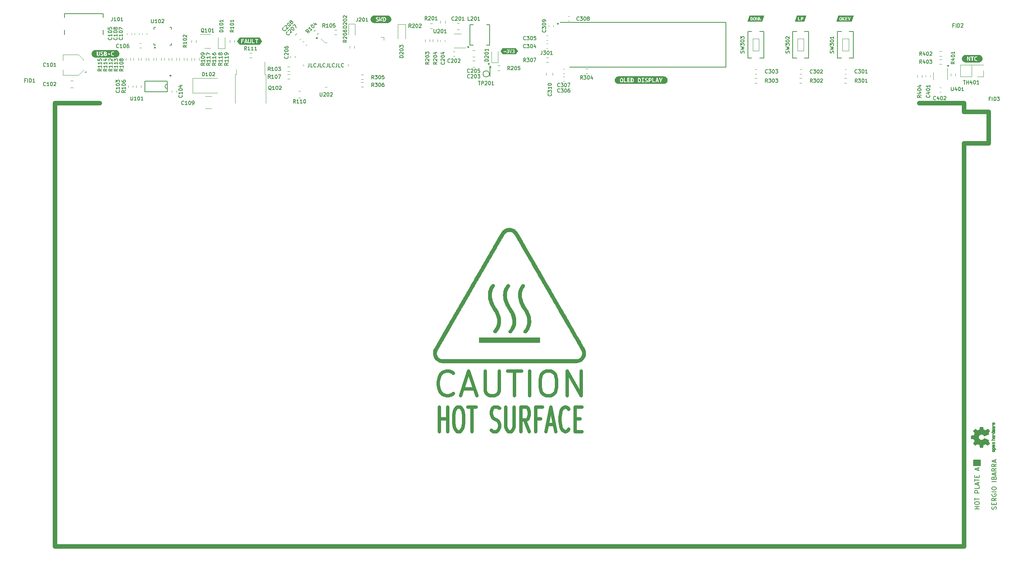
<source format=gbr>
%TF.GenerationSoftware,KiCad,Pcbnew,7.0.1*%
%TF.CreationDate,2023-08-12T11:58:29+02:00*%
%TF.ProjectId,HotPlate,486f7450-6c61-4746-952e-6b696361645f,rev?*%
%TF.SameCoordinates,PX2160ec0PY93d1cc0*%
%TF.FileFunction,Legend,Top*%
%TF.FilePolarity,Positive*%
%FSLAX46Y46*%
G04 Gerber Fmt 4.6, Leading zero omitted, Abs format (unit mm)*
G04 Created by KiCad (PCBNEW 7.0.1) date 2023-08-12 11:58:29*
%MOMM*%
%LPD*%
G01*
G04 APERTURE LIST*
%ADD10C,0.150000*%
%ADD11C,1.000000*%
%ADD12C,0.225000*%
%ADD13C,0.800000*%
%ADD14C,0.750000*%
%ADD15C,0.120000*%
%ADD16C,0.200000*%
%ADD17C,0.100000*%
%ADD18C,0.010000*%
G04 APERTURE END LIST*
D10*
X213600000Y20300000D02*
X215100000Y20300000D01*
X215100000Y19000000D01*
X213600000Y19000000D01*
X213600000Y20300000D01*
G36*
X213600000Y20300000D02*
G01*
X215100000Y20300000D01*
X215100000Y19000000D01*
X213600000Y19000000D01*
X213600000Y20300000D01*
G37*
D11*
X217000000Y98000000D02*
X217000000Y91000000D01*
X8500000Y100000000D02*
X8500000Y1000000D01*
D12*
X120912500Y117700000D02*
G75*
G03*
X120912500Y117700000I-112500J0D01*
G01*
D11*
X8500000Y100000000D02*
X18500000Y100000000D01*
D12*
X100912500Y112500000D02*
G75*
G03*
X100912500Y112500000I-112500J0D01*
G01*
D11*
X8500000Y1000000D02*
X211500000Y1000000D01*
X211500000Y98000000D02*
X217000000Y98000000D01*
X211500000Y1000000D02*
X211500000Y91000000D01*
X211500000Y91000000D02*
X217000000Y91000000D01*
D12*
X208012500Y108300000D02*
G75*
G03*
X208012500Y108300000I-112500J0D01*
G01*
X34412500Y106100000D02*
G75*
G03*
X34412500Y106100000I-112500J0D01*
G01*
D11*
X211500000Y100000000D02*
X201500000Y100000000D01*
D12*
X67112500Y114500000D02*
G75*
G03*
X67112500Y114500000I-112500J0D01*
G01*
D11*
X211500000Y98000000D02*
X211500000Y100000000D01*
D13*
X97452380Y35196905D02*
X97190476Y34935000D01*
X97190476Y34935000D02*
X96404761Y34673096D01*
X96404761Y34673096D02*
X95880952Y34673096D01*
X95880952Y34673096D02*
X95095238Y34935000D01*
X95095238Y34935000D02*
X94571428Y35458810D01*
X94571428Y35458810D02*
X94309523Y35982620D01*
X94309523Y35982620D02*
X94047619Y37030239D01*
X94047619Y37030239D02*
X94047619Y37815953D01*
X94047619Y37815953D02*
X94309523Y38863572D01*
X94309523Y38863572D02*
X94571428Y39387381D01*
X94571428Y39387381D02*
X95095238Y39911191D01*
X95095238Y39911191D02*
X95880952Y40173096D01*
X95880952Y40173096D02*
X96404761Y40173096D01*
X96404761Y40173096D02*
X97190476Y39911191D01*
X97190476Y39911191D02*
X97452380Y39649286D01*
X99547619Y36244524D02*
X102166666Y36244524D01*
X99023809Y34673096D02*
X100857142Y40173096D01*
X100857142Y40173096D02*
X102690476Y34673096D01*
X104523809Y40173096D02*
X104523809Y35720715D01*
X104523809Y35720715D02*
X104785714Y35196905D01*
X104785714Y35196905D02*
X105047619Y34935000D01*
X105047619Y34935000D02*
X105571428Y34673096D01*
X105571428Y34673096D02*
X106619047Y34673096D01*
X106619047Y34673096D02*
X107142857Y34935000D01*
X107142857Y34935000D02*
X107404762Y35196905D01*
X107404762Y35196905D02*
X107666666Y35720715D01*
X107666666Y35720715D02*
X107666666Y40173096D01*
X109500000Y40173096D02*
X112642857Y40173096D01*
X111071429Y34673096D02*
X111071429Y40173096D01*
X114476190Y34673096D02*
X114476190Y40173096D01*
X118142857Y40173096D02*
X119190476Y40173096D01*
X119190476Y40173096D02*
X119714286Y39911191D01*
X119714286Y39911191D02*
X120238095Y39387381D01*
X120238095Y39387381D02*
X120500000Y38339762D01*
X120500000Y38339762D02*
X120500000Y36506429D01*
X120500000Y36506429D02*
X120238095Y35458810D01*
X120238095Y35458810D02*
X119714286Y34935000D01*
X119714286Y34935000D02*
X119190476Y34673096D01*
X119190476Y34673096D02*
X118142857Y34673096D01*
X118142857Y34673096D02*
X117619048Y34935000D01*
X117619048Y34935000D02*
X117095238Y35458810D01*
X117095238Y35458810D02*
X116833334Y36506429D01*
X116833334Y36506429D02*
X116833334Y38339762D01*
X116833334Y38339762D02*
X117095238Y39387381D01*
X117095238Y39387381D02*
X117619048Y39911191D01*
X117619048Y39911191D02*
X118142857Y40173096D01*
X122857143Y34673096D02*
X122857143Y40173096D01*
X122857143Y40173096D02*
X126000000Y34673096D01*
X126000000Y34673096D02*
X126000000Y40173096D01*
D10*
X214877619Y9338096D02*
X213877619Y9338096D01*
X214353809Y9338096D02*
X214353809Y9909524D01*
X214877619Y9909524D02*
X213877619Y9909524D01*
X213877619Y10576191D02*
X213877619Y10766667D01*
X213877619Y10766667D02*
X213925238Y10861905D01*
X213925238Y10861905D02*
X214020476Y10957143D01*
X214020476Y10957143D02*
X214210952Y11004762D01*
X214210952Y11004762D02*
X214544285Y11004762D01*
X214544285Y11004762D02*
X214734761Y10957143D01*
X214734761Y10957143D02*
X214830000Y10861905D01*
X214830000Y10861905D02*
X214877619Y10766667D01*
X214877619Y10766667D02*
X214877619Y10576191D01*
X214877619Y10576191D02*
X214830000Y10480953D01*
X214830000Y10480953D02*
X214734761Y10385715D01*
X214734761Y10385715D02*
X214544285Y10338096D01*
X214544285Y10338096D02*
X214210952Y10338096D01*
X214210952Y10338096D02*
X214020476Y10385715D01*
X214020476Y10385715D02*
X213925238Y10480953D01*
X213925238Y10480953D02*
X213877619Y10576191D01*
X213877619Y11290477D02*
X213877619Y11861905D01*
X214877619Y11576191D02*
X213877619Y11576191D01*
X214877619Y12957144D02*
X213877619Y12957144D01*
X213877619Y12957144D02*
X213877619Y13338096D01*
X213877619Y13338096D02*
X213925238Y13433334D01*
X213925238Y13433334D02*
X213972857Y13480953D01*
X213972857Y13480953D02*
X214068095Y13528572D01*
X214068095Y13528572D02*
X214210952Y13528572D01*
X214210952Y13528572D02*
X214306190Y13480953D01*
X214306190Y13480953D02*
X214353809Y13433334D01*
X214353809Y13433334D02*
X214401428Y13338096D01*
X214401428Y13338096D02*
X214401428Y12957144D01*
X214877619Y14433334D02*
X214877619Y13957144D01*
X214877619Y13957144D02*
X213877619Y13957144D01*
X214591904Y14719049D02*
X214591904Y15195239D01*
X214877619Y14623811D02*
X213877619Y14957144D01*
X213877619Y14957144D02*
X214877619Y15290477D01*
X213877619Y15480954D02*
X213877619Y16052382D01*
X214877619Y15766668D02*
X213877619Y15766668D01*
X214353809Y16385716D02*
X214353809Y16719049D01*
X214877619Y16861906D02*
X214877619Y16385716D01*
X214877619Y16385716D02*
X213877619Y16385716D01*
X213877619Y16385716D02*
X213877619Y16861906D01*
X214591904Y18004764D02*
X214591904Y18480954D01*
X214877619Y17909526D02*
X213877619Y18242859D01*
X213877619Y18242859D02*
X214877619Y18576192D01*
X209242857Y117348953D02*
X208976191Y117348953D01*
X208976191Y116929905D02*
X208976191Y117729905D01*
X208976191Y117729905D02*
X209357143Y117729905D01*
X209661905Y116929905D02*
X209661905Y117729905D01*
X210042857Y116929905D02*
X210042857Y117729905D01*
X210042857Y117729905D02*
X210233333Y117729905D01*
X210233333Y117729905D02*
X210347619Y117691810D01*
X210347619Y117691810D02*
X210423809Y117615620D01*
X210423809Y117615620D02*
X210461904Y117539429D01*
X210461904Y117539429D02*
X210500000Y117387048D01*
X210500000Y117387048D02*
X210500000Y117272762D01*
X210500000Y117272762D02*
X210461904Y117120381D01*
X210461904Y117120381D02*
X210423809Y117044191D01*
X210423809Y117044191D02*
X210347619Y116968000D01*
X210347619Y116968000D02*
X210233333Y116929905D01*
X210233333Y116929905D02*
X210042857Y116929905D01*
X210804761Y117653715D02*
X210842857Y117691810D01*
X210842857Y117691810D02*
X210919047Y117729905D01*
X210919047Y117729905D02*
X211109523Y117729905D01*
X211109523Y117729905D02*
X211185714Y117691810D01*
X211185714Y117691810D02*
X211223809Y117653715D01*
X211223809Y117653715D02*
X211261904Y117577524D01*
X211261904Y117577524D02*
X211261904Y117501334D01*
X211261904Y117501334D02*
X211223809Y117387048D01*
X211223809Y117387048D02*
X210766666Y116929905D01*
X210766666Y116929905D02*
X211261904Y116929905D01*
X217342857Y100948953D02*
X217076191Y100948953D01*
X217076191Y100529905D02*
X217076191Y101329905D01*
X217076191Y101329905D02*
X217457143Y101329905D01*
X217761905Y100529905D02*
X217761905Y101329905D01*
X218142857Y100529905D02*
X218142857Y101329905D01*
X218142857Y101329905D02*
X218333333Y101329905D01*
X218333333Y101329905D02*
X218447619Y101291810D01*
X218447619Y101291810D02*
X218523809Y101215620D01*
X218523809Y101215620D02*
X218561904Y101139429D01*
X218561904Y101139429D02*
X218600000Y100987048D01*
X218600000Y100987048D02*
X218600000Y100872762D01*
X218600000Y100872762D02*
X218561904Y100720381D01*
X218561904Y100720381D02*
X218523809Y100644191D01*
X218523809Y100644191D02*
X218447619Y100568000D01*
X218447619Y100568000D02*
X218333333Y100529905D01*
X218333333Y100529905D02*
X218142857Y100529905D01*
X218866666Y101329905D02*
X219361904Y101329905D01*
X219361904Y101329905D02*
X219095238Y101025143D01*
X219095238Y101025143D02*
X219209523Y101025143D01*
X219209523Y101025143D02*
X219285714Y100987048D01*
X219285714Y100987048D02*
X219323809Y100948953D01*
X219323809Y100948953D02*
X219361904Y100872762D01*
X219361904Y100872762D02*
X219361904Y100682286D01*
X219361904Y100682286D02*
X219323809Y100606096D01*
X219323809Y100606096D02*
X219285714Y100568000D01*
X219285714Y100568000D02*
X219209523Y100529905D01*
X219209523Y100529905D02*
X218980952Y100529905D01*
X218980952Y100529905D02*
X218904761Y100568000D01*
X218904761Y100568000D02*
X218866666Y100606096D01*
X218630000Y9290477D02*
X218677619Y9433334D01*
X218677619Y9433334D02*
X218677619Y9671429D01*
X218677619Y9671429D02*
X218630000Y9766667D01*
X218630000Y9766667D02*
X218582380Y9814286D01*
X218582380Y9814286D02*
X218487142Y9861905D01*
X218487142Y9861905D02*
X218391904Y9861905D01*
X218391904Y9861905D02*
X218296666Y9814286D01*
X218296666Y9814286D02*
X218249047Y9766667D01*
X218249047Y9766667D02*
X218201428Y9671429D01*
X218201428Y9671429D02*
X218153809Y9480953D01*
X218153809Y9480953D02*
X218106190Y9385715D01*
X218106190Y9385715D02*
X218058571Y9338096D01*
X218058571Y9338096D02*
X217963333Y9290477D01*
X217963333Y9290477D02*
X217868095Y9290477D01*
X217868095Y9290477D02*
X217772857Y9338096D01*
X217772857Y9338096D02*
X217725238Y9385715D01*
X217725238Y9385715D02*
X217677619Y9480953D01*
X217677619Y9480953D02*
X217677619Y9719048D01*
X217677619Y9719048D02*
X217725238Y9861905D01*
X218153809Y10290477D02*
X218153809Y10623810D01*
X218677619Y10766667D02*
X218677619Y10290477D01*
X218677619Y10290477D02*
X217677619Y10290477D01*
X217677619Y10290477D02*
X217677619Y10766667D01*
X218677619Y11766667D02*
X218201428Y11433334D01*
X218677619Y11195239D02*
X217677619Y11195239D01*
X217677619Y11195239D02*
X217677619Y11576191D01*
X217677619Y11576191D02*
X217725238Y11671429D01*
X217725238Y11671429D02*
X217772857Y11719048D01*
X217772857Y11719048D02*
X217868095Y11766667D01*
X217868095Y11766667D02*
X218010952Y11766667D01*
X218010952Y11766667D02*
X218106190Y11719048D01*
X218106190Y11719048D02*
X218153809Y11671429D01*
X218153809Y11671429D02*
X218201428Y11576191D01*
X218201428Y11576191D02*
X218201428Y11195239D01*
X217725238Y12719048D02*
X217677619Y12623810D01*
X217677619Y12623810D02*
X217677619Y12480953D01*
X217677619Y12480953D02*
X217725238Y12338096D01*
X217725238Y12338096D02*
X217820476Y12242858D01*
X217820476Y12242858D02*
X217915714Y12195239D01*
X217915714Y12195239D02*
X218106190Y12147620D01*
X218106190Y12147620D02*
X218249047Y12147620D01*
X218249047Y12147620D02*
X218439523Y12195239D01*
X218439523Y12195239D02*
X218534761Y12242858D01*
X218534761Y12242858D02*
X218630000Y12338096D01*
X218630000Y12338096D02*
X218677619Y12480953D01*
X218677619Y12480953D02*
X218677619Y12576191D01*
X218677619Y12576191D02*
X218630000Y12719048D01*
X218630000Y12719048D02*
X218582380Y12766667D01*
X218582380Y12766667D02*
X218249047Y12766667D01*
X218249047Y12766667D02*
X218249047Y12576191D01*
X218677619Y13195239D02*
X217677619Y13195239D01*
X217677619Y13861905D02*
X217677619Y14052381D01*
X217677619Y14052381D02*
X217725238Y14147619D01*
X217725238Y14147619D02*
X217820476Y14242857D01*
X217820476Y14242857D02*
X218010952Y14290476D01*
X218010952Y14290476D02*
X218344285Y14290476D01*
X218344285Y14290476D02*
X218534761Y14242857D01*
X218534761Y14242857D02*
X218630000Y14147619D01*
X218630000Y14147619D02*
X218677619Y14052381D01*
X218677619Y14052381D02*
X218677619Y13861905D01*
X218677619Y13861905D02*
X218630000Y13766667D01*
X218630000Y13766667D02*
X218534761Y13671429D01*
X218534761Y13671429D02*
X218344285Y13623810D01*
X218344285Y13623810D02*
X218010952Y13623810D01*
X218010952Y13623810D02*
X217820476Y13671429D01*
X217820476Y13671429D02*
X217725238Y13766667D01*
X217725238Y13766667D02*
X217677619Y13861905D01*
X218677619Y15480953D02*
X217677619Y15480953D01*
X218153809Y16290476D02*
X218201428Y16433333D01*
X218201428Y16433333D02*
X218249047Y16480952D01*
X218249047Y16480952D02*
X218344285Y16528571D01*
X218344285Y16528571D02*
X218487142Y16528571D01*
X218487142Y16528571D02*
X218582380Y16480952D01*
X218582380Y16480952D02*
X218630000Y16433333D01*
X218630000Y16433333D02*
X218677619Y16338095D01*
X218677619Y16338095D02*
X218677619Y15957143D01*
X218677619Y15957143D02*
X217677619Y15957143D01*
X217677619Y15957143D02*
X217677619Y16290476D01*
X217677619Y16290476D02*
X217725238Y16385714D01*
X217725238Y16385714D02*
X217772857Y16433333D01*
X217772857Y16433333D02*
X217868095Y16480952D01*
X217868095Y16480952D02*
X217963333Y16480952D01*
X217963333Y16480952D02*
X218058571Y16433333D01*
X218058571Y16433333D02*
X218106190Y16385714D01*
X218106190Y16385714D02*
X218153809Y16290476D01*
X218153809Y16290476D02*
X218153809Y15957143D01*
X218391904Y16909524D02*
X218391904Y17385714D01*
X218677619Y16814286D02*
X217677619Y17147619D01*
X217677619Y17147619D02*
X218677619Y17480952D01*
X218677619Y18385714D02*
X218201428Y18052381D01*
X218677619Y17814286D02*
X217677619Y17814286D01*
X217677619Y17814286D02*
X217677619Y18195238D01*
X217677619Y18195238D02*
X217725238Y18290476D01*
X217725238Y18290476D02*
X217772857Y18338095D01*
X217772857Y18338095D02*
X217868095Y18385714D01*
X217868095Y18385714D02*
X218010952Y18385714D01*
X218010952Y18385714D02*
X218106190Y18338095D01*
X218106190Y18338095D02*
X218153809Y18290476D01*
X218153809Y18290476D02*
X218201428Y18195238D01*
X218201428Y18195238D02*
X218201428Y17814286D01*
X218677619Y19385714D02*
X218201428Y19052381D01*
X218677619Y18814286D02*
X217677619Y18814286D01*
X217677619Y18814286D02*
X217677619Y19195238D01*
X217677619Y19195238D02*
X217725238Y19290476D01*
X217725238Y19290476D02*
X217772857Y19338095D01*
X217772857Y19338095D02*
X217868095Y19385714D01*
X217868095Y19385714D02*
X218010952Y19385714D01*
X218010952Y19385714D02*
X218106190Y19338095D01*
X218106190Y19338095D02*
X218153809Y19290476D01*
X218153809Y19290476D02*
X218201428Y19195238D01*
X218201428Y19195238D02*
X218201428Y18814286D01*
X218391904Y19766667D02*
X218391904Y20242857D01*
X218677619Y19671429D02*
X217677619Y20004762D01*
X217677619Y20004762D02*
X218677619Y20338095D01*
X65294209Y108839226D02*
X65294209Y108267798D01*
X65294209Y108267798D02*
X65256114Y108153512D01*
X65256114Y108153512D02*
X65179923Y108077321D01*
X65179923Y108077321D02*
X65065638Y108039226D01*
X65065638Y108039226D02*
X64989447Y108039226D01*
X66056114Y108039226D02*
X65675162Y108039226D01*
X65675162Y108039226D02*
X65675162Y108839226D01*
X66779924Y108115417D02*
X66741828Y108077321D01*
X66741828Y108077321D02*
X66627543Y108039226D01*
X66627543Y108039226D02*
X66551352Y108039226D01*
X66551352Y108039226D02*
X66437066Y108077321D01*
X66437066Y108077321D02*
X66360876Y108153512D01*
X66360876Y108153512D02*
X66322781Y108229702D01*
X66322781Y108229702D02*
X66284685Y108382083D01*
X66284685Y108382083D02*
X66284685Y108496369D01*
X66284685Y108496369D02*
X66322781Y108648750D01*
X66322781Y108648750D02*
X66360876Y108724941D01*
X66360876Y108724941D02*
X66437066Y108801131D01*
X66437066Y108801131D02*
X66551352Y108839226D01*
X66551352Y108839226D02*
X66627543Y108839226D01*
X66627543Y108839226D02*
X66741828Y108801131D01*
X66741828Y108801131D02*
X66779924Y108763036D01*
X67351352Y108839226D02*
X67351352Y108267798D01*
X67351352Y108267798D02*
X67313257Y108153512D01*
X67313257Y108153512D02*
X67237066Y108077321D01*
X67237066Y108077321D02*
X67122781Y108039226D01*
X67122781Y108039226D02*
X67046590Y108039226D01*
X68113257Y108039226D02*
X67732305Y108039226D01*
X67732305Y108039226D02*
X67732305Y108839226D01*
X68837067Y108115417D02*
X68798971Y108077321D01*
X68798971Y108077321D02*
X68684686Y108039226D01*
X68684686Y108039226D02*
X68608495Y108039226D01*
X68608495Y108039226D02*
X68494209Y108077321D01*
X68494209Y108077321D02*
X68418019Y108153512D01*
X68418019Y108153512D02*
X68379924Y108229702D01*
X68379924Y108229702D02*
X68341828Y108382083D01*
X68341828Y108382083D02*
X68341828Y108496369D01*
X68341828Y108496369D02*
X68379924Y108648750D01*
X68379924Y108648750D02*
X68418019Y108724941D01*
X68418019Y108724941D02*
X68494209Y108801131D01*
X68494209Y108801131D02*
X68608495Y108839226D01*
X68608495Y108839226D02*
X68684686Y108839226D01*
X68684686Y108839226D02*
X68798971Y108801131D01*
X68798971Y108801131D02*
X68837067Y108763036D01*
X69408495Y108839226D02*
X69408495Y108267798D01*
X69408495Y108267798D02*
X69370400Y108153512D01*
X69370400Y108153512D02*
X69294209Y108077321D01*
X69294209Y108077321D02*
X69179924Y108039226D01*
X69179924Y108039226D02*
X69103733Y108039226D01*
X70170400Y108039226D02*
X69789448Y108039226D01*
X69789448Y108039226D02*
X69789448Y108839226D01*
X70894210Y108115417D02*
X70856114Y108077321D01*
X70856114Y108077321D02*
X70741829Y108039226D01*
X70741829Y108039226D02*
X70665638Y108039226D01*
X70665638Y108039226D02*
X70551352Y108077321D01*
X70551352Y108077321D02*
X70475162Y108153512D01*
X70475162Y108153512D02*
X70437067Y108229702D01*
X70437067Y108229702D02*
X70398971Y108382083D01*
X70398971Y108382083D02*
X70398971Y108496369D01*
X70398971Y108496369D02*
X70437067Y108648750D01*
X70437067Y108648750D02*
X70475162Y108724941D01*
X70475162Y108724941D02*
X70551352Y108801131D01*
X70551352Y108801131D02*
X70665638Y108839226D01*
X70665638Y108839226D02*
X70741829Y108839226D01*
X70741829Y108839226D02*
X70856114Y108801131D01*
X70856114Y108801131D02*
X70894210Y108763036D01*
X71465638Y108839226D02*
X71465638Y108267798D01*
X71465638Y108267798D02*
X71427543Y108153512D01*
X71427543Y108153512D02*
X71351352Y108077321D01*
X71351352Y108077321D02*
X71237067Y108039226D01*
X71237067Y108039226D02*
X71160876Y108039226D01*
X72227543Y108039226D02*
X71846591Y108039226D01*
X71846591Y108039226D02*
X71846591Y108839226D01*
X72951353Y108115417D02*
X72913257Y108077321D01*
X72913257Y108077321D02*
X72798972Y108039226D01*
X72798972Y108039226D02*
X72722781Y108039226D01*
X72722781Y108039226D02*
X72608495Y108077321D01*
X72608495Y108077321D02*
X72532305Y108153512D01*
X72532305Y108153512D02*
X72494210Y108229702D01*
X72494210Y108229702D02*
X72456114Y108382083D01*
X72456114Y108382083D02*
X72456114Y108496369D01*
X72456114Y108496369D02*
X72494210Y108648750D01*
X72494210Y108648750D02*
X72532305Y108724941D01*
X72532305Y108724941D02*
X72608495Y108801131D01*
X72608495Y108801131D02*
X72722781Y108839226D01*
X72722781Y108839226D02*
X72798972Y108839226D01*
X72798972Y108839226D02*
X72913257Y108801131D01*
X72913257Y108801131D02*
X72951353Y108763036D01*
D14*
X94273809Y26673096D02*
X94273809Y32173096D01*
X94273809Y29554048D02*
X96130952Y29554048D01*
X96130952Y26673096D02*
X96130952Y32173096D01*
X98297619Y32173096D02*
X98916666Y32173096D01*
X98916666Y32173096D02*
X99226190Y31911191D01*
X99226190Y31911191D02*
X99535714Y31387381D01*
X99535714Y31387381D02*
X99690476Y30339762D01*
X99690476Y30339762D02*
X99690476Y28506429D01*
X99690476Y28506429D02*
X99535714Y27458810D01*
X99535714Y27458810D02*
X99226190Y26935000D01*
X99226190Y26935000D02*
X98916666Y26673096D01*
X98916666Y26673096D02*
X98297619Y26673096D01*
X98297619Y26673096D02*
X97988095Y26935000D01*
X97988095Y26935000D02*
X97678571Y27458810D01*
X97678571Y27458810D02*
X97523809Y28506429D01*
X97523809Y28506429D02*
X97523809Y30339762D01*
X97523809Y30339762D02*
X97678571Y31387381D01*
X97678571Y31387381D02*
X97988095Y31911191D01*
X97988095Y31911191D02*
X98297619Y32173096D01*
X100619047Y32173096D02*
X102476190Y32173096D01*
X101547619Y26673096D02*
X101547619Y32173096D01*
X105880951Y26935000D02*
X106345237Y26673096D01*
X106345237Y26673096D02*
X107119046Y26673096D01*
X107119046Y26673096D02*
X107428570Y26935000D01*
X107428570Y26935000D02*
X107583332Y27196905D01*
X107583332Y27196905D02*
X107738094Y27720715D01*
X107738094Y27720715D02*
X107738094Y28244524D01*
X107738094Y28244524D02*
X107583332Y28768334D01*
X107583332Y28768334D02*
X107428570Y29030239D01*
X107428570Y29030239D02*
X107119046Y29292143D01*
X107119046Y29292143D02*
X106499999Y29554048D01*
X106499999Y29554048D02*
X106190475Y29815953D01*
X106190475Y29815953D02*
X106035713Y30077858D01*
X106035713Y30077858D02*
X105880951Y30601667D01*
X105880951Y30601667D02*
X105880951Y31125477D01*
X105880951Y31125477D02*
X106035713Y31649286D01*
X106035713Y31649286D02*
X106190475Y31911191D01*
X106190475Y31911191D02*
X106499999Y32173096D01*
X106499999Y32173096D02*
X107273808Y32173096D01*
X107273808Y32173096D02*
X107738094Y31911191D01*
X109130951Y32173096D02*
X109130951Y27720715D01*
X109130951Y27720715D02*
X109285713Y27196905D01*
X109285713Y27196905D02*
X109440475Y26935000D01*
X109440475Y26935000D02*
X109749999Y26673096D01*
X109749999Y26673096D02*
X110369046Y26673096D01*
X110369046Y26673096D02*
X110678570Y26935000D01*
X110678570Y26935000D02*
X110833332Y27196905D01*
X110833332Y27196905D02*
X110988094Y27720715D01*
X110988094Y27720715D02*
X110988094Y32173096D01*
X114392856Y26673096D02*
X113309523Y29292143D01*
X112535713Y26673096D02*
X112535713Y32173096D01*
X112535713Y32173096D02*
X113773808Y32173096D01*
X113773808Y32173096D02*
X114083332Y31911191D01*
X114083332Y31911191D02*
X114238094Y31649286D01*
X114238094Y31649286D02*
X114392856Y31125477D01*
X114392856Y31125477D02*
X114392856Y30339762D01*
X114392856Y30339762D02*
X114238094Y29815953D01*
X114238094Y29815953D02*
X114083332Y29554048D01*
X114083332Y29554048D02*
X113773808Y29292143D01*
X113773808Y29292143D02*
X112535713Y29292143D01*
X116869046Y29554048D02*
X115785713Y29554048D01*
X115785713Y26673096D02*
X115785713Y32173096D01*
X115785713Y32173096D02*
X117333332Y32173096D01*
X118416665Y28244524D02*
X119964284Y28244524D01*
X118107141Y26673096D02*
X119190475Y32173096D01*
X119190475Y32173096D02*
X120273808Y26673096D01*
X123214284Y27196905D02*
X123059522Y26935000D01*
X123059522Y26935000D02*
X122595236Y26673096D01*
X122595236Y26673096D02*
X122285712Y26673096D01*
X122285712Y26673096D02*
X121821427Y26935000D01*
X121821427Y26935000D02*
X121511903Y27458810D01*
X121511903Y27458810D02*
X121357141Y27982620D01*
X121357141Y27982620D02*
X121202379Y29030239D01*
X121202379Y29030239D02*
X121202379Y29815953D01*
X121202379Y29815953D02*
X121357141Y30863572D01*
X121357141Y30863572D02*
X121511903Y31387381D01*
X121511903Y31387381D02*
X121821427Y31911191D01*
X121821427Y31911191D02*
X122285712Y32173096D01*
X122285712Y32173096D02*
X122595236Y32173096D01*
X122595236Y32173096D02*
X123059522Y31911191D01*
X123059522Y31911191D02*
X123214284Y31649286D01*
X124607141Y29554048D02*
X125690474Y29554048D01*
X126154760Y26673096D02*
X124607141Y26673096D01*
X124607141Y26673096D02*
X124607141Y32173096D01*
X124607141Y32173096D02*
X126154760Y32173096D01*
D10*
%TO.C,R205*%
X110054762Y107379905D02*
X109788095Y107760858D01*
X109597619Y107379905D02*
X109597619Y108179905D01*
X109597619Y108179905D02*
X109902381Y108179905D01*
X109902381Y108179905D02*
X109978571Y108141810D01*
X109978571Y108141810D02*
X110016666Y108103715D01*
X110016666Y108103715D02*
X110054762Y108027524D01*
X110054762Y108027524D02*
X110054762Y107913239D01*
X110054762Y107913239D02*
X110016666Y107837048D01*
X110016666Y107837048D02*
X109978571Y107798953D01*
X109978571Y107798953D02*
X109902381Y107760858D01*
X109902381Y107760858D02*
X109597619Y107760858D01*
X110359523Y108103715D02*
X110397619Y108141810D01*
X110397619Y108141810D02*
X110473809Y108179905D01*
X110473809Y108179905D02*
X110664285Y108179905D01*
X110664285Y108179905D02*
X110740476Y108141810D01*
X110740476Y108141810D02*
X110778571Y108103715D01*
X110778571Y108103715D02*
X110816666Y108027524D01*
X110816666Y108027524D02*
X110816666Y107951334D01*
X110816666Y107951334D02*
X110778571Y107837048D01*
X110778571Y107837048D02*
X110321428Y107379905D01*
X110321428Y107379905D02*
X110816666Y107379905D01*
X111311905Y108179905D02*
X111388095Y108179905D01*
X111388095Y108179905D02*
X111464286Y108141810D01*
X111464286Y108141810D02*
X111502381Y108103715D01*
X111502381Y108103715D02*
X111540476Y108027524D01*
X111540476Y108027524D02*
X111578571Y107875143D01*
X111578571Y107875143D02*
X111578571Y107684667D01*
X111578571Y107684667D02*
X111540476Y107532286D01*
X111540476Y107532286D02*
X111502381Y107456096D01*
X111502381Y107456096D02*
X111464286Y107418000D01*
X111464286Y107418000D02*
X111388095Y107379905D01*
X111388095Y107379905D02*
X111311905Y107379905D01*
X111311905Y107379905D02*
X111235714Y107418000D01*
X111235714Y107418000D02*
X111197619Y107456096D01*
X111197619Y107456096D02*
X111159524Y107532286D01*
X111159524Y107532286D02*
X111121428Y107684667D01*
X111121428Y107684667D02*
X111121428Y107875143D01*
X111121428Y107875143D02*
X111159524Y108027524D01*
X111159524Y108027524D02*
X111197619Y108103715D01*
X111197619Y108103715D02*
X111235714Y108141810D01*
X111235714Y108141810D02*
X111311905Y108179905D01*
X112302381Y108179905D02*
X111921429Y108179905D01*
X111921429Y108179905D02*
X111883333Y107798953D01*
X111883333Y107798953D02*
X111921429Y107837048D01*
X111921429Y107837048D02*
X111997619Y107875143D01*
X111997619Y107875143D02*
X112188095Y107875143D01*
X112188095Y107875143D02*
X112264286Y107837048D01*
X112264286Y107837048D02*
X112302381Y107798953D01*
X112302381Y107798953D02*
X112340476Y107722762D01*
X112340476Y107722762D02*
X112340476Y107532286D01*
X112340476Y107532286D02*
X112302381Y107456096D01*
X112302381Y107456096D02*
X112264286Y107418000D01*
X112264286Y107418000D02*
X112188095Y107379905D01*
X112188095Y107379905D02*
X111997619Y107379905D01*
X111997619Y107379905D02*
X111921429Y107418000D01*
X111921429Y107418000D02*
X111883333Y107456096D01*
%TO.C,C208*%
X60062732Y116371211D02*
X60062732Y116317336D01*
X60062732Y116317336D02*
X60008857Y116209586D01*
X60008857Y116209586D02*
X59954982Y116155711D01*
X59954982Y116155711D02*
X59847233Y116101837D01*
X59847233Y116101837D02*
X59739483Y116101837D01*
X59739483Y116101837D02*
X59658671Y116128774D01*
X59658671Y116128774D02*
X59523984Y116209586D01*
X59523984Y116209586D02*
X59443171Y116290398D01*
X59443171Y116290398D02*
X59362359Y116425085D01*
X59362359Y116425085D02*
X59335422Y116505898D01*
X59335422Y116505898D02*
X59335422Y116613647D01*
X59335422Y116613647D02*
X59389297Y116721397D01*
X59389297Y116721397D02*
X59443171Y116775272D01*
X59443171Y116775272D02*
X59550921Y116829146D01*
X59550921Y116829146D02*
X59604796Y116829146D01*
X59820295Y117044646D02*
X59820295Y117098520D01*
X59820295Y117098520D02*
X59847233Y117179333D01*
X59847233Y117179333D02*
X59981920Y117314020D01*
X59981920Y117314020D02*
X60062732Y117340957D01*
X60062732Y117340957D02*
X60116607Y117340957D01*
X60116607Y117340957D02*
X60197419Y117314020D01*
X60197419Y117314020D02*
X60251294Y117260145D01*
X60251294Y117260145D02*
X60305168Y117152395D01*
X60305168Y117152395D02*
X60305168Y116505898D01*
X60305168Y116505898D02*
X60655355Y116856084D01*
X60439856Y117771956D02*
X60493730Y117825830D01*
X60493730Y117825830D02*
X60574543Y117852768D01*
X60574543Y117852768D02*
X60628417Y117852768D01*
X60628417Y117852768D02*
X60709230Y117825830D01*
X60709230Y117825830D02*
X60843917Y117745018D01*
X60843917Y117745018D02*
X60978604Y117610331D01*
X60978604Y117610331D02*
X61059416Y117475644D01*
X61059416Y117475644D02*
X61086353Y117394832D01*
X61086353Y117394832D02*
X61086353Y117340957D01*
X61086353Y117340957D02*
X61059416Y117260145D01*
X61059416Y117260145D02*
X61005541Y117206270D01*
X61005541Y117206270D02*
X60924729Y117179333D01*
X60924729Y117179333D02*
X60870854Y117179333D01*
X60870854Y117179333D02*
X60790042Y117206270D01*
X60790042Y117206270D02*
X60655355Y117287082D01*
X60655355Y117287082D02*
X60520668Y117421769D01*
X60520668Y117421769D02*
X60439856Y117556456D01*
X60439856Y117556456D02*
X60412918Y117637269D01*
X60412918Y117637269D02*
X60412918Y117691143D01*
X60412918Y117691143D02*
X60439856Y117771956D01*
X61194103Y118041330D02*
X61113291Y118014392D01*
X61113291Y118014392D02*
X61059416Y118014392D01*
X61059416Y118014392D02*
X60978604Y118041330D01*
X60978604Y118041330D02*
X60951666Y118068267D01*
X60951666Y118068267D02*
X60924729Y118149079D01*
X60924729Y118149079D02*
X60924729Y118202954D01*
X60924729Y118202954D02*
X60951666Y118283766D01*
X60951666Y118283766D02*
X61059416Y118391516D01*
X61059416Y118391516D02*
X61140228Y118418453D01*
X61140228Y118418453D02*
X61194103Y118418453D01*
X61194103Y118418453D02*
X61274915Y118391516D01*
X61274915Y118391516D02*
X61301853Y118364579D01*
X61301853Y118364579D02*
X61328790Y118283766D01*
X61328790Y118283766D02*
X61328790Y118229892D01*
X61328790Y118229892D02*
X61301853Y118149079D01*
X61301853Y118149079D02*
X61194103Y118041330D01*
X61194103Y118041330D02*
X61167166Y117960518D01*
X61167166Y117960518D02*
X61167166Y117906643D01*
X61167166Y117906643D02*
X61194103Y117825831D01*
X61194103Y117825831D02*
X61301853Y117718081D01*
X61301853Y117718081D02*
X61382665Y117691144D01*
X61382665Y117691144D02*
X61436540Y117691144D01*
X61436540Y117691144D02*
X61517352Y117718081D01*
X61517352Y117718081D02*
X61625101Y117825831D01*
X61625101Y117825831D02*
X61652039Y117906643D01*
X61652039Y117906643D02*
X61652039Y117960518D01*
X61652039Y117960518D02*
X61625101Y118041330D01*
X61625101Y118041330D02*
X61517352Y118149079D01*
X61517352Y118149079D02*
X61436540Y118176017D01*
X61436540Y118176017D02*
X61382665Y118176017D01*
X61382665Y118176017D02*
X61301853Y118149079D01*
%TO.C,R304*%
X126304762Y105299905D02*
X126038095Y105680858D01*
X125847619Y105299905D02*
X125847619Y106099905D01*
X125847619Y106099905D02*
X126152381Y106099905D01*
X126152381Y106099905D02*
X126228571Y106061810D01*
X126228571Y106061810D02*
X126266666Y106023715D01*
X126266666Y106023715D02*
X126304762Y105947524D01*
X126304762Y105947524D02*
X126304762Y105833239D01*
X126304762Y105833239D02*
X126266666Y105757048D01*
X126266666Y105757048D02*
X126228571Y105718953D01*
X126228571Y105718953D02*
X126152381Y105680858D01*
X126152381Y105680858D02*
X125847619Y105680858D01*
X126571428Y106099905D02*
X127066666Y106099905D01*
X127066666Y106099905D02*
X126800000Y105795143D01*
X126800000Y105795143D02*
X126914285Y105795143D01*
X126914285Y105795143D02*
X126990476Y105757048D01*
X126990476Y105757048D02*
X127028571Y105718953D01*
X127028571Y105718953D02*
X127066666Y105642762D01*
X127066666Y105642762D02*
X127066666Y105452286D01*
X127066666Y105452286D02*
X127028571Y105376096D01*
X127028571Y105376096D02*
X126990476Y105338000D01*
X126990476Y105338000D02*
X126914285Y105299905D01*
X126914285Y105299905D02*
X126685714Y105299905D01*
X126685714Y105299905D02*
X126609523Y105338000D01*
X126609523Y105338000D02*
X126571428Y105376096D01*
X127561905Y106099905D02*
X127638095Y106099905D01*
X127638095Y106099905D02*
X127714286Y106061810D01*
X127714286Y106061810D02*
X127752381Y106023715D01*
X127752381Y106023715D02*
X127790476Y105947524D01*
X127790476Y105947524D02*
X127828571Y105795143D01*
X127828571Y105795143D02*
X127828571Y105604667D01*
X127828571Y105604667D02*
X127790476Y105452286D01*
X127790476Y105452286D02*
X127752381Y105376096D01*
X127752381Y105376096D02*
X127714286Y105338000D01*
X127714286Y105338000D02*
X127638095Y105299905D01*
X127638095Y105299905D02*
X127561905Y105299905D01*
X127561905Y105299905D02*
X127485714Y105338000D01*
X127485714Y105338000D02*
X127447619Y105376096D01*
X127447619Y105376096D02*
X127409524Y105452286D01*
X127409524Y105452286D02*
X127371428Y105604667D01*
X127371428Y105604667D02*
X127371428Y105795143D01*
X127371428Y105795143D02*
X127409524Y105947524D01*
X127409524Y105947524D02*
X127447619Y106023715D01*
X127447619Y106023715D02*
X127485714Y106061810D01*
X127485714Y106061810D02*
X127561905Y106099905D01*
X128514286Y105833239D02*
X128514286Y105299905D01*
X128323810Y106138000D02*
X128133333Y105566572D01*
X128133333Y105566572D02*
X128628572Y105566572D01*
%TO.C,R113*%
X22540095Y107604763D02*
X22159142Y107338096D01*
X22540095Y107147620D02*
X21740095Y107147620D01*
X21740095Y107147620D02*
X21740095Y107452382D01*
X21740095Y107452382D02*
X21778190Y107528572D01*
X21778190Y107528572D02*
X21816285Y107566667D01*
X21816285Y107566667D02*
X21892476Y107604763D01*
X21892476Y107604763D02*
X22006761Y107604763D01*
X22006761Y107604763D02*
X22082952Y107566667D01*
X22082952Y107566667D02*
X22121047Y107528572D01*
X22121047Y107528572D02*
X22159142Y107452382D01*
X22159142Y107452382D02*
X22159142Y107147620D01*
X22540095Y108366667D02*
X22540095Y107909524D01*
X22540095Y108138096D02*
X21740095Y108138096D01*
X21740095Y108138096D02*
X21854380Y108061905D01*
X21854380Y108061905D02*
X21930571Y107985715D01*
X21930571Y107985715D02*
X21968666Y107909524D01*
X22540095Y109128572D02*
X22540095Y108671429D01*
X22540095Y108900001D02*
X21740095Y108900001D01*
X21740095Y108900001D02*
X21854380Y108823810D01*
X21854380Y108823810D02*
X21930571Y108747620D01*
X21930571Y108747620D02*
X21968666Y108671429D01*
X21740095Y109395239D02*
X21740095Y109890477D01*
X21740095Y109890477D02*
X22044857Y109623811D01*
X22044857Y109623811D02*
X22044857Y109738096D01*
X22044857Y109738096D02*
X22082952Y109814287D01*
X22082952Y109814287D02*
X22121047Y109852382D01*
X22121047Y109852382D02*
X22197238Y109890477D01*
X22197238Y109890477D02*
X22387714Y109890477D01*
X22387714Y109890477D02*
X22463904Y109852382D01*
X22463904Y109852382D02*
X22502000Y109814287D01*
X22502000Y109814287D02*
X22540095Y109738096D01*
X22540095Y109738096D02*
X22540095Y109509525D01*
X22540095Y109509525D02*
X22502000Y109433334D01*
X22502000Y109433334D02*
X22463904Y109395239D01*
%TO.C,R108*%
X23740095Y107604763D02*
X23359142Y107338096D01*
X23740095Y107147620D02*
X22940095Y107147620D01*
X22940095Y107147620D02*
X22940095Y107452382D01*
X22940095Y107452382D02*
X22978190Y107528572D01*
X22978190Y107528572D02*
X23016285Y107566667D01*
X23016285Y107566667D02*
X23092476Y107604763D01*
X23092476Y107604763D02*
X23206761Y107604763D01*
X23206761Y107604763D02*
X23282952Y107566667D01*
X23282952Y107566667D02*
X23321047Y107528572D01*
X23321047Y107528572D02*
X23359142Y107452382D01*
X23359142Y107452382D02*
X23359142Y107147620D01*
X23740095Y108366667D02*
X23740095Y107909524D01*
X23740095Y108138096D02*
X22940095Y108138096D01*
X22940095Y108138096D02*
X23054380Y108061905D01*
X23054380Y108061905D02*
X23130571Y107985715D01*
X23130571Y107985715D02*
X23168666Y107909524D01*
X22940095Y108861906D02*
X22940095Y108938096D01*
X22940095Y108938096D02*
X22978190Y109014287D01*
X22978190Y109014287D02*
X23016285Y109052382D01*
X23016285Y109052382D02*
X23092476Y109090477D01*
X23092476Y109090477D02*
X23244857Y109128572D01*
X23244857Y109128572D02*
X23435333Y109128572D01*
X23435333Y109128572D02*
X23587714Y109090477D01*
X23587714Y109090477D02*
X23663904Y109052382D01*
X23663904Y109052382D02*
X23702000Y109014287D01*
X23702000Y109014287D02*
X23740095Y108938096D01*
X23740095Y108938096D02*
X23740095Y108861906D01*
X23740095Y108861906D02*
X23702000Y108785715D01*
X23702000Y108785715D02*
X23663904Y108747620D01*
X23663904Y108747620D02*
X23587714Y108709525D01*
X23587714Y108709525D02*
X23435333Y108671429D01*
X23435333Y108671429D02*
X23244857Y108671429D01*
X23244857Y108671429D02*
X23092476Y108709525D01*
X23092476Y108709525D02*
X23016285Y108747620D01*
X23016285Y108747620D02*
X22978190Y108785715D01*
X22978190Y108785715D02*
X22940095Y108861906D01*
X23282952Y109585715D02*
X23244857Y109509525D01*
X23244857Y109509525D02*
X23206761Y109471430D01*
X23206761Y109471430D02*
X23130571Y109433334D01*
X23130571Y109433334D02*
X23092476Y109433334D01*
X23092476Y109433334D02*
X23016285Y109471430D01*
X23016285Y109471430D02*
X22978190Y109509525D01*
X22978190Y109509525D02*
X22940095Y109585715D01*
X22940095Y109585715D02*
X22940095Y109738096D01*
X22940095Y109738096D02*
X22978190Y109814287D01*
X22978190Y109814287D02*
X23016285Y109852382D01*
X23016285Y109852382D02*
X23092476Y109890477D01*
X23092476Y109890477D02*
X23130571Y109890477D01*
X23130571Y109890477D02*
X23206761Y109852382D01*
X23206761Y109852382D02*
X23244857Y109814287D01*
X23244857Y109814287D02*
X23282952Y109738096D01*
X23282952Y109738096D02*
X23282952Y109585715D01*
X23282952Y109585715D02*
X23321047Y109509525D01*
X23321047Y109509525D02*
X23359142Y109471430D01*
X23359142Y109471430D02*
X23435333Y109433334D01*
X23435333Y109433334D02*
X23587714Y109433334D01*
X23587714Y109433334D02*
X23663904Y109471430D01*
X23663904Y109471430D02*
X23702000Y109509525D01*
X23702000Y109509525D02*
X23740095Y109585715D01*
X23740095Y109585715D02*
X23740095Y109738096D01*
X23740095Y109738096D02*
X23702000Y109814287D01*
X23702000Y109814287D02*
X23663904Y109852382D01*
X23663904Y109852382D02*
X23587714Y109890477D01*
X23587714Y109890477D02*
X23435333Y109890477D01*
X23435333Y109890477D02*
X23359142Y109852382D01*
X23359142Y109852382D02*
X23321047Y109814287D01*
X23321047Y109814287D02*
X23282952Y109738096D01*
%TO.C,C202*%
X96704762Y109136096D02*
X96666666Y109098000D01*
X96666666Y109098000D02*
X96552381Y109059905D01*
X96552381Y109059905D02*
X96476190Y109059905D01*
X96476190Y109059905D02*
X96361904Y109098000D01*
X96361904Y109098000D02*
X96285714Y109174191D01*
X96285714Y109174191D02*
X96247619Y109250381D01*
X96247619Y109250381D02*
X96209523Y109402762D01*
X96209523Y109402762D02*
X96209523Y109517048D01*
X96209523Y109517048D02*
X96247619Y109669429D01*
X96247619Y109669429D02*
X96285714Y109745620D01*
X96285714Y109745620D02*
X96361904Y109821810D01*
X96361904Y109821810D02*
X96476190Y109859905D01*
X96476190Y109859905D02*
X96552381Y109859905D01*
X96552381Y109859905D02*
X96666666Y109821810D01*
X96666666Y109821810D02*
X96704762Y109783715D01*
X97009523Y109783715D02*
X97047619Y109821810D01*
X97047619Y109821810D02*
X97123809Y109859905D01*
X97123809Y109859905D02*
X97314285Y109859905D01*
X97314285Y109859905D02*
X97390476Y109821810D01*
X97390476Y109821810D02*
X97428571Y109783715D01*
X97428571Y109783715D02*
X97466666Y109707524D01*
X97466666Y109707524D02*
X97466666Y109631334D01*
X97466666Y109631334D02*
X97428571Y109517048D01*
X97428571Y109517048D02*
X96971428Y109059905D01*
X96971428Y109059905D02*
X97466666Y109059905D01*
X97961905Y109859905D02*
X98038095Y109859905D01*
X98038095Y109859905D02*
X98114286Y109821810D01*
X98114286Y109821810D02*
X98152381Y109783715D01*
X98152381Y109783715D02*
X98190476Y109707524D01*
X98190476Y109707524D02*
X98228571Y109555143D01*
X98228571Y109555143D02*
X98228571Y109364667D01*
X98228571Y109364667D02*
X98190476Y109212286D01*
X98190476Y109212286D02*
X98152381Y109136096D01*
X98152381Y109136096D02*
X98114286Y109098000D01*
X98114286Y109098000D02*
X98038095Y109059905D01*
X98038095Y109059905D02*
X97961905Y109059905D01*
X97961905Y109059905D02*
X97885714Y109098000D01*
X97885714Y109098000D02*
X97847619Y109136096D01*
X97847619Y109136096D02*
X97809524Y109212286D01*
X97809524Y109212286D02*
X97771428Y109364667D01*
X97771428Y109364667D02*
X97771428Y109555143D01*
X97771428Y109555143D02*
X97809524Y109707524D01*
X97809524Y109707524D02*
X97847619Y109783715D01*
X97847619Y109783715D02*
X97885714Y109821810D01*
X97885714Y109821810D02*
X97961905Y109859905D01*
X98533333Y109783715D02*
X98571429Y109821810D01*
X98571429Y109821810D02*
X98647619Y109859905D01*
X98647619Y109859905D02*
X98838095Y109859905D01*
X98838095Y109859905D02*
X98914286Y109821810D01*
X98914286Y109821810D02*
X98952381Y109783715D01*
X98952381Y109783715D02*
X98990476Y109707524D01*
X98990476Y109707524D02*
X98990476Y109631334D01*
X98990476Y109631334D02*
X98952381Y109517048D01*
X98952381Y109517048D02*
X98495238Y109059905D01*
X98495238Y109059905D02*
X98990476Y109059905D01*
%TO.C,D203*%
X86270095Y110147620D02*
X85470095Y110147620D01*
X85470095Y110147620D02*
X85470095Y110338096D01*
X85470095Y110338096D02*
X85508190Y110452382D01*
X85508190Y110452382D02*
X85584380Y110528572D01*
X85584380Y110528572D02*
X85660571Y110566667D01*
X85660571Y110566667D02*
X85812952Y110604763D01*
X85812952Y110604763D02*
X85927238Y110604763D01*
X85927238Y110604763D02*
X86079619Y110566667D01*
X86079619Y110566667D02*
X86155809Y110528572D01*
X86155809Y110528572D02*
X86232000Y110452382D01*
X86232000Y110452382D02*
X86270095Y110338096D01*
X86270095Y110338096D02*
X86270095Y110147620D01*
X85546285Y110909524D02*
X85508190Y110947620D01*
X85508190Y110947620D02*
X85470095Y111023810D01*
X85470095Y111023810D02*
X85470095Y111214286D01*
X85470095Y111214286D02*
X85508190Y111290477D01*
X85508190Y111290477D02*
X85546285Y111328572D01*
X85546285Y111328572D02*
X85622476Y111366667D01*
X85622476Y111366667D02*
X85698666Y111366667D01*
X85698666Y111366667D02*
X85812952Y111328572D01*
X85812952Y111328572D02*
X86270095Y110871429D01*
X86270095Y110871429D02*
X86270095Y111366667D01*
X85470095Y111861906D02*
X85470095Y111938096D01*
X85470095Y111938096D02*
X85508190Y112014287D01*
X85508190Y112014287D02*
X85546285Y112052382D01*
X85546285Y112052382D02*
X85622476Y112090477D01*
X85622476Y112090477D02*
X85774857Y112128572D01*
X85774857Y112128572D02*
X85965333Y112128572D01*
X85965333Y112128572D02*
X86117714Y112090477D01*
X86117714Y112090477D02*
X86193904Y112052382D01*
X86193904Y112052382D02*
X86232000Y112014287D01*
X86232000Y112014287D02*
X86270095Y111938096D01*
X86270095Y111938096D02*
X86270095Y111861906D01*
X86270095Y111861906D02*
X86232000Y111785715D01*
X86232000Y111785715D02*
X86193904Y111747620D01*
X86193904Y111747620D02*
X86117714Y111709525D01*
X86117714Y111709525D02*
X85965333Y111671429D01*
X85965333Y111671429D02*
X85774857Y111671429D01*
X85774857Y111671429D02*
X85622476Y111709525D01*
X85622476Y111709525D02*
X85546285Y111747620D01*
X85546285Y111747620D02*
X85508190Y111785715D01*
X85508190Y111785715D02*
X85470095Y111861906D01*
X85470095Y112395239D02*
X85470095Y112890477D01*
X85470095Y112890477D02*
X85774857Y112623811D01*
X85774857Y112623811D02*
X85774857Y112738096D01*
X85774857Y112738096D02*
X85812952Y112814287D01*
X85812952Y112814287D02*
X85851047Y112852382D01*
X85851047Y112852382D02*
X85927238Y112890477D01*
X85927238Y112890477D02*
X86117714Y112890477D01*
X86117714Y112890477D02*
X86193904Y112852382D01*
X86193904Y112852382D02*
X86232000Y112814287D01*
X86232000Y112814287D02*
X86270095Y112738096D01*
X86270095Y112738096D02*
X86270095Y112509525D01*
X86270095Y112509525D02*
X86232000Y112433334D01*
X86232000Y112433334D02*
X86193904Y112395239D01*
%TO.C,R401*%
X209400095Y109190953D02*
X209019142Y108924286D01*
X209400095Y108733810D02*
X208600095Y108733810D01*
X208600095Y108733810D02*
X208600095Y109038572D01*
X208600095Y109038572D02*
X208638190Y109114762D01*
X208638190Y109114762D02*
X208676285Y109152857D01*
X208676285Y109152857D02*
X208752476Y109190953D01*
X208752476Y109190953D02*
X208866761Y109190953D01*
X208866761Y109190953D02*
X208942952Y109152857D01*
X208942952Y109152857D02*
X208981047Y109114762D01*
X208981047Y109114762D02*
X209019142Y109038572D01*
X209019142Y109038572D02*
X209019142Y108733810D01*
X208866761Y109876667D02*
X209400095Y109876667D01*
X208562000Y109686191D02*
X209133428Y109495714D01*
X209133428Y109495714D02*
X209133428Y109990953D01*
X208600095Y110448096D02*
X208600095Y110524286D01*
X208600095Y110524286D02*
X208638190Y110600477D01*
X208638190Y110600477D02*
X208676285Y110638572D01*
X208676285Y110638572D02*
X208752476Y110676667D01*
X208752476Y110676667D02*
X208904857Y110714762D01*
X208904857Y110714762D02*
X209095333Y110714762D01*
X209095333Y110714762D02*
X209247714Y110676667D01*
X209247714Y110676667D02*
X209323904Y110638572D01*
X209323904Y110638572D02*
X209362000Y110600477D01*
X209362000Y110600477D02*
X209400095Y110524286D01*
X209400095Y110524286D02*
X209400095Y110448096D01*
X209400095Y110448096D02*
X209362000Y110371905D01*
X209362000Y110371905D02*
X209323904Y110333810D01*
X209323904Y110333810D02*
X209247714Y110295715D01*
X209247714Y110295715D02*
X209095333Y110257619D01*
X209095333Y110257619D02*
X208904857Y110257619D01*
X208904857Y110257619D02*
X208752476Y110295715D01*
X208752476Y110295715D02*
X208676285Y110333810D01*
X208676285Y110333810D02*
X208638190Y110371905D01*
X208638190Y110371905D02*
X208600095Y110448096D01*
X209400095Y111476667D02*
X209400095Y111019524D01*
X209400095Y111248096D02*
X208600095Y111248096D01*
X208600095Y111248096D02*
X208714380Y111171905D01*
X208714380Y111171905D02*
X208790571Y111095715D01*
X208790571Y111095715D02*
X208828666Y111019524D01*
%TO.C,Q101*%
X41761904Y115753715D02*
X41685714Y115791810D01*
X41685714Y115791810D02*
X41609523Y115868000D01*
X41609523Y115868000D02*
X41495237Y115982286D01*
X41495237Y115982286D02*
X41419047Y116020381D01*
X41419047Y116020381D02*
X41342856Y116020381D01*
X41380952Y115829905D02*
X41304761Y115868000D01*
X41304761Y115868000D02*
X41228571Y115944191D01*
X41228571Y115944191D02*
X41190475Y116096572D01*
X41190475Y116096572D02*
X41190475Y116363239D01*
X41190475Y116363239D02*
X41228571Y116515620D01*
X41228571Y116515620D02*
X41304761Y116591810D01*
X41304761Y116591810D02*
X41380952Y116629905D01*
X41380952Y116629905D02*
X41533333Y116629905D01*
X41533333Y116629905D02*
X41609523Y116591810D01*
X41609523Y116591810D02*
X41685714Y116515620D01*
X41685714Y116515620D02*
X41723809Y116363239D01*
X41723809Y116363239D02*
X41723809Y116096572D01*
X41723809Y116096572D02*
X41685714Y115944191D01*
X41685714Y115944191D02*
X41609523Y115868000D01*
X41609523Y115868000D02*
X41533333Y115829905D01*
X41533333Y115829905D02*
X41380952Y115829905D01*
X42485713Y115829905D02*
X42028570Y115829905D01*
X42257142Y115829905D02*
X42257142Y116629905D01*
X42257142Y116629905D02*
X42180951Y116515620D01*
X42180951Y116515620D02*
X42104761Y116439429D01*
X42104761Y116439429D02*
X42028570Y116401334D01*
X42980952Y116629905D02*
X43057142Y116629905D01*
X43057142Y116629905D02*
X43133333Y116591810D01*
X43133333Y116591810D02*
X43171428Y116553715D01*
X43171428Y116553715D02*
X43209523Y116477524D01*
X43209523Y116477524D02*
X43247618Y116325143D01*
X43247618Y116325143D02*
X43247618Y116134667D01*
X43247618Y116134667D02*
X43209523Y115982286D01*
X43209523Y115982286D02*
X43171428Y115906096D01*
X43171428Y115906096D02*
X43133333Y115868000D01*
X43133333Y115868000D02*
X43057142Y115829905D01*
X43057142Y115829905D02*
X42980952Y115829905D01*
X42980952Y115829905D02*
X42904761Y115868000D01*
X42904761Y115868000D02*
X42866666Y115906096D01*
X42866666Y115906096D02*
X42828571Y115982286D01*
X42828571Y115982286D02*
X42790475Y116134667D01*
X42790475Y116134667D02*
X42790475Y116325143D01*
X42790475Y116325143D02*
X42828571Y116477524D01*
X42828571Y116477524D02*
X42866666Y116553715D01*
X42866666Y116553715D02*
X42904761Y116591810D01*
X42904761Y116591810D02*
X42980952Y116629905D01*
X44009523Y115829905D02*
X43552380Y115829905D01*
X43780952Y115829905D02*
X43780952Y116629905D01*
X43780952Y116629905D02*
X43704761Y116515620D01*
X43704761Y116515620D02*
X43628571Y116439429D01*
X43628571Y116439429D02*
X43552380Y116401334D01*
%TO.C,C310*%
X119293904Y102104763D02*
X119332000Y102066667D01*
X119332000Y102066667D02*
X119370095Y101952382D01*
X119370095Y101952382D02*
X119370095Y101876191D01*
X119370095Y101876191D02*
X119332000Y101761905D01*
X119332000Y101761905D02*
X119255809Y101685715D01*
X119255809Y101685715D02*
X119179619Y101647620D01*
X119179619Y101647620D02*
X119027238Y101609524D01*
X119027238Y101609524D02*
X118912952Y101609524D01*
X118912952Y101609524D02*
X118760571Y101647620D01*
X118760571Y101647620D02*
X118684380Y101685715D01*
X118684380Y101685715D02*
X118608190Y101761905D01*
X118608190Y101761905D02*
X118570095Y101876191D01*
X118570095Y101876191D02*
X118570095Y101952382D01*
X118570095Y101952382D02*
X118608190Y102066667D01*
X118608190Y102066667D02*
X118646285Y102104763D01*
X118570095Y102371429D02*
X118570095Y102866667D01*
X118570095Y102866667D02*
X118874857Y102600001D01*
X118874857Y102600001D02*
X118874857Y102714286D01*
X118874857Y102714286D02*
X118912952Y102790477D01*
X118912952Y102790477D02*
X118951047Y102828572D01*
X118951047Y102828572D02*
X119027238Y102866667D01*
X119027238Y102866667D02*
X119217714Y102866667D01*
X119217714Y102866667D02*
X119293904Y102828572D01*
X119293904Y102828572D02*
X119332000Y102790477D01*
X119332000Y102790477D02*
X119370095Y102714286D01*
X119370095Y102714286D02*
X119370095Y102485715D01*
X119370095Y102485715D02*
X119332000Y102409524D01*
X119332000Y102409524D02*
X119293904Y102371429D01*
X119370095Y103628572D02*
X119370095Y103171429D01*
X119370095Y103400001D02*
X118570095Y103400001D01*
X118570095Y103400001D02*
X118684380Y103323810D01*
X118684380Y103323810D02*
X118760571Y103247620D01*
X118760571Y103247620D02*
X118798666Y103171429D01*
X118570095Y104123811D02*
X118570095Y104200001D01*
X118570095Y104200001D02*
X118608190Y104276192D01*
X118608190Y104276192D02*
X118646285Y104314287D01*
X118646285Y104314287D02*
X118722476Y104352382D01*
X118722476Y104352382D02*
X118874857Y104390477D01*
X118874857Y104390477D02*
X119065333Y104390477D01*
X119065333Y104390477D02*
X119217714Y104352382D01*
X119217714Y104352382D02*
X119293904Y104314287D01*
X119293904Y104314287D02*
X119332000Y104276192D01*
X119332000Y104276192D02*
X119370095Y104200001D01*
X119370095Y104200001D02*
X119370095Y104123811D01*
X119370095Y104123811D02*
X119332000Y104047620D01*
X119332000Y104047620D02*
X119293904Y104009525D01*
X119293904Y104009525D02*
X119217714Y103971430D01*
X119217714Y103971430D02*
X119065333Y103933334D01*
X119065333Y103933334D02*
X118874857Y103933334D01*
X118874857Y103933334D02*
X118722476Y103971430D01*
X118722476Y103971430D02*
X118646285Y104009525D01*
X118646285Y104009525D02*
X118608190Y104047620D01*
X118608190Y104047620D02*
X118570095Y104123811D01*
%TO.C,R103*%
X56604762Y107199905D02*
X56338095Y107580858D01*
X56147619Y107199905D02*
X56147619Y107999905D01*
X56147619Y107999905D02*
X56452381Y107999905D01*
X56452381Y107999905D02*
X56528571Y107961810D01*
X56528571Y107961810D02*
X56566666Y107923715D01*
X56566666Y107923715D02*
X56604762Y107847524D01*
X56604762Y107847524D02*
X56604762Y107733239D01*
X56604762Y107733239D02*
X56566666Y107657048D01*
X56566666Y107657048D02*
X56528571Y107618953D01*
X56528571Y107618953D02*
X56452381Y107580858D01*
X56452381Y107580858D02*
X56147619Y107580858D01*
X57366666Y107199905D02*
X56909523Y107199905D01*
X57138095Y107199905D02*
X57138095Y107999905D01*
X57138095Y107999905D02*
X57061904Y107885620D01*
X57061904Y107885620D02*
X56985714Y107809429D01*
X56985714Y107809429D02*
X56909523Y107771334D01*
X57861905Y107999905D02*
X57938095Y107999905D01*
X57938095Y107999905D02*
X58014286Y107961810D01*
X58014286Y107961810D02*
X58052381Y107923715D01*
X58052381Y107923715D02*
X58090476Y107847524D01*
X58090476Y107847524D02*
X58128571Y107695143D01*
X58128571Y107695143D02*
X58128571Y107504667D01*
X58128571Y107504667D02*
X58090476Y107352286D01*
X58090476Y107352286D02*
X58052381Y107276096D01*
X58052381Y107276096D02*
X58014286Y107238000D01*
X58014286Y107238000D02*
X57938095Y107199905D01*
X57938095Y107199905D02*
X57861905Y107199905D01*
X57861905Y107199905D02*
X57785714Y107238000D01*
X57785714Y107238000D02*
X57747619Y107276096D01*
X57747619Y107276096D02*
X57709524Y107352286D01*
X57709524Y107352286D02*
X57671428Y107504667D01*
X57671428Y107504667D02*
X57671428Y107695143D01*
X57671428Y107695143D02*
X57709524Y107847524D01*
X57709524Y107847524D02*
X57747619Y107923715D01*
X57747619Y107923715D02*
X57785714Y107961810D01*
X57785714Y107961810D02*
X57861905Y107999905D01*
X58395238Y107999905D02*
X58890476Y107999905D01*
X58890476Y107999905D02*
X58623810Y107695143D01*
X58623810Y107695143D02*
X58738095Y107695143D01*
X58738095Y107695143D02*
X58814286Y107657048D01*
X58814286Y107657048D02*
X58852381Y107618953D01*
X58852381Y107618953D02*
X58890476Y107542762D01*
X58890476Y107542762D02*
X58890476Y107352286D01*
X58890476Y107352286D02*
X58852381Y107276096D01*
X58852381Y107276096D02*
X58814286Y107238000D01*
X58814286Y107238000D02*
X58738095Y107199905D01*
X58738095Y107199905D02*
X58509524Y107199905D01*
X58509524Y107199905D02*
X58433333Y107238000D01*
X58433333Y107238000D02*
X58395238Y107276096D01*
%TO.C,D202*%
X73670095Y116747620D02*
X72870095Y116747620D01*
X72870095Y116747620D02*
X72870095Y116938096D01*
X72870095Y116938096D02*
X72908190Y117052382D01*
X72908190Y117052382D02*
X72984380Y117128572D01*
X72984380Y117128572D02*
X73060571Y117166667D01*
X73060571Y117166667D02*
X73212952Y117204763D01*
X73212952Y117204763D02*
X73327238Y117204763D01*
X73327238Y117204763D02*
X73479619Y117166667D01*
X73479619Y117166667D02*
X73555809Y117128572D01*
X73555809Y117128572D02*
X73632000Y117052382D01*
X73632000Y117052382D02*
X73670095Y116938096D01*
X73670095Y116938096D02*
X73670095Y116747620D01*
X72946285Y117509524D02*
X72908190Y117547620D01*
X72908190Y117547620D02*
X72870095Y117623810D01*
X72870095Y117623810D02*
X72870095Y117814286D01*
X72870095Y117814286D02*
X72908190Y117890477D01*
X72908190Y117890477D02*
X72946285Y117928572D01*
X72946285Y117928572D02*
X73022476Y117966667D01*
X73022476Y117966667D02*
X73098666Y117966667D01*
X73098666Y117966667D02*
X73212952Y117928572D01*
X73212952Y117928572D02*
X73670095Y117471429D01*
X73670095Y117471429D02*
X73670095Y117966667D01*
X72870095Y118461906D02*
X72870095Y118538096D01*
X72870095Y118538096D02*
X72908190Y118614287D01*
X72908190Y118614287D02*
X72946285Y118652382D01*
X72946285Y118652382D02*
X73022476Y118690477D01*
X73022476Y118690477D02*
X73174857Y118728572D01*
X73174857Y118728572D02*
X73365333Y118728572D01*
X73365333Y118728572D02*
X73517714Y118690477D01*
X73517714Y118690477D02*
X73593904Y118652382D01*
X73593904Y118652382D02*
X73632000Y118614287D01*
X73632000Y118614287D02*
X73670095Y118538096D01*
X73670095Y118538096D02*
X73670095Y118461906D01*
X73670095Y118461906D02*
X73632000Y118385715D01*
X73632000Y118385715D02*
X73593904Y118347620D01*
X73593904Y118347620D02*
X73517714Y118309525D01*
X73517714Y118309525D02*
X73365333Y118271429D01*
X73365333Y118271429D02*
X73174857Y118271429D01*
X73174857Y118271429D02*
X73022476Y118309525D01*
X73022476Y118309525D02*
X72946285Y118347620D01*
X72946285Y118347620D02*
X72908190Y118385715D01*
X72908190Y118385715D02*
X72870095Y118461906D01*
X72946285Y119033334D02*
X72908190Y119071430D01*
X72908190Y119071430D02*
X72870095Y119147620D01*
X72870095Y119147620D02*
X72870095Y119338096D01*
X72870095Y119338096D02*
X72908190Y119414287D01*
X72908190Y119414287D02*
X72946285Y119452382D01*
X72946285Y119452382D02*
X73022476Y119490477D01*
X73022476Y119490477D02*
X73098666Y119490477D01*
X73098666Y119490477D02*
X73212952Y119452382D01*
X73212952Y119452382D02*
X73670095Y118995239D01*
X73670095Y118995239D02*
X73670095Y119490477D01*
%TO.C,C204*%
X95423904Y109104763D02*
X95462000Y109066667D01*
X95462000Y109066667D02*
X95500095Y108952382D01*
X95500095Y108952382D02*
X95500095Y108876191D01*
X95500095Y108876191D02*
X95462000Y108761905D01*
X95462000Y108761905D02*
X95385809Y108685715D01*
X95385809Y108685715D02*
X95309619Y108647620D01*
X95309619Y108647620D02*
X95157238Y108609524D01*
X95157238Y108609524D02*
X95042952Y108609524D01*
X95042952Y108609524D02*
X94890571Y108647620D01*
X94890571Y108647620D02*
X94814380Y108685715D01*
X94814380Y108685715D02*
X94738190Y108761905D01*
X94738190Y108761905D02*
X94700095Y108876191D01*
X94700095Y108876191D02*
X94700095Y108952382D01*
X94700095Y108952382D02*
X94738190Y109066667D01*
X94738190Y109066667D02*
X94776285Y109104763D01*
X94776285Y109409524D02*
X94738190Y109447620D01*
X94738190Y109447620D02*
X94700095Y109523810D01*
X94700095Y109523810D02*
X94700095Y109714286D01*
X94700095Y109714286D02*
X94738190Y109790477D01*
X94738190Y109790477D02*
X94776285Y109828572D01*
X94776285Y109828572D02*
X94852476Y109866667D01*
X94852476Y109866667D02*
X94928666Y109866667D01*
X94928666Y109866667D02*
X95042952Y109828572D01*
X95042952Y109828572D02*
X95500095Y109371429D01*
X95500095Y109371429D02*
X95500095Y109866667D01*
X94700095Y110361906D02*
X94700095Y110438096D01*
X94700095Y110438096D02*
X94738190Y110514287D01*
X94738190Y110514287D02*
X94776285Y110552382D01*
X94776285Y110552382D02*
X94852476Y110590477D01*
X94852476Y110590477D02*
X95004857Y110628572D01*
X95004857Y110628572D02*
X95195333Y110628572D01*
X95195333Y110628572D02*
X95347714Y110590477D01*
X95347714Y110590477D02*
X95423904Y110552382D01*
X95423904Y110552382D02*
X95462000Y110514287D01*
X95462000Y110514287D02*
X95500095Y110438096D01*
X95500095Y110438096D02*
X95500095Y110361906D01*
X95500095Y110361906D02*
X95462000Y110285715D01*
X95462000Y110285715D02*
X95423904Y110247620D01*
X95423904Y110247620D02*
X95347714Y110209525D01*
X95347714Y110209525D02*
X95195333Y110171429D01*
X95195333Y110171429D02*
X95004857Y110171429D01*
X95004857Y110171429D02*
X94852476Y110209525D01*
X94852476Y110209525D02*
X94776285Y110247620D01*
X94776285Y110247620D02*
X94738190Y110285715D01*
X94738190Y110285715D02*
X94700095Y110361906D01*
X94966761Y111314287D02*
X95500095Y111314287D01*
X94662000Y111123811D02*
X95233428Y110933334D01*
X95233428Y110933334D02*
X95233428Y111428573D01*
%TO.C,*%
%TO.C,R115*%
X18940095Y107604763D02*
X18559142Y107338096D01*
X18940095Y107147620D02*
X18140095Y107147620D01*
X18140095Y107147620D02*
X18140095Y107452382D01*
X18140095Y107452382D02*
X18178190Y107528572D01*
X18178190Y107528572D02*
X18216285Y107566667D01*
X18216285Y107566667D02*
X18292476Y107604763D01*
X18292476Y107604763D02*
X18406761Y107604763D01*
X18406761Y107604763D02*
X18482952Y107566667D01*
X18482952Y107566667D02*
X18521047Y107528572D01*
X18521047Y107528572D02*
X18559142Y107452382D01*
X18559142Y107452382D02*
X18559142Y107147620D01*
X18940095Y108366667D02*
X18940095Y107909524D01*
X18940095Y108138096D02*
X18140095Y108138096D01*
X18140095Y108138096D02*
X18254380Y108061905D01*
X18254380Y108061905D02*
X18330571Y107985715D01*
X18330571Y107985715D02*
X18368666Y107909524D01*
X18940095Y109128572D02*
X18940095Y108671429D01*
X18940095Y108900001D02*
X18140095Y108900001D01*
X18140095Y108900001D02*
X18254380Y108823810D01*
X18254380Y108823810D02*
X18330571Y108747620D01*
X18330571Y108747620D02*
X18368666Y108671429D01*
X18140095Y109852382D02*
X18140095Y109471430D01*
X18140095Y109471430D02*
X18521047Y109433334D01*
X18521047Y109433334D02*
X18482952Y109471430D01*
X18482952Y109471430D02*
X18444857Y109547620D01*
X18444857Y109547620D02*
X18444857Y109738096D01*
X18444857Y109738096D02*
X18482952Y109814287D01*
X18482952Y109814287D02*
X18521047Y109852382D01*
X18521047Y109852382D02*
X18597238Y109890477D01*
X18597238Y109890477D02*
X18787714Y109890477D01*
X18787714Y109890477D02*
X18863904Y109852382D01*
X18863904Y109852382D02*
X18902000Y109814287D01*
X18902000Y109814287D02*
X18940095Y109738096D01*
X18940095Y109738096D02*
X18940095Y109547620D01*
X18940095Y109547620D02*
X18902000Y109471430D01*
X18902000Y109471430D02*
X18863904Y109433334D01*
%TO.C,R403*%
X202004762Y108829905D02*
X201738095Y109210858D01*
X201547619Y108829905D02*
X201547619Y109629905D01*
X201547619Y109629905D02*
X201852381Y109629905D01*
X201852381Y109629905D02*
X201928571Y109591810D01*
X201928571Y109591810D02*
X201966666Y109553715D01*
X201966666Y109553715D02*
X202004762Y109477524D01*
X202004762Y109477524D02*
X202004762Y109363239D01*
X202004762Y109363239D02*
X201966666Y109287048D01*
X201966666Y109287048D02*
X201928571Y109248953D01*
X201928571Y109248953D02*
X201852381Y109210858D01*
X201852381Y109210858D02*
X201547619Y109210858D01*
X202690476Y109363239D02*
X202690476Y108829905D01*
X202500000Y109668000D02*
X202309523Y109096572D01*
X202309523Y109096572D02*
X202804762Y109096572D01*
X203261905Y109629905D02*
X203338095Y109629905D01*
X203338095Y109629905D02*
X203414286Y109591810D01*
X203414286Y109591810D02*
X203452381Y109553715D01*
X203452381Y109553715D02*
X203490476Y109477524D01*
X203490476Y109477524D02*
X203528571Y109325143D01*
X203528571Y109325143D02*
X203528571Y109134667D01*
X203528571Y109134667D02*
X203490476Y108982286D01*
X203490476Y108982286D02*
X203452381Y108906096D01*
X203452381Y108906096D02*
X203414286Y108868000D01*
X203414286Y108868000D02*
X203338095Y108829905D01*
X203338095Y108829905D02*
X203261905Y108829905D01*
X203261905Y108829905D02*
X203185714Y108868000D01*
X203185714Y108868000D02*
X203147619Y108906096D01*
X203147619Y108906096D02*
X203109524Y108982286D01*
X203109524Y108982286D02*
X203071428Y109134667D01*
X203071428Y109134667D02*
X203071428Y109325143D01*
X203071428Y109325143D02*
X203109524Y109477524D01*
X203109524Y109477524D02*
X203147619Y109553715D01*
X203147619Y109553715D02*
X203185714Y109591810D01*
X203185714Y109591810D02*
X203261905Y109629905D01*
X203795238Y109629905D02*
X204290476Y109629905D01*
X204290476Y109629905D02*
X204023810Y109325143D01*
X204023810Y109325143D02*
X204138095Y109325143D01*
X204138095Y109325143D02*
X204214286Y109287048D01*
X204214286Y109287048D02*
X204252381Y109248953D01*
X204252381Y109248953D02*
X204290476Y109172762D01*
X204290476Y109172762D02*
X204290476Y108982286D01*
X204290476Y108982286D02*
X204252381Y108906096D01*
X204252381Y108906096D02*
X204214286Y108868000D01*
X204214286Y108868000D02*
X204138095Y108829905D01*
X204138095Y108829905D02*
X203909524Y108829905D01*
X203909524Y108829905D02*
X203833333Y108868000D01*
X203833333Y108868000D02*
X203795238Y108906096D01*
%TO.C,U201*%
X93128571Y116429905D02*
X93128571Y115782286D01*
X93128571Y115782286D02*
X93166666Y115706096D01*
X93166666Y115706096D02*
X93204761Y115668000D01*
X93204761Y115668000D02*
X93280952Y115629905D01*
X93280952Y115629905D02*
X93433333Y115629905D01*
X93433333Y115629905D02*
X93509523Y115668000D01*
X93509523Y115668000D02*
X93547618Y115706096D01*
X93547618Y115706096D02*
X93585714Y115782286D01*
X93585714Y115782286D02*
X93585714Y116429905D01*
X93928570Y116353715D02*
X93966666Y116391810D01*
X93966666Y116391810D02*
X94042856Y116429905D01*
X94042856Y116429905D02*
X94233332Y116429905D01*
X94233332Y116429905D02*
X94309523Y116391810D01*
X94309523Y116391810D02*
X94347618Y116353715D01*
X94347618Y116353715D02*
X94385713Y116277524D01*
X94385713Y116277524D02*
X94385713Y116201334D01*
X94385713Y116201334D02*
X94347618Y116087048D01*
X94347618Y116087048D02*
X93890475Y115629905D01*
X93890475Y115629905D02*
X94385713Y115629905D01*
X94880952Y116429905D02*
X94957142Y116429905D01*
X94957142Y116429905D02*
X95033333Y116391810D01*
X95033333Y116391810D02*
X95071428Y116353715D01*
X95071428Y116353715D02*
X95109523Y116277524D01*
X95109523Y116277524D02*
X95147618Y116125143D01*
X95147618Y116125143D02*
X95147618Y115934667D01*
X95147618Y115934667D02*
X95109523Y115782286D01*
X95109523Y115782286D02*
X95071428Y115706096D01*
X95071428Y115706096D02*
X95033333Y115668000D01*
X95033333Y115668000D02*
X94957142Y115629905D01*
X94957142Y115629905D02*
X94880952Y115629905D01*
X94880952Y115629905D02*
X94804761Y115668000D01*
X94804761Y115668000D02*
X94766666Y115706096D01*
X94766666Y115706096D02*
X94728571Y115782286D01*
X94728571Y115782286D02*
X94690475Y115934667D01*
X94690475Y115934667D02*
X94690475Y116125143D01*
X94690475Y116125143D02*
X94728571Y116277524D01*
X94728571Y116277524D02*
X94766666Y116353715D01*
X94766666Y116353715D02*
X94804761Y116391810D01*
X94804761Y116391810D02*
X94880952Y116429905D01*
X95909523Y115629905D02*
X95452380Y115629905D01*
X95680952Y115629905D02*
X95680952Y116429905D01*
X95680952Y116429905D02*
X95604761Y116315620D01*
X95604761Y116315620D02*
X95528571Y116239429D01*
X95528571Y116239429D02*
X95452380Y116201334D01*
%TO.C,C105*%
X21143904Y114604763D02*
X21182000Y114566667D01*
X21182000Y114566667D02*
X21220095Y114452382D01*
X21220095Y114452382D02*
X21220095Y114376191D01*
X21220095Y114376191D02*
X21182000Y114261905D01*
X21182000Y114261905D02*
X21105809Y114185715D01*
X21105809Y114185715D02*
X21029619Y114147620D01*
X21029619Y114147620D02*
X20877238Y114109524D01*
X20877238Y114109524D02*
X20762952Y114109524D01*
X20762952Y114109524D02*
X20610571Y114147620D01*
X20610571Y114147620D02*
X20534380Y114185715D01*
X20534380Y114185715D02*
X20458190Y114261905D01*
X20458190Y114261905D02*
X20420095Y114376191D01*
X20420095Y114376191D02*
X20420095Y114452382D01*
X20420095Y114452382D02*
X20458190Y114566667D01*
X20458190Y114566667D02*
X20496285Y114604763D01*
X21220095Y115366667D02*
X21220095Y114909524D01*
X21220095Y115138096D02*
X20420095Y115138096D01*
X20420095Y115138096D02*
X20534380Y115061905D01*
X20534380Y115061905D02*
X20610571Y114985715D01*
X20610571Y114985715D02*
X20648666Y114909524D01*
X20420095Y115861906D02*
X20420095Y115938096D01*
X20420095Y115938096D02*
X20458190Y116014287D01*
X20458190Y116014287D02*
X20496285Y116052382D01*
X20496285Y116052382D02*
X20572476Y116090477D01*
X20572476Y116090477D02*
X20724857Y116128572D01*
X20724857Y116128572D02*
X20915333Y116128572D01*
X20915333Y116128572D02*
X21067714Y116090477D01*
X21067714Y116090477D02*
X21143904Y116052382D01*
X21143904Y116052382D02*
X21182000Y116014287D01*
X21182000Y116014287D02*
X21220095Y115938096D01*
X21220095Y115938096D02*
X21220095Y115861906D01*
X21220095Y115861906D02*
X21182000Y115785715D01*
X21182000Y115785715D02*
X21143904Y115747620D01*
X21143904Y115747620D02*
X21067714Y115709525D01*
X21067714Y115709525D02*
X20915333Y115671429D01*
X20915333Y115671429D02*
X20724857Y115671429D01*
X20724857Y115671429D02*
X20572476Y115709525D01*
X20572476Y115709525D02*
X20496285Y115747620D01*
X20496285Y115747620D02*
X20458190Y115785715D01*
X20458190Y115785715D02*
X20420095Y115861906D01*
X20420095Y116852382D02*
X20420095Y116471430D01*
X20420095Y116471430D02*
X20801047Y116433334D01*
X20801047Y116433334D02*
X20762952Y116471430D01*
X20762952Y116471430D02*
X20724857Y116547620D01*
X20724857Y116547620D02*
X20724857Y116738096D01*
X20724857Y116738096D02*
X20762952Y116814287D01*
X20762952Y116814287D02*
X20801047Y116852382D01*
X20801047Y116852382D02*
X20877238Y116890477D01*
X20877238Y116890477D02*
X21067714Y116890477D01*
X21067714Y116890477D02*
X21143904Y116852382D01*
X21143904Y116852382D02*
X21182000Y116814287D01*
X21182000Y116814287D02*
X21220095Y116738096D01*
X21220095Y116738096D02*
X21220095Y116547620D01*
X21220095Y116547620D02*
X21182000Y116471430D01*
X21182000Y116471430D02*
X21143904Y116433334D01*
%TO.C,R203*%
X92040095Y109104763D02*
X91659142Y108838096D01*
X92040095Y108647620D02*
X91240095Y108647620D01*
X91240095Y108647620D02*
X91240095Y108952382D01*
X91240095Y108952382D02*
X91278190Y109028572D01*
X91278190Y109028572D02*
X91316285Y109066667D01*
X91316285Y109066667D02*
X91392476Y109104763D01*
X91392476Y109104763D02*
X91506761Y109104763D01*
X91506761Y109104763D02*
X91582952Y109066667D01*
X91582952Y109066667D02*
X91621047Y109028572D01*
X91621047Y109028572D02*
X91659142Y108952382D01*
X91659142Y108952382D02*
X91659142Y108647620D01*
X91316285Y109409524D02*
X91278190Y109447620D01*
X91278190Y109447620D02*
X91240095Y109523810D01*
X91240095Y109523810D02*
X91240095Y109714286D01*
X91240095Y109714286D02*
X91278190Y109790477D01*
X91278190Y109790477D02*
X91316285Y109828572D01*
X91316285Y109828572D02*
X91392476Y109866667D01*
X91392476Y109866667D02*
X91468666Y109866667D01*
X91468666Y109866667D02*
X91582952Y109828572D01*
X91582952Y109828572D02*
X92040095Y109371429D01*
X92040095Y109371429D02*
X92040095Y109866667D01*
X91240095Y110361906D02*
X91240095Y110438096D01*
X91240095Y110438096D02*
X91278190Y110514287D01*
X91278190Y110514287D02*
X91316285Y110552382D01*
X91316285Y110552382D02*
X91392476Y110590477D01*
X91392476Y110590477D02*
X91544857Y110628572D01*
X91544857Y110628572D02*
X91735333Y110628572D01*
X91735333Y110628572D02*
X91887714Y110590477D01*
X91887714Y110590477D02*
X91963904Y110552382D01*
X91963904Y110552382D02*
X92002000Y110514287D01*
X92002000Y110514287D02*
X92040095Y110438096D01*
X92040095Y110438096D02*
X92040095Y110361906D01*
X92040095Y110361906D02*
X92002000Y110285715D01*
X92002000Y110285715D02*
X91963904Y110247620D01*
X91963904Y110247620D02*
X91887714Y110209525D01*
X91887714Y110209525D02*
X91735333Y110171429D01*
X91735333Y110171429D02*
X91544857Y110171429D01*
X91544857Y110171429D02*
X91392476Y110209525D01*
X91392476Y110209525D02*
X91316285Y110247620D01*
X91316285Y110247620D02*
X91278190Y110285715D01*
X91278190Y110285715D02*
X91240095Y110361906D01*
X91240095Y110895239D02*
X91240095Y111390477D01*
X91240095Y111390477D02*
X91544857Y111123811D01*
X91544857Y111123811D02*
X91544857Y111238096D01*
X91544857Y111238096D02*
X91582952Y111314287D01*
X91582952Y111314287D02*
X91621047Y111352382D01*
X91621047Y111352382D02*
X91697238Y111390477D01*
X91697238Y111390477D02*
X91887714Y111390477D01*
X91887714Y111390477D02*
X91963904Y111352382D01*
X91963904Y111352382D02*
X92002000Y111314287D01*
X92002000Y111314287D02*
X92040095Y111238096D01*
X92040095Y111238096D02*
X92040095Y111009525D01*
X92040095Y111009525D02*
X92002000Y110933334D01*
X92002000Y110933334D02*
X91963904Y110895239D01*
%TO.C,R116*%
X44440095Y108904763D02*
X44059142Y108638096D01*
X44440095Y108447620D02*
X43640095Y108447620D01*
X43640095Y108447620D02*
X43640095Y108752382D01*
X43640095Y108752382D02*
X43678190Y108828572D01*
X43678190Y108828572D02*
X43716285Y108866667D01*
X43716285Y108866667D02*
X43792476Y108904763D01*
X43792476Y108904763D02*
X43906761Y108904763D01*
X43906761Y108904763D02*
X43982952Y108866667D01*
X43982952Y108866667D02*
X44021047Y108828572D01*
X44021047Y108828572D02*
X44059142Y108752382D01*
X44059142Y108752382D02*
X44059142Y108447620D01*
X44440095Y109666667D02*
X44440095Y109209524D01*
X44440095Y109438096D02*
X43640095Y109438096D01*
X43640095Y109438096D02*
X43754380Y109361905D01*
X43754380Y109361905D02*
X43830571Y109285715D01*
X43830571Y109285715D02*
X43868666Y109209524D01*
X44440095Y110428572D02*
X44440095Y109971429D01*
X44440095Y110200001D02*
X43640095Y110200001D01*
X43640095Y110200001D02*
X43754380Y110123810D01*
X43754380Y110123810D02*
X43830571Y110047620D01*
X43830571Y110047620D02*
X43868666Y109971429D01*
X43640095Y111114287D02*
X43640095Y110961906D01*
X43640095Y110961906D02*
X43678190Y110885715D01*
X43678190Y110885715D02*
X43716285Y110847620D01*
X43716285Y110847620D02*
X43830571Y110771430D01*
X43830571Y110771430D02*
X43982952Y110733334D01*
X43982952Y110733334D02*
X44287714Y110733334D01*
X44287714Y110733334D02*
X44363904Y110771430D01*
X44363904Y110771430D02*
X44402000Y110809525D01*
X44402000Y110809525D02*
X44440095Y110885715D01*
X44440095Y110885715D02*
X44440095Y111038096D01*
X44440095Y111038096D02*
X44402000Y111114287D01*
X44402000Y111114287D02*
X44363904Y111152382D01*
X44363904Y111152382D02*
X44287714Y111190477D01*
X44287714Y111190477D02*
X44097238Y111190477D01*
X44097238Y111190477D02*
X44021047Y111152382D01*
X44021047Y111152382D02*
X43982952Y111114287D01*
X43982952Y111114287D02*
X43944857Y111038096D01*
X43944857Y111038096D02*
X43944857Y110885715D01*
X43944857Y110885715D02*
X43982952Y110809525D01*
X43982952Y110809525D02*
X44021047Y110771430D01*
X44021047Y110771430D02*
X44097238Y110733334D01*
%TO.C,R109*%
X41940095Y108904763D02*
X41559142Y108638096D01*
X41940095Y108447620D02*
X41140095Y108447620D01*
X41140095Y108447620D02*
X41140095Y108752382D01*
X41140095Y108752382D02*
X41178190Y108828572D01*
X41178190Y108828572D02*
X41216285Y108866667D01*
X41216285Y108866667D02*
X41292476Y108904763D01*
X41292476Y108904763D02*
X41406761Y108904763D01*
X41406761Y108904763D02*
X41482952Y108866667D01*
X41482952Y108866667D02*
X41521047Y108828572D01*
X41521047Y108828572D02*
X41559142Y108752382D01*
X41559142Y108752382D02*
X41559142Y108447620D01*
X41940095Y109666667D02*
X41940095Y109209524D01*
X41940095Y109438096D02*
X41140095Y109438096D01*
X41140095Y109438096D02*
X41254380Y109361905D01*
X41254380Y109361905D02*
X41330571Y109285715D01*
X41330571Y109285715D02*
X41368666Y109209524D01*
X41140095Y110161906D02*
X41140095Y110238096D01*
X41140095Y110238096D02*
X41178190Y110314287D01*
X41178190Y110314287D02*
X41216285Y110352382D01*
X41216285Y110352382D02*
X41292476Y110390477D01*
X41292476Y110390477D02*
X41444857Y110428572D01*
X41444857Y110428572D02*
X41635333Y110428572D01*
X41635333Y110428572D02*
X41787714Y110390477D01*
X41787714Y110390477D02*
X41863904Y110352382D01*
X41863904Y110352382D02*
X41902000Y110314287D01*
X41902000Y110314287D02*
X41940095Y110238096D01*
X41940095Y110238096D02*
X41940095Y110161906D01*
X41940095Y110161906D02*
X41902000Y110085715D01*
X41902000Y110085715D02*
X41863904Y110047620D01*
X41863904Y110047620D02*
X41787714Y110009525D01*
X41787714Y110009525D02*
X41635333Y109971429D01*
X41635333Y109971429D02*
X41444857Y109971429D01*
X41444857Y109971429D02*
X41292476Y110009525D01*
X41292476Y110009525D02*
X41216285Y110047620D01*
X41216285Y110047620D02*
X41178190Y110085715D01*
X41178190Y110085715D02*
X41140095Y110161906D01*
X41940095Y110809525D02*
X41940095Y110961906D01*
X41940095Y110961906D02*
X41902000Y111038096D01*
X41902000Y111038096D02*
X41863904Y111076192D01*
X41863904Y111076192D02*
X41749619Y111152382D01*
X41749619Y111152382D02*
X41597238Y111190477D01*
X41597238Y111190477D02*
X41292476Y111190477D01*
X41292476Y111190477D02*
X41216285Y111152382D01*
X41216285Y111152382D02*
X41178190Y111114287D01*
X41178190Y111114287D02*
X41140095Y111038096D01*
X41140095Y111038096D02*
X41140095Y110885715D01*
X41140095Y110885715D02*
X41178190Y110809525D01*
X41178190Y110809525D02*
X41216285Y110771430D01*
X41216285Y110771430D02*
X41292476Y110733334D01*
X41292476Y110733334D02*
X41482952Y110733334D01*
X41482952Y110733334D02*
X41559142Y110771430D01*
X41559142Y110771430D02*
X41597238Y110809525D01*
X41597238Y110809525D02*
X41635333Y110885715D01*
X41635333Y110885715D02*
X41635333Y111038096D01*
X41635333Y111038096D02*
X41597238Y111114287D01*
X41597238Y111114287D02*
X41559142Y111152382D01*
X41559142Y111152382D02*
X41482952Y111190477D01*
%TO.C,C308*%
X125504762Y118506096D02*
X125466666Y118468000D01*
X125466666Y118468000D02*
X125352381Y118429905D01*
X125352381Y118429905D02*
X125276190Y118429905D01*
X125276190Y118429905D02*
X125161904Y118468000D01*
X125161904Y118468000D02*
X125085714Y118544191D01*
X125085714Y118544191D02*
X125047619Y118620381D01*
X125047619Y118620381D02*
X125009523Y118772762D01*
X125009523Y118772762D02*
X125009523Y118887048D01*
X125009523Y118887048D02*
X125047619Y119039429D01*
X125047619Y119039429D02*
X125085714Y119115620D01*
X125085714Y119115620D02*
X125161904Y119191810D01*
X125161904Y119191810D02*
X125276190Y119229905D01*
X125276190Y119229905D02*
X125352381Y119229905D01*
X125352381Y119229905D02*
X125466666Y119191810D01*
X125466666Y119191810D02*
X125504762Y119153715D01*
X125771428Y119229905D02*
X126266666Y119229905D01*
X126266666Y119229905D02*
X126000000Y118925143D01*
X126000000Y118925143D02*
X126114285Y118925143D01*
X126114285Y118925143D02*
X126190476Y118887048D01*
X126190476Y118887048D02*
X126228571Y118848953D01*
X126228571Y118848953D02*
X126266666Y118772762D01*
X126266666Y118772762D02*
X126266666Y118582286D01*
X126266666Y118582286D02*
X126228571Y118506096D01*
X126228571Y118506096D02*
X126190476Y118468000D01*
X126190476Y118468000D02*
X126114285Y118429905D01*
X126114285Y118429905D02*
X125885714Y118429905D01*
X125885714Y118429905D02*
X125809523Y118468000D01*
X125809523Y118468000D02*
X125771428Y118506096D01*
X126761905Y119229905D02*
X126838095Y119229905D01*
X126838095Y119229905D02*
X126914286Y119191810D01*
X126914286Y119191810D02*
X126952381Y119153715D01*
X126952381Y119153715D02*
X126990476Y119077524D01*
X126990476Y119077524D02*
X127028571Y118925143D01*
X127028571Y118925143D02*
X127028571Y118734667D01*
X127028571Y118734667D02*
X126990476Y118582286D01*
X126990476Y118582286D02*
X126952381Y118506096D01*
X126952381Y118506096D02*
X126914286Y118468000D01*
X126914286Y118468000D02*
X126838095Y118429905D01*
X126838095Y118429905D02*
X126761905Y118429905D01*
X126761905Y118429905D02*
X126685714Y118468000D01*
X126685714Y118468000D02*
X126647619Y118506096D01*
X126647619Y118506096D02*
X126609524Y118582286D01*
X126609524Y118582286D02*
X126571428Y118734667D01*
X126571428Y118734667D02*
X126571428Y118925143D01*
X126571428Y118925143D02*
X126609524Y119077524D01*
X126609524Y119077524D02*
X126647619Y119153715D01*
X126647619Y119153715D02*
X126685714Y119191810D01*
X126685714Y119191810D02*
X126761905Y119229905D01*
X127485714Y118887048D02*
X127409524Y118925143D01*
X127409524Y118925143D02*
X127371429Y118963239D01*
X127371429Y118963239D02*
X127333333Y119039429D01*
X127333333Y119039429D02*
X127333333Y119077524D01*
X127333333Y119077524D02*
X127371429Y119153715D01*
X127371429Y119153715D02*
X127409524Y119191810D01*
X127409524Y119191810D02*
X127485714Y119229905D01*
X127485714Y119229905D02*
X127638095Y119229905D01*
X127638095Y119229905D02*
X127714286Y119191810D01*
X127714286Y119191810D02*
X127752381Y119153715D01*
X127752381Y119153715D02*
X127790476Y119077524D01*
X127790476Y119077524D02*
X127790476Y119039429D01*
X127790476Y119039429D02*
X127752381Y118963239D01*
X127752381Y118963239D02*
X127714286Y118925143D01*
X127714286Y118925143D02*
X127638095Y118887048D01*
X127638095Y118887048D02*
X127485714Y118887048D01*
X127485714Y118887048D02*
X127409524Y118848953D01*
X127409524Y118848953D02*
X127371429Y118810858D01*
X127371429Y118810858D02*
X127333333Y118734667D01*
X127333333Y118734667D02*
X127333333Y118582286D01*
X127333333Y118582286D02*
X127371429Y118506096D01*
X127371429Y118506096D02*
X127409524Y118468000D01*
X127409524Y118468000D02*
X127485714Y118429905D01*
X127485714Y118429905D02*
X127638095Y118429905D01*
X127638095Y118429905D02*
X127714286Y118468000D01*
X127714286Y118468000D02*
X127752381Y118506096D01*
X127752381Y118506096D02*
X127790476Y118582286D01*
X127790476Y118582286D02*
X127790476Y118734667D01*
X127790476Y118734667D02*
X127752381Y118810858D01*
X127752381Y118810858D02*
X127714286Y118848953D01*
X127714286Y118848953D02*
X127638095Y118887048D01*
%TO.C,C303*%
X167604762Y106736096D02*
X167566666Y106698000D01*
X167566666Y106698000D02*
X167452381Y106659905D01*
X167452381Y106659905D02*
X167376190Y106659905D01*
X167376190Y106659905D02*
X167261904Y106698000D01*
X167261904Y106698000D02*
X167185714Y106774191D01*
X167185714Y106774191D02*
X167147619Y106850381D01*
X167147619Y106850381D02*
X167109523Y107002762D01*
X167109523Y107002762D02*
X167109523Y107117048D01*
X167109523Y107117048D02*
X167147619Y107269429D01*
X167147619Y107269429D02*
X167185714Y107345620D01*
X167185714Y107345620D02*
X167261904Y107421810D01*
X167261904Y107421810D02*
X167376190Y107459905D01*
X167376190Y107459905D02*
X167452381Y107459905D01*
X167452381Y107459905D02*
X167566666Y107421810D01*
X167566666Y107421810D02*
X167604762Y107383715D01*
X167871428Y107459905D02*
X168366666Y107459905D01*
X168366666Y107459905D02*
X168100000Y107155143D01*
X168100000Y107155143D02*
X168214285Y107155143D01*
X168214285Y107155143D02*
X168290476Y107117048D01*
X168290476Y107117048D02*
X168328571Y107078953D01*
X168328571Y107078953D02*
X168366666Y107002762D01*
X168366666Y107002762D02*
X168366666Y106812286D01*
X168366666Y106812286D02*
X168328571Y106736096D01*
X168328571Y106736096D02*
X168290476Y106698000D01*
X168290476Y106698000D02*
X168214285Y106659905D01*
X168214285Y106659905D02*
X167985714Y106659905D01*
X167985714Y106659905D02*
X167909523Y106698000D01*
X167909523Y106698000D02*
X167871428Y106736096D01*
X168861905Y107459905D02*
X168938095Y107459905D01*
X168938095Y107459905D02*
X169014286Y107421810D01*
X169014286Y107421810D02*
X169052381Y107383715D01*
X169052381Y107383715D02*
X169090476Y107307524D01*
X169090476Y107307524D02*
X169128571Y107155143D01*
X169128571Y107155143D02*
X169128571Y106964667D01*
X169128571Y106964667D02*
X169090476Y106812286D01*
X169090476Y106812286D02*
X169052381Y106736096D01*
X169052381Y106736096D02*
X169014286Y106698000D01*
X169014286Y106698000D02*
X168938095Y106659905D01*
X168938095Y106659905D02*
X168861905Y106659905D01*
X168861905Y106659905D02*
X168785714Y106698000D01*
X168785714Y106698000D02*
X168747619Y106736096D01*
X168747619Y106736096D02*
X168709524Y106812286D01*
X168709524Y106812286D02*
X168671428Y106964667D01*
X168671428Y106964667D02*
X168671428Y107155143D01*
X168671428Y107155143D02*
X168709524Y107307524D01*
X168709524Y107307524D02*
X168747619Y107383715D01*
X168747619Y107383715D02*
X168785714Y107421810D01*
X168785714Y107421810D02*
X168861905Y107459905D01*
X169395238Y107459905D02*
X169890476Y107459905D01*
X169890476Y107459905D02*
X169623810Y107155143D01*
X169623810Y107155143D02*
X169738095Y107155143D01*
X169738095Y107155143D02*
X169814286Y107117048D01*
X169814286Y107117048D02*
X169852381Y107078953D01*
X169852381Y107078953D02*
X169890476Y107002762D01*
X169890476Y107002762D02*
X169890476Y106812286D01*
X169890476Y106812286D02*
X169852381Y106736096D01*
X169852381Y106736096D02*
X169814286Y106698000D01*
X169814286Y106698000D02*
X169738095Y106659905D01*
X169738095Y106659905D02*
X169509524Y106659905D01*
X169509524Y106659905D02*
X169433333Y106698000D01*
X169433333Y106698000D02*
X169395238Y106736096D01*
%TO.C,C201*%
X97604762Y118506096D02*
X97566666Y118468000D01*
X97566666Y118468000D02*
X97452381Y118429905D01*
X97452381Y118429905D02*
X97376190Y118429905D01*
X97376190Y118429905D02*
X97261904Y118468000D01*
X97261904Y118468000D02*
X97185714Y118544191D01*
X97185714Y118544191D02*
X97147619Y118620381D01*
X97147619Y118620381D02*
X97109523Y118772762D01*
X97109523Y118772762D02*
X97109523Y118887048D01*
X97109523Y118887048D02*
X97147619Y119039429D01*
X97147619Y119039429D02*
X97185714Y119115620D01*
X97185714Y119115620D02*
X97261904Y119191810D01*
X97261904Y119191810D02*
X97376190Y119229905D01*
X97376190Y119229905D02*
X97452381Y119229905D01*
X97452381Y119229905D02*
X97566666Y119191810D01*
X97566666Y119191810D02*
X97604762Y119153715D01*
X97909523Y119153715D02*
X97947619Y119191810D01*
X97947619Y119191810D02*
X98023809Y119229905D01*
X98023809Y119229905D02*
X98214285Y119229905D01*
X98214285Y119229905D02*
X98290476Y119191810D01*
X98290476Y119191810D02*
X98328571Y119153715D01*
X98328571Y119153715D02*
X98366666Y119077524D01*
X98366666Y119077524D02*
X98366666Y119001334D01*
X98366666Y119001334D02*
X98328571Y118887048D01*
X98328571Y118887048D02*
X97871428Y118429905D01*
X97871428Y118429905D02*
X98366666Y118429905D01*
X98861905Y119229905D02*
X98938095Y119229905D01*
X98938095Y119229905D02*
X99014286Y119191810D01*
X99014286Y119191810D02*
X99052381Y119153715D01*
X99052381Y119153715D02*
X99090476Y119077524D01*
X99090476Y119077524D02*
X99128571Y118925143D01*
X99128571Y118925143D02*
X99128571Y118734667D01*
X99128571Y118734667D02*
X99090476Y118582286D01*
X99090476Y118582286D02*
X99052381Y118506096D01*
X99052381Y118506096D02*
X99014286Y118468000D01*
X99014286Y118468000D02*
X98938095Y118429905D01*
X98938095Y118429905D02*
X98861905Y118429905D01*
X98861905Y118429905D02*
X98785714Y118468000D01*
X98785714Y118468000D02*
X98747619Y118506096D01*
X98747619Y118506096D02*
X98709524Y118582286D01*
X98709524Y118582286D02*
X98671428Y118734667D01*
X98671428Y118734667D02*
X98671428Y118925143D01*
X98671428Y118925143D02*
X98709524Y119077524D01*
X98709524Y119077524D02*
X98747619Y119153715D01*
X98747619Y119153715D02*
X98785714Y119191810D01*
X98785714Y119191810D02*
X98861905Y119229905D01*
X99890476Y118429905D02*
X99433333Y118429905D01*
X99661905Y118429905D02*
X99661905Y119229905D01*
X99661905Y119229905D02*
X99585714Y119115620D01*
X99585714Y119115620D02*
X99509524Y119039429D01*
X99509524Y119039429D02*
X99433333Y119001334D01*
%TO.C,R118*%
X45840095Y108904763D02*
X45459142Y108638096D01*
X45840095Y108447620D02*
X45040095Y108447620D01*
X45040095Y108447620D02*
X45040095Y108752382D01*
X45040095Y108752382D02*
X45078190Y108828572D01*
X45078190Y108828572D02*
X45116285Y108866667D01*
X45116285Y108866667D02*
X45192476Y108904763D01*
X45192476Y108904763D02*
X45306761Y108904763D01*
X45306761Y108904763D02*
X45382952Y108866667D01*
X45382952Y108866667D02*
X45421047Y108828572D01*
X45421047Y108828572D02*
X45459142Y108752382D01*
X45459142Y108752382D02*
X45459142Y108447620D01*
X45840095Y109666667D02*
X45840095Y109209524D01*
X45840095Y109438096D02*
X45040095Y109438096D01*
X45040095Y109438096D02*
X45154380Y109361905D01*
X45154380Y109361905D02*
X45230571Y109285715D01*
X45230571Y109285715D02*
X45268666Y109209524D01*
X45840095Y110428572D02*
X45840095Y109971429D01*
X45840095Y110200001D02*
X45040095Y110200001D01*
X45040095Y110200001D02*
X45154380Y110123810D01*
X45154380Y110123810D02*
X45230571Y110047620D01*
X45230571Y110047620D02*
X45268666Y109971429D01*
X45382952Y110885715D02*
X45344857Y110809525D01*
X45344857Y110809525D02*
X45306761Y110771430D01*
X45306761Y110771430D02*
X45230571Y110733334D01*
X45230571Y110733334D02*
X45192476Y110733334D01*
X45192476Y110733334D02*
X45116285Y110771430D01*
X45116285Y110771430D02*
X45078190Y110809525D01*
X45078190Y110809525D02*
X45040095Y110885715D01*
X45040095Y110885715D02*
X45040095Y111038096D01*
X45040095Y111038096D02*
X45078190Y111114287D01*
X45078190Y111114287D02*
X45116285Y111152382D01*
X45116285Y111152382D02*
X45192476Y111190477D01*
X45192476Y111190477D02*
X45230571Y111190477D01*
X45230571Y111190477D02*
X45306761Y111152382D01*
X45306761Y111152382D02*
X45344857Y111114287D01*
X45344857Y111114287D02*
X45382952Y111038096D01*
X45382952Y111038096D02*
X45382952Y110885715D01*
X45382952Y110885715D02*
X45421047Y110809525D01*
X45421047Y110809525D02*
X45459142Y110771430D01*
X45459142Y110771430D02*
X45535333Y110733334D01*
X45535333Y110733334D02*
X45687714Y110733334D01*
X45687714Y110733334D02*
X45763904Y110771430D01*
X45763904Y110771430D02*
X45802000Y110809525D01*
X45802000Y110809525D02*
X45840095Y110885715D01*
X45840095Y110885715D02*
X45840095Y111038096D01*
X45840095Y111038096D02*
X45802000Y111114287D01*
X45802000Y111114287D02*
X45763904Y111152382D01*
X45763904Y111152382D02*
X45687714Y111190477D01*
X45687714Y111190477D02*
X45535333Y111190477D01*
X45535333Y111190477D02*
X45459142Y111152382D01*
X45459142Y111152382D02*
X45421047Y111114287D01*
X45421047Y111114287D02*
X45382952Y111038096D01*
%TO.C,U202*%
X67686359Y102287693D02*
X67686359Y101640074D01*
X67686359Y101640074D02*
X67724454Y101563884D01*
X67724454Y101563884D02*
X67762549Y101525788D01*
X67762549Y101525788D02*
X67838740Y101487693D01*
X67838740Y101487693D02*
X67991121Y101487693D01*
X67991121Y101487693D02*
X68067311Y101525788D01*
X68067311Y101525788D02*
X68105406Y101563884D01*
X68105406Y101563884D02*
X68143502Y101640074D01*
X68143502Y101640074D02*
X68143502Y102287693D01*
X68486358Y102211503D02*
X68524454Y102249598D01*
X68524454Y102249598D02*
X68600644Y102287693D01*
X68600644Y102287693D02*
X68791120Y102287693D01*
X68791120Y102287693D02*
X68867311Y102249598D01*
X68867311Y102249598D02*
X68905406Y102211503D01*
X68905406Y102211503D02*
X68943501Y102135312D01*
X68943501Y102135312D02*
X68943501Y102059122D01*
X68943501Y102059122D02*
X68905406Y101944836D01*
X68905406Y101944836D02*
X68448263Y101487693D01*
X68448263Y101487693D02*
X68943501Y101487693D01*
X69438740Y102287693D02*
X69514930Y102287693D01*
X69514930Y102287693D02*
X69591121Y102249598D01*
X69591121Y102249598D02*
X69629216Y102211503D01*
X69629216Y102211503D02*
X69667311Y102135312D01*
X69667311Y102135312D02*
X69705406Y101982931D01*
X69705406Y101982931D02*
X69705406Y101792455D01*
X69705406Y101792455D02*
X69667311Y101640074D01*
X69667311Y101640074D02*
X69629216Y101563884D01*
X69629216Y101563884D02*
X69591121Y101525788D01*
X69591121Y101525788D02*
X69514930Y101487693D01*
X69514930Y101487693D02*
X69438740Y101487693D01*
X69438740Y101487693D02*
X69362549Y101525788D01*
X69362549Y101525788D02*
X69324454Y101563884D01*
X69324454Y101563884D02*
X69286359Y101640074D01*
X69286359Y101640074D02*
X69248263Y101792455D01*
X69248263Y101792455D02*
X69248263Y101982931D01*
X69248263Y101982931D02*
X69286359Y102135312D01*
X69286359Y102135312D02*
X69324454Y102211503D01*
X69324454Y102211503D02*
X69362549Y102249598D01*
X69362549Y102249598D02*
X69438740Y102287693D01*
X70010168Y102211503D02*
X70048264Y102249598D01*
X70048264Y102249598D02*
X70124454Y102287693D01*
X70124454Y102287693D02*
X70314930Y102287693D01*
X70314930Y102287693D02*
X70391121Y102249598D01*
X70391121Y102249598D02*
X70429216Y102211503D01*
X70429216Y102211503D02*
X70467311Y102135312D01*
X70467311Y102135312D02*
X70467311Y102059122D01*
X70467311Y102059122D02*
X70429216Y101944836D01*
X70429216Y101944836D02*
X69972073Y101487693D01*
X69972073Y101487693D02*
X70467311Y101487693D01*
%TO.C,R104*%
X65417505Y115916438D02*
X64959569Y115997250D01*
X65094256Y115593189D02*
X64528570Y116158874D01*
X64528570Y116158874D02*
X64744069Y116374374D01*
X64744069Y116374374D02*
X64824882Y116401311D01*
X64824882Y116401311D02*
X64878757Y116401311D01*
X64878757Y116401311D02*
X64959569Y116374374D01*
X64959569Y116374374D02*
X65040381Y116293561D01*
X65040381Y116293561D02*
X65067318Y116212749D01*
X65067318Y116212749D02*
X65067318Y116158874D01*
X65067318Y116158874D02*
X65040381Y116078062D01*
X65040381Y116078062D02*
X64824882Y115862563D01*
X65956253Y116455186D02*
X65633004Y116131937D01*
X65794628Y116293561D02*
X65228943Y116859247D01*
X65228943Y116859247D02*
X65255880Y116724560D01*
X65255880Y116724560D02*
X65255880Y116616810D01*
X65255880Y116616810D02*
X65228943Y116535998D01*
X65740754Y117371058D02*
X65794628Y117424932D01*
X65794628Y117424932D02*
X65875441Y117451870D01*
X65875441Y117451870D02*
X65929315Y117451870D01*
X65929315Y117451870D02*
X66010128Y117424932D01*
X66010128Y117424932D02*
X66144815Y117344120D01*
X66144815Y117344120D02*
X66279502Y117209433D01*
X66279502Y117209433D02*
X66360314Y117074746D01*
X66360314Y117074746D02*
X66387251Y116993934D01*
X66387251Y116993934D02*
X66387251Y116940059D01*
X66387251Y116940059D02*
X66360314Y116859247D01*
X66360314Y116859247D02*
X66306439Y116805372D01*
X66306439Y116805372D02*
X66225627Y116778435D01*
X66225627Y116778435D02*
X66171752Y116778435D01*
X66171752Y116778435D02*
X66090940Y116805372D01*
X66090940Y116805372D02*
X65956253Y116886184D01*
X65956253Y116886184D02*
X65821566Y117020871D01*
X65821566Y117020871D02*
X65740754Y117155558D01*
X65740754Y117155558D02*
X65713816Y117236371D01*
X65713816Y117236371D02*
X65713816Y117290245D01*
X65713816Y117290245D02*
X65740754Y117371058D01*
X66602751Y117855931D02*
X66979874Y117478807D01*
X66252564Y117936743D02*
X66521938Y117397995D01*
X66521938Y117397995D02*
X66872125Y117748181D01*
%TO.C,C305*%
X113604762Y114176096D02*
X113566666Y114138000D01*
X113566666Y114138000D02*
X113452381Y114099905D01*
X113452381Y114099905D02*
X113376190Y114099905D01*
X113376190Y114099905D02*
X113261904Y114138000D01*
X113261904Y114138000D02*
X113185714Y114214191D01*
X113185714Y114214191D02*
X113147619Y114290381D01*
X113147619Y114290381D02*
X113109523Y114442762D01*
X113109523Y114442762D02*
X113109523Y114557048D01*
X113109523Y114557048D02*
X113147619Y114709429D01*
X113147619Y114709429D02*
X113185714Y114785620D01*
X113185714Y114785620D02*
X113261904Y114861810D01*
X113261904Y114861810D02*
X113376190Y114899905D01*
X113376190Y114899905D02*
X113452381Y114899905D01*
X113452381Y114899905D02*
X113566666Y114861810D01*
X113566666Y114861810D02*
X113604762Y114823715D01*
X113871428Y114899905D02*
X114366666Y114899905D01*
X114366666Y114899905D02*
X114100000Y114595143D01*
X114100000Y114595143D02*
X114214285Y114595143D01*
X114214285Y114595143D02*
X114290476Y114557048D01*
X114290476Y114557048D02*
X114328571Y114518953D01*
X114328571Y114518953D02*
X114366666Y114442762D01*
X114366666Y114442762D02*
X114366666Y114252286D01*
X114366666Y114252286D02*
X114328571Y114176096D01*
X114328571Y114176096D02*
X114290476Y114138000D01*
X114290476Y114138000D02*
X114214285Y114099905D01*
X114214285Y114099905D02*
X113985714Y114099905D01*
X113985714Y114099905D02*
X113909523Y114138000D01*
X113909523Y114138000D02*
X113871428Y114176096D01*
X114861905Y114899905D02*
X114938095Y114899905D01*
X114938095Y114899905D02*
X115014286Y114861810D01*
X115014286Y114861810D02*
X115052381Y114823715D01*
X115052381Y114823715D02*
X115090476Y114747524D01*
X115090476Y114747524D02*
X115128571Y114595143D01*
X115128571Y114595143D02*
X115128571Y114404667D01*
X115128571Y114404667D02*
X115090476Y114252286D01*
X115090476Y114252286D02*
X115052381Y114176096D01*
X115052381Y114176096D02*
X115014286Y114138000D01*
X115014286Y114138000D02*
X114938095Y114099905D01*
X114938095Y114099905D02*
X114861905Y114099905D01*
X114861905Y114099905D02*
X114785714Y114138000D01*
X114785714Y114138000D02*
X114747619Y114176096D01*
X114747619Y114176096D02*
X114709524Y114252286D01*
X114709524Y114252286D02*
X114671428Y114404667D01*
X114671428Y114404667D02*
X114671428Y114595143D01*
X114671428Y114595143D02*
X114709524Y114747524D01*
X114709524Y114747524D02*
X114747619Y114823715D01*
X114747619Y114823715D02*
X114785714Y114861810D01*
X114785714Y114861810D02*
X114861905Y114899905D01*
X115852381Y114899905D02*
X115471429Y114899905D01*
X115471429Y114899905D02*
X115433333Y114518953D01*
X115433333Y114518953D02*
X115471429Y114557048D01*
X115471429Y114557048D02*
X115547619Y114595143D01*
X115547619Y114595143D02*
X115738095Y114595143D01*
X115738095Y114595143D02*
X115814286Y114557048D01*
X115814286Y114557048D02*
X115852381Y114518953D01*
X115852381Y114518953D02*
X115890476Y114442762D01*
X115890476Y114442762D02*
X115890476Y114252286D01*
X115890476Y114252286D02*
X115852381Y114176096D01*
X115852381Y114176096D02*
X115814286Y114138000D01*
X115814286Y114138000D02*
X115738095Y114099905D01*
X115738095Y114099905D02*
X115547619Y114099905D01*
X115547619Y114099905D02*
X115471429Y114138000D01*
X115471429Y114138000D02*
X115433333Y114176096D01*
%TO.C,C207*%
X60885956Y115447987D02*
X60885956Y115394112D01*
X60885956Y115394112D02*
X60832081Y115286362D01*
X60832081Y115286362D02*
X60778206Y115232487D01*
X60778206Y115232487D02*
X60670457Y115178613D01*
X60670457Y115178613D02*
X60562707Y115178613D01*
X60562707Y115178613D02*
X60481895Y115205550D01*
X60481895Y115205550D02*
X60347208Y115286362D01*
X60347208Y115286362D02*
X60266395Y115367174D01*
X60266395Y115367174D02*
X60185583Y115501861D01*
X60185583Y115501861D02*
X60158646Y115582674D01*
X60158646Y115582674D02*
X60158646Y115690423D01*
X60158646Y115690423D02*
X60212521Y115798173D01*
X60212521Y115798173D02*
X60266395Y115852048D01*
X60266395Y115852048D02*
X60374145Y115905922D01*
X60374145Y115905922D02*
X60428020Y115905922D01*
X60643519Y116121422D02*
X60643519Y116175296D01*
X60643519Y116175296D02*
X60670457Y116256109D01*
X60670457Y116256109D02*
X60805144Y116390796D01*
X60805144Y116390796D02*
X60885956Y116417733D01*
X60885956Y116417733D02*
X60939831Y116417733D01*
X60939831Y116417733D02*
X61020643Y116390796D01*
X61020643Y116390796D02*
X61074518Y116336921D01*
X61074518Y116336921D02*
X61128392Y116229171D01*
X61128392Y116229171D02*
X61128392Y115582674D01*
X61128392Y115582674D02*
X61478579Y115932860D01*
X61263080Y116848732D02*
X61316954Y116902606D01*
X61316954Y116902606D02*
X61397767Y116929544D01*
X61397767Y116929544D02*
X61451641Y116929544D01*
X61451641Y116929544D02*
X61532454Y116902606D01*
X61532454Y116902606D02*
X61667141Y116821794D01*
X61667141Y116821794D02*
X61801828Y116687107D01*
X61801828Y116687107D02*
X61882640Y116552420D01*
X61882640Y116552420D02*
X61909577Y116471608D01*
X61909577Y116471608D02*
X61909577Y116417733D01*
X61909577Y116417733D02*
X61882640Y116336921D01*
X61882640Y116336921D02*
X61828765Y116283046D01*
X61828765Y116283046D02*
X61747953Y116256109D01*
X61747953Y116256109D02*
X61694078Y116256109D01*
X61694078Y116256109D02*
X61613266Y116283046D01*
X61613266Y116283046D02*
X61478579Y116363858D01*
X61478579Y116363858D02*
X61343892Y116498545D01*
X61343892Y116498545D02*
X61263080Y116633232D01*
X61263080Y116633232D02*
X61236142Y116714045D01*
X61236142Y116714045D02*
X61236142Y116767919D01*
X61236142Y116767919D02*
X61263080Y116848732D01*
X61640203Y117225855D02*
X62017327Y117602979D01*
X62017327Y117602979D02*
X62340576Y116794857D01*
%TO.C,SW301*%
X182332000Y111171428D02*
X182370095Y111285714D01*
X182370095Y111285714D02*
X182370095Y111476190D01*
X182370095Y111476190D02*
X182332000Y111552381D01*
X182332000Y111552381D02*
X182293904Y111590476D01*
X182293904Y111590476D02*
X182217714Y111628571D01*
X182217714Y111628571D02*
X182141523Y111628571D01*
X182141523Y111628571D02*
X182065333Y111590476D01*
X182065333Y111590476D02*
X182027238Y111552381D01*
X182027238Y111552381D02*
X181989142Y111476190D01*
X181989142Y111476190D02*
X181951047Y111323809D01*
X181951047Y111323809D02*
X181912952Y111247619D01*
X181912952Y111247619D02*
X181874857Y111209524D01*
X181874857Y111209524D02*
X181798666Y111171428D01*
X181798666Y111171428D02*
X181722476Y111171428D01*
X181722476Y111171428D02*
X181646285Y111209524D01*
X181646285Y111209524D02*
X181608190Y111247619D01*
X181608190Y111247619D02*
X181570095Y111323809D01*
X181570095Y111323809D02*
X181570095Y111514286D01*
X181570095Y111514286D02*
X181608190Y111628571D01*
X181570095Y111895238D02*
X182370095Y112085714D01*
X182370095Y112085714D02*
X181798666Y112238095D01*
X181798666Y112238095D02*
X182370095Y112390476D01*
X182370095Y112390476D02*
X181570095Y112580952D01*
X181570095Y112809524D02*
X181570095Y113304762D01*
X181570095Y113304762D02*
X181874857Y113038096D01*
X181874857Y113038096D02*
X181874857Y113152381D01*
X181874857Y113152381D02*
X181912952Y113228572D01*
X181912952Y113228572D02*
X181951047Y113266667D01*
X181951047Y113266667D02*
X182027238Y113304762D01*
X182027238Y113304762D02*
X182217714Y113304762D01*
X182217714Y113304762D02*
X182293904Y113266667D01*
X182293904Y113266667D02*
X182332000Y113228572D01*
X182332000Y113228572D02*
X182370095Y113152381D01*
X182370095Y113152381D02*
X182370095Y112923810D01*
X182370095Y112923810D02*
X182332000Y112847619D01*
X182332000Y112847619D02*
X182293904Y112809524D01*
X181570095Y113800001D02*
X181570095Y113876191D01*
X181570095Y113876191D02*
X181608190Y113952382D01*
X181608190Y113952382D02*
X181646285Y113990477D01*
X181646285Y113990477D02*
X181722476Y114028572D01*
X181722476Y114028572D02*
X181874857Y114066667D01*
X181874857Y114066667D02*
X182065333Y114066667D01*
X182065333Y114066667D02*
X182217714Y114028572D01*
X182217714Y114028572D02*
X182293904Y113990477D01*
X182293904Y113990477D02*
X182332000Y113952382D01*
X182332000Y113952382D02*
X182370095Y113876191D01*
X182370095Y113876191D02*
X182370095Y113800001D01*
X182370095Y113800001D02*
X182332000Y113723810D01*
X182332000Y113723810D02*
X182293904Y113685715D01*
X182293904Y113685715D02*
X182217714Y113647620D01*
X182217714Y113647620D02*
X182065333Y113609524D01*
X182065333Y113609524D02*
X181874857Y113609524D01*
X181874857Y113609524D02*
X181722476Y113647620D01*
X181722476Y113647620D02*
X181646285Y113685715D01*
X181646285Y113685715D02*
X181608190Y113723810D01*
X181608190Y113723810D02*
X181570095Y113800001D01*
X182370095Y114828572D02*
X182370095Y114371429D01*
X182370095Y114600001D02*
X181570095Y114600001D01*
X181570095Y114600001D02*
X181684380Y114523810D01*
X181684380Y114523810D02*
X181760571Y114447620D01*
X181760571Y114447620D02*
X181798666Y114371429D01*
%TO.C,C109*%
X37304762Y99706096D02*
X37266666Y99668000D01*
X37266666Y99668000D02*
X37152381Y99629905D01*
X37152381Y99629905D02*
X37076190Y99629905D01*
X37076190Y99629905D02*
X36961904Y99668000D01*
X36961904Y99668000D02*
X36885714Y99744191D01*
X36885714Y99744191D02*
X36847619Y99820381D01*
X36847619Y99820381D02*
X36809523Y99972762D01*
X36809523Y99972762D02*
X36809523Y100087048D01*
X36809523Y100087048D02*
X36847619Y100239429D01*
X36847619Y100239429D02*
X36885714Y100315620D01*
X36885714Y100315620D02*
X36961904Y100391810D01*
X36961904Y100391810D02*
X37076190Y100429905D01*
X37076190Y100429905D02*
X37152381Y100429905D01*
X37152381Y100429905D02*
X37266666Y100391810D01*
X37266666Y100391810D02*
X37304762Y100353715D01*
X38066666Y99629905D02*
X37609523Y99629905D01*
X37838095Y99629905D02*
X37838095Y100429905D01*
X37838095Y100429905D02*
X37761904Y100315620D01*
X37761904Y100315620D02*
X37685714Y100239429D01*
X37685714Y100239429D02*
X37609523Y100201334D01*
X38561905Y100429905D02*
X38638095Y100429905D01*
X38638095Y100429905D02*
X38714286Y100391810D01*
X38714286Y100391810D02*
X38752381Y100353715D01*
X38752381Y100353715D02*
X38790476Y100277524D01*
X38790476Y100277524D02*
X38828571Y100125143D01*
X38828571Y100125143D02*
X38828571Y99934667D01*
X38828571Y99934667D02*
X38790476Y99782286D01*
X38790476Y99782286D02*
X38752381Y99706096D01*
X38752381Y99706096D02*
X38714286Y99668000D01*
X38714286Y99668000D02*
X38638095Y99629905D01*
X38638095Y99629905D02*
X38561905Y99629905D01*
X38561905Y99629905D02*
X38485714Y99668000D01*
X38485714Y99668000D02*
X38447619Y99706096D01*
X38447619Y99706096D02*
X38409524Y99782286D01*
X38409524Y99782286D02*
X38371428Y99934667D01*
X38371428Y99934667D02*
X38371428Y100125143D01*
X38371428Y100125143D02*
X38409524Y100277524D01*
X38409524Y100277524D02*
X38447619Y100353715D01*
X38447619Y100353715D02*
X38485714Y100391810D01*
X38485714Y100391810D02*
X38561905Y100429905D01*
X39209524Y99629905D02*
X39361905Y99629905D01*
X39361905Y99629905D02*
X39438095Y99668000D01*
X39438095Y99668000D02*
X39476191Y99706096D01*
X39476191Y99706096D02*
X39552381Y99820381D01*
X39552381Y99820381D02*
X39590476Y99972762D01*
X39590476Y99972762D02*
X39590476Y100277524D01*
X39590476Y100277524D02*
X39552381Y100353715D01*
X39552381Y100353715D02*
X39514286Y100391810D01*
X39514286Y100391810D02*
X39438095Y100429905D01*
X39438095Y100429905D02*
X39285714Y100429905D01*
X39285714Y100429905D02*
X39209524Y100391810D01*
X39209524Y100391810D02*
X39171429Y100353715D01*
X39171429Y100353715D02*
X39133333Y100277524D01*
X39133333Y100277524D02*
X39133333Y100087048D01*
X39133333Y100087048D02*
X39171429Y100010858D01*
X39171429Y100010858D02*
X39209524Y99972762D01*
X39209524Y99972762D02*
X39285714Y99934667D01*
X39285714Y99934667D02*
X39438095Y99934667D01*
X39438095Y99934667D02*
X39514286Y99972762D01*
X39514286Y99972762D02*
X39552381Y100010858D01*
X39552381Y100010858D02*
X39590476Y100087048D01*
%TO.C,R307*%
X113604762Y109199905D02*
X113338095Y109580858D01*
X113147619Y109199905D02*
X113147619Y109999905D01*
X113147619Y109999905D02*
X113452381Y109999905D01*
X113452381Y109999905D02*
X113528571Y109961810D01*
X113528571Y109961810D02*
X113566666Y109923715D01*
X113566666Y109923715D02*
X113604762Y109847524D01*
X113604762Y109847524D02*
X113604762Y109733239D01*
X113604762Y109733239D02*
X113566666Y109657048D01*
X113566666Y109657048D02*
X113528571Y109618953D01*
X113528571Y109618953D02*
X113452381Y109580858D01*
X113452381Y109580858D02*
X113147619Y109580858D01*
X113871428Y109999905D02*
X114366666Y109999905D01*
X114366666Y109999905D02*
X114100000Y109695143D01*
X114100000Y109695143D02*
X114214285Y109695143D01*
X114214285Y109695143D02*
X114290476Y109657048D01*
X114290476Y109657048D02*
X114328571Y109618953D01*
X114328571Y109618953D02*
X114366666Y109542762D01*
X114366666Y109542762D02*
X114366666Y109352286D01*
X114366666Y109352286D02*
X114328571Y109276096D01*
X114328571Y109276096D02*
X114290476Y109238000D01*
X114290476Y109238000D02*
X114214285Y109199905D01*
X114214285Y109199905D02*
X113985714Y109199905D01*
X113985714Y109199905D02*
X113909523Y109238000D01*
X113909523Y109238000D02*
X113871428Y109276096D01*
X114861905Y109999905D02*
X114938095Y109999905D01*
X114938095Y109999905D02*
X115014286Y109961810D01*
X115014286Y109961810D02*
X115052381Y109923715D01*
X115052381Y109923715D02*
X115090476Y109847524D01*
X115090476Y109847524D02*
X115128571Y109695143D01*
X115128571Y109695143D02*
X115128571Y109504667D01*
X115128571Y109504667D02*
X115090476Y109352286D01*
X115090476Y109352286D02*
X115052381Y109276096D01*
X115052381Y109276096D02*
X115014286Y109238000D01*
X115014286Y109238000D02*
X114938095Y109199905D01*
X114938095Y109199905D02*
X114861905Y109199905D01*
X114861905Y109199905D02*
X114785714Y109238000D01*
X114785714Y109238000D02*
X114747619Y109276096D01*
X114747619Y109276096D02*
X114709524Y109352286D01*
X114709524Y109352286D02*
X114671428Y109504667D01*
X114671428Y109504667D02*
X114671428Y109695143D01*
X114671428Y109695143D02*
X114709524Y109847524D01*
X114709524Y109847524D02*
X114747619Y109923715D01*
X114747619Y109923715D02*
X114785714Y109961810D01*
X114785714Y109961810D02*
X114861905Y109999905D01*
X115395238Y109999905D02*
X115928572Y109999905D01*
X115928572Y109999905D02*
X115585714Y109199905D01*
%TO.C,R112*%
X21340095Y107604763D02*
X20959142Y107338096D01*
X21340095Y107147620D02*
X20540095Y107147620D01*
X20540095Y107147620D02*
X20540095Y107452382D01*
X20540095Y107452382D02*
X20578190Y107528572D01*
X20578190Y107528572D02*
X20616285Y107566667D01*
X20616285Y107566667D02*
X20692476Y107604763D01*
X20692476Y107604763D02*
X20806761Y107604763D01*
X20806761Y107604763D02*
X20882952Y107566667D01*
X20882952Y107566667D02*
X20921047Y107528572D01*
X20921047Y107528572D02*
X20959142Y107452382D01*
X20959142Y107452382D02*
X20959142Y107147620D01*
X21340095Y108366667D02*
X21340095Y107909524D01*
X21340095Y108138096D02*
X20540095Y108138096D01*
X20540095Y108138096D02*
X20654380Y108061905D01*
X20654380Y108061905D02*
X20730571Y107985715D01*
X20730571Y107985715D02*
X20768666Y107909524D01*
X21340095Y109128572D02*
X21340095Y108671429D01*
X21340095Y108900001D02*
X20540095Y108900001D01*
X20540095Y108900001D02*
X20654380Y108823810D01*
X20654380Y108823810D02*
X20730571Y108747620D01*
X20730571Y108747620D02*
X20768666Y108671429D01*
X20616285Y109433334D02*
X20578190Y109471430D01*
X20578190Y109471430D02*
X20540095Y109547620D01*
X20540095Y109547620D02*
X20540095Y109738096D01*
X20540095Y109738096D02*
X20578190Y109814287D01*
X20578190Y109814287D02*
X20616285Y109852382D01*
X20616285Y109852382D02*
X20692476Y109890477D01*
X20692476Y109890477D02*
X20768666Y109890477D01*
X20768666Y109890477D02*
X20882952Y109852382D01*
X20882952Y109852382D02*
X21340095Y109395239D01*
X21340095Y109395239D02*
X21340095Y109890477D01*
%TO.C,C205*%
X101104762Y106856096D02*
X101066666Y106818000D01*
X101066666Y106818000D02*
X100952381Y106779905D01*
X100952381Y106779905D02*
X100876190Y106779905D01*
X100876190Y106779905D02*
X100761904Y106818000D01*
X100761904Y106818000D02*
X100685714Y106894191D01*
X100685714Y106894191D02*
X100647619Y106970381D01*
X100647619Y106970381D02*
X100609523Y107122762D01*
X100609523Y107122762D02*
X100609523Y107237048D01*
X100609523Y107237048D02*
X100647619Y107389429D01*
X100647619Y107389429D02*
X100685714Y107465620D01*
X100685714Y107465620D02*
X100761904Y107541810D01*
X100761904Y107541810D02*
X100876190Y107579905D01*
X100876190Y107579905D02*
X100952381Y107579905D01*
X100952381Y107579905D02*
X101066666Y107541810D01*
X101066666Y107541810D02*
X101104762Y107503715D01*
X101409523Y107503715D02*
X101447619Y107541810D01*
X101447619Y107541810D02*
X101523809Y107579905D01*
X101523809Y107579905D02*
X101714285Y107579905D01*
X101714285Y107579905D02*
X101790476Y107541810D01*
X101790476Y107541810D02*
X101828571Y107503715D01*
X101828571Y107503715D02*
X101866666Y107427524D01*
X101866666Y107427524D02*
X101866666Y107351334D01*
X101866666Y107351334D02*
X101828571Y107237048D01*
X101828571Y107237048D02*
X101371428Y106779905D01*
X101371428Y106779905D02*
X101866666Y106779905D01*
X102361905Y107579905D02*
X102438095Y107579905D01*
X102438095Y107579905D02*
X102514286Y107541810D01*
X102514286Y107541810D02*
X102552381Y107503715D01*
X102552381Y107503715D02*
X102590476Y107427524D01*
X102590476Y107427524D02*
X102628571Y107275143D01*
X102628571Y107275143D02*
X102628571Y107084667D01*
X102628571Y107084667D02*
X102590476Y106932286D01*
X102590476Y106932286D02*
X102552381Y106856096D01*
X102552381Y106856096D02*
X102514286Y106818000D01*
X102514286Y106818000D02*
X102438095Y106779905D01*
X102438095Y106779905D02*
X102361905Y106779905D01*
X102361905Y106779905D02*
X102285714Y106818000D01*
X102285714Y106818000D02*
X102247619Y106856096D01*
X102247619Y106856096D02*
X102209524Y106932286D01*
X102209524Y106932286D02*
X102171428Y107084667D01*
X102171428Y107084667D02*
X102171428Y107275143D01*
X102171428Y107275143D02*
X102209524Y107427524D01*
X102209524Y107427524D02*
X102247619Y107503715D01*
X102247619Y107503715D02*
X102285714Y107541810D01*
X102285714Y107541810D02*
X102361905Y107579905D01*
X103352381Y107579905D02*
X102971429Y107579905D01*
X102971429Y107579905D02*
X102933333Y107198953D01*
X102933333Y107198953D02*
X102971429Y107237048D01*
X102971429Y107237048D02*
X103047619Y107275143D01*
X103047619Y107275143D02*
X103238095Y107275143D01*
X103238095Y107275143D02*
X103314286Y107237048D01*
X103314286Y107237048D02*
X103352381Y107198953D01*
X103352381Y107198953D02*
X103390476Y107122762D01*
X103390476Y107122762D02*
X103390476Y106932286D01*
X103390476Y106932286D02*
X103352381Y106856096D01*
X103352381Y106856096D02*
X103314286Y106818000D01*
X103314286Y106818000D02*
X103238095Y106779905D01*
X103238095Y106779905D02*
X103047619Y106779905D01*
X103047619Y106779905D02*
X102971429Y106818000D01*
X102971429Y106818000D02*
X102933333Y106856096D01*
%TO.C,R107*%
X56604762Y105499905D02*
X56338095Y105880858D01*
X56147619Y105499905D02*
X56147619Y106299905D01*
X56147619Y106299905D02*
X56452381Y106299905D01*
X56452381Y106299905D02*
X56528571Y106261810D01*
X56528571Y106261810D02*
X56566666Y106223715D01*
X56566666Y106223715D02*
X56604762Y106147524D01*
X56604762Y106147524D02*
X56604762Y106033239D01*
X56604762Y106033239D02*
X56566666Y105957048D01*
X56566666Y105957048D02*
X56528571Y105918953D01*
X56528571Y105918953D02*
X56452381Y105880858D01*
X56452381Y105880858D02*
X56147619Y105880858D01*
X57366666Y105499905D02*
X56909523Y105499905D01*
X57138095Y105499905D02*
X57138095Y106299905D01*
X57138095Y106299905D02*
X57061904Y106185620D01*
X57061904Y106185620D02*
X56985714Y106109429D01*
X56985714Y106109429D02*
X56909523Y106071334D01*
X57861905Y106299905D02*
X57938095Y106299905D01*
X57938095Y106299905D02*
X58014286Y106261810D01*
X58014286Y106261810D02*
X58052381Y106223715D01*
X58052381Y106223715D02*
X58090476Y106147524D01*
X58090476Y106147524D02*
X58128571Y105995143D01*
X58128571Y105995143D02*
X58128571Y105804667D01*
X58128571Y105804667D02*
X58090476Y105652286D01*
X58090476Y105652286D02*
X58052381Y105576096D01*
X58052381Y105576096D02*
X58014286Y105538000D01*
X58014286Y105538000D02*
X57938095Y105499905D01*
X57938095Y105499905D02*
X57861905Y105499905D01*
X57861905Y105499905D02*
X57785714Y105538000D01*
X57785714Y105538000D02*
X57747619Y105576096D01*
X57747619Y105576096D02*
X57709524Y105652286D01*
X57709524Y105652286D02*
X57671428Y105804667D01*
X57671428Y105804667D02*
X57671428Y105995143D01*
X57671428Y105995143D02*
X57709524Y106147524D01*
X57709524Y106147524D02*
X57747619Y106223715D01*
X57747619Y106223715D02*
X57785714Y106261810D01*
X57785714Y106261810D02*
X57861905Y106299905D01*
X58395238Y106299905D02*
X58928572Y106299905D01*
X58928572Y106299905D02*
X58585714Y105499905D01*
%TO.C,U401*%
X208628571Y103529905D02*
X208628571Y102882286D01*
X208628571Y102882286D02*
X208666666Y102806096D01*
X208666666Y102806096D02*
X208704761Y102768000D01*
X208704761Y102768000D02*
X208780952Y102729905D01*
X208780952Y102729905D02*
X208933333Y102729905D01*
X208933333Y102729905D02*
X209009523Y102768000D01*
X209009523Y102768000D02*
X209047618Y102806096D01*
X209047618Y102806096D02*
X209085714Y102882286D01*
X209085714Y102882286D02*
X209085714Y103529905D01*
X209809523Y103263239D02*
X209809523Y102729905D01*
X209619047Y103568000D02*
X209428570Y102996572D01*
X209428570Y102996572D02*
X209923809Y102996572D01*
X210380952Y103529905D02*
X210457142Y103529905D01*
X210457142Y103529905D02*
X210533333Y103491810D01*
X210533333Y103491810D02*
X210571428Y103453715D01*
X210571428Y103453715D02*
X210609523Y103377524D01*
X210609523Y103377524D02*
X210647618Y103225143D01*
X210647618Y103225143D02*
X210647618Y103034667D01*
X210647618Y103034667D02*
X210609523Y102882286D01*
X210609523Y102882286D02*
X210571428Y102806096D01*
X210571428Y102806096D02*
X210533333Y102768000D01*
X210533333Y102768000D02*
X210457142Y102729905D01*
X210457142Y102729905D02*
X210380952Y102729905D01*
X210380952Y102729905D02*
X210304761Y102768000D01*
X210304761Y102768000D02*
X210266666Y102806096D01*
X210266666Y102806096D02*
X210228571Y102882286D01*
X210228571Y102882286D02*
X210190475Y103034667D01*
X210190475Y103034667D02*
X210190475Y103225143D01*
X210190475Y103225143D02*
X210228571Y103377524D01*
X210228571Y103377524D02*
X210266666Y103453715D01*
X210266666Y103453715D02*
X210304761Y103491810D01*
X210304761Y103491810D02*
X210380952Y103529905D01*
X211409523Y102729905D02*
X210952380Y102729905D01*
X211180952Y102729905D02*
X211180952Y103529905D01*
X211180952Y103529905D02*
X211104761Y103415620D01*
X211104761Y103415620D02*
X211028571Y103339429D01*
X211028571Y103339429D02*
X210952380Y103301334D01*
%TO.C,R206*%
X73670095Y114054763D02*
X73289142Y113788096D01*
X73670095Y113597620D02*
X72870095Y113597620D01*
X72870095Y113597620D02*
X72870095Y113902382D01*
X72870095Y113902382D02*
X72908190Y113978572D01*
X72908190Y113978572D02*
X72946285Y114016667D01*
X72946285Y114016667D02*
X73022476Y114054763D01*
X73022476Y114054763D02*
X73136761Y114054763D01*
X73136761Y114054763D02*
X73212952Y114016667D01*
X73212952Y114016667D02*
X73251047Y113978572D01*
X73251047Y113978572D02*
X73289142Y113902382D01*
X73289142Y113902382D02*
X73289142Y113597620D01*
X72946285Y114359524D02*
X72908190Y114397620D01*
X72908190Y114397620D02*
X72870095Y114473810D01*
X72870095Y114473810D02*
X72870095Y114664286D01*
X72870095Y114664286D02*
X72908190Y114740477D01*
X72908190Y114740477D02*
X72946285Y114778572D01*
X72946285Y114778572D02*
X73022476Y114816667D01*
X73022476Y114816667D02*
X73098666Y114816667D01*
X73098666Y114816667D02*
X73212952Y114778572D01*
X73212952Y114778572D02*
X73670095Y114321429D01*
X73670095Y114321429D02*
X73670095Y114816667D01*
X72870095Y115311906D02*
X72870095Y115388096D01*
X72870095Y115388096D02*
X72908190Y115464287D01*
X72908190Y115464287D02*
X72946285Y115502382D01*
X72946285Y115502382D02*
X73022476Y115540477D01*
X73022476Y115540477D02*
X73174857Y115578572D01*
X73174857Y115578572D02*
X73365333Y115578572D01*
X73365333Y115578572D02*
X73517714Y115540477D01*
X73517714Y115540477D02*
X73593904Y115502382D01*
X73593904Y115502382D02*
X73632000Y115464287D01*
X73632000Y115464287D02*
X73670095Y115388096D01*
X73670095Y115388096D02*
X73670095Y115311906D01*
X73670095Y115311906D02*
X73632000Y115235715D01*
X73632000Y115235715D02*
X73593904Y115197620D01*
X73593904Y115197620D02*
X73517714Y115159525D01*
X73517714Y115159525D02*
X73365333Y115121429D01*
X73365333Y115121429D02*
X73174857Y115121429D01*
X73174857Y115121429D02*
X73022476Y115159525D01*
X73022476Y115159525D02*
X72946285Y115197620D01*
X72946285Y115197620D02*
X72908190Y115235715D01*
X72908190Y115235715D02*
X72870095Y115311906D01*
X72870095Y116264287D02*
X72870095Y116111906D01*
X72870095Y116111906D02*
X72908190Y116035715D01*
X72908190Y116035715D02*
X72946285Y115997620D01*
X72946285Y115997620D02*
X73060571Y115921430D01*
X73060571Y115921430D02*
X73212952Y115883334D01*
X73212952Y115883334D02*
X73517714Y115883334D01*
X73517714Y115883334D02*
X73593904Y115921430D01*
X73593904Y115921430D02*
X73632000Y115959525D01*
X73632000Y115959525D02*
X73670095Y116035715D01*
X73670095Y116035715D02*
X73670095Y116188096D01*
X73670095Y116188096D02*
X73632000Y116264287D01*
X73632000Y116264287D02*
X73593904Y116302382D01*
X73593904Y116302382D02*
X73517714Y116340477D01*
X73517714Y116340477D02*
X73327238Y116340477D01*
X73327238Y116340477D02*
X73251047Y116302382D01*
X73251047Y116302382D02*
X73212952Y116264287D01*
X73212952Y116264287D02*
X73174857Y116188096D01*
X73174857Y116188096D02*
X73174857Y116035715D01*
X73174857Y116035715D02*
X73212952Y115959525D01*
X73212952Y115959525D02*
X73251047Y115921430D01*
X73251047Y115921430D02*
X73327238Y115883334D01*
%TO.C,L201*%
X101154761Y118429905D02*
X100773809Y118429905D01*
X100773809Y118429905D02*
X100773809Y119229905D01*
X101383332Y119153715D02*
X101421428Y119191810D01*
X101421428Y119191810D02*
X101497618Y119229905D01*
X101497618Y119229905D02*
X101688094Y119229905D01*
X101688094Y119229905D02*
X101764285Y119191810D01*
X101764285Y119191810D02*
X101802380Y119153715D01*
X101802380Y119153715D02*
X101840475Y119077524D01*
X101840475Y119077524D02*
X101840475Y119001334D01*
X101840475Y119001334D02*
X101802380Y118887048D01*
X101802380Y118887048D02*
X101345237Y118429905D01*
X101345237Y118429905D02*
X101840475Y118429905D01*
X102335714Y119229905D02*
X102411904Y119229905D01*
X102411904Y119229905D02*
X102488095Y119191810D01*
X102488095Y119191810D02*
X102526190Y119153715D01*
X102526190Y119153715D02*
X102564285Y119077524D01*
X102564285Y119077524D02*
X102602380Y118925143D01*
X102602380Y118925143D02*
X102602380Y118734667D01*
X102602380Y118734667D02*
X102564285Y118582286D01*
X102564285Y118582286D02*
X102526190Y118506096D01*
X102526190Y118506096D02*
X102488095Y118468000D01*
X102488095Y118468000D02*
X102411904Y118429905D01*
X102411904Y118429905D02*
X102335714Y118429905D01*
X102335714Y118429905D02*
X102259523Y118468000D01*
X102259523Y118468000D02*
X102221428Y118506096D01*
X102221428Y118506096D02*
X102183333Y118582286D01*
X102183333Y118582286D02*
X102145237Y118734667D01*
X102145237Y118734667D02*
X102145237Y118925143D01*
X102145237Y118925143D02*
X102183333Y119077524D01*
X102183333Y119077524D02*
X102221428Y119153715D01*
X102221428Y119153715D02*
X102259523Y119191810D01*
X102259523Y119191810D02*
X102335714Y119229905D01*
X103364285Y118429905D02*
X102907142Y118429905D01*
X103135714Y118429905D02*
X103135714Y119229905D01*
X103135714Y119229905D02*
X103059523Y119115620D01*
X103059523Y119115620D02*
X102983333Y119039429D01*
X102983333Y119039429D02*
X102907142Y119001334D01*
%TO.C,C101*%
X6454762Y108206096D02*
X6416666Y108168000D01*
X6416666Y108168000D02*
X6302381Y108129905D01*
X6302381Y108129905D02*
X6226190Y108129905D01*
X6226190Y108129905D02*
X6111904Y108168000D01*
X6111904Y108168000D02*
X6035714Y108244191D01*
X6035714Y108244191D02*
X5997619Y108320381D01*
X5997619Y108320381D02*
X5959523Y108472762D01*
X5959523Y108472762D02*
X5959523Y108587048D01*
X5959523Y108587048D02*
X5997619Y108739429D01*
X5997619Y108739429D02*
X6035714Y108815620D01*
X6035714Y108815620D02*
X6111904Y108891810D01*
X6111904Y108891810D02*
X6226190Y108929905D01*
X6226190Y108929905D02*
X6302381Y108929905D01*
X6302381Y108929905D02*
X6416666Y108891810D01*
X6416666Y108891810D02*
X6454762Y108853715D01*
X7216666Y108129905D02*
X6759523Y108129905D01*
X6988095Y108129905D02*
X6988095Y108929905D01*
X6988095Y108929905D02*
X6911904Y108815620D01*
X6911904Y108815620D02*
X6835714Y108739429D01*
X6835714Y108739429D02*
X6759523Y108701334D01*
X7711905Y108929905D02*
X7788095Y108929905D01*
X7788095Y108929905D02*
X7864286Y108891810D01*
X7864286Y108891810D02*
X7902381Y108853715D01*
X7902381Y108853715D02*
X7940476Y108777524D01*
X7940476Y108777524D02*
X7978571Y108625143D01*
X7978571Y108625143D02*
X7978571Y108434667D01*
X7978571Y108434667D02*
X7940476Y108282286D01*
X7940476Y108282286D02*
X7902381Y108206096D01*
X7902381Y108206096D02*
X7864286Y108168000D01*
X7864286Y108168000D02*
X7788095Y108129905D01*
X7788095Y108129905D02*
X7711905Y108129905D01*
X7711905Y108129905D02*
X7635714Y108168000D01*
X7635714Y108168000D02*
X7597619Y108206096D01*
X7597619Y108206096D02*
X7559524Y108282286D01*
X7559524Y108282286D02*
X7521428Y108434667D01*
X7521428Y108434667D02*
X7521428Y108625143D01*
X7521428Y108625143D02*
X7559524Y108777524D01*
X7559524Y108777524D02*
X7597619Y108853715D01*
X7597619Y108853715D02*
X7635714Y108891810D01*
X7635714Y108891810D02*
X7711905Y108929905D01*
X8740476Y108129905D02*
X8283333Y108129905D01*
X8511905Y108129905D02*
X8511905Y108929905D01*
X8511905Y108929905D02*
X8435714Y108815620D01*
X8435714Y108815620D02*
X8359524Y108739429D01*
X8359524Y108739429D02*
X8283333Y108701334D01*
%TO.C,TH401*%
X211309523Y105029905D02*
X211766666Y105029905D01*
X211538094Y104229905D02*
X211538094Y105029905D01*
X212033333Y104229905D02*
X212033333Y105029905D01*
X212033333Y104648953D02*
X212490476Y104648953D01*
X212490476Y104229905D02*
X212490476Y105029905D01*
X213214285Y104763239D02*
X213214285Y104229905D01*
X213023809Y105068000D02*
X212833332Y104496572D01*
X212833332Y104496572D02*
X213328571Y104496572D01*
X213785714Y105029905D02*
X213861904Y105029905D01*
X213861904Y105029905D02*
X213938095Y104991810D01*
X213938095Y104991810D02*
X213976190Y104953715D01*
X213976190Y104953715D02*
X214014285Y104877524D01*
X214014285Y104877524D02*
X214052380Y104725143D01*
X214052380Y104725143D02*
X214052380Y104534667D01*
X214052380Y104534667D02*
X214014285Y104382286D01*
X214014285Y104382286D02*
X213976190Y104306096D01*
X213976190Y104306096D02*
X213938095Y104268000D01*
X213938095Y104268000D02*
X213861904Y104229905D01*
X213861904Y104229905D02*
X213785714Y104229905D01*
X213785714Y104229905D02*
X213709523Y104268000D01*
X213709523Y104268000D02*
X213671428Y104306096D01*
X213671428Y104306096D02*
X213633333Y104382286D01*
X213633333Y104382286D02*
X213595237Y104534667D01*
X213595237Y104534667D02*
X213595237Y104725143D01*
X213595237Y104725143D02*
X213633333Y104877524D01*
X213633333Y104877524D02*
X213671428Y104953715D01*
X213671428Y104953715D02*
X213709523Y104991810D01*
X213709523Y104991810D02*
X213785714Y105029905D01*
X214814285Y104229905D02*
X214357142Y104229905D01*
X214585714Y104229905D02*
X214585714Y105029905D01*
X214585714Y105029905D02*
X214509523Y104915620D01*
X214509523Y104915620D02*
X214433333Y104839429D01*
X214433333Y104839429D02*
X214357142Y104801334D01*
%TO.C,C309*%
X118023904Y116304763D02*
X118062000Y116266667D01*
X118062000Y116266667D02*
X118100095Y116152382D01*
X118100095Y116152382D02*
X118100095Y116076191D01*
X118100095Y116076191D02*
X118062000Y115961905D01*
X118062000Y115961905D02*
X117985809Y115885715D01*
X117985809Y115885715D02*
X117909619Y115847620D01*
X117909619Y115847620D02*
X117757238Y115809524D01*
X117757238Y115809524D02*
X117642952Y115809524D01*
X117642952Y115809524D02*
X117490571Y115847620D01*
X117490571Y115847620D02*
X117414380Y115885715D01*
X117414380Y115885715D02*
X117338190Y115961905D01*
X117338190Y115961905D02*
X117300095Y116076191D01*
X117300095Y116076191D02*
X117300095Y116152382D01*
X117300095Y116152382D02*
X117338190Y116266667D01*
X117338190Y116266667D02*
X117376285Y116304763D01*
X117300095Y116571429D02*
X117300095Y117066667D01*
X117300095Y117066667D02*
X117604857Y116800001D01*
X117604857Y116800001D02*
X117604857Y116914286D01*
X117604857Y116914286D02*
X117642952Y116990477D01*
X117642952Y116990477D02*
X117681047Y117028572D01*
X117681047Y117028572D02*
X117757238Y117066667D01*
X117757238Y117066667D02*
X117947714Y117066667D01*
X117947714Y117066667D02*
X118023904Y117028572D01*
X118023904Y117028572D02*
X118062000Y116990477D01*
X118062000Y116990477D02*
X118100095Y116914286D01*
X118100095Y116914286D02*
X118100095Y116685715D01*
X118100095Y116685715D02*
X118062000Y116609524D01*
X118062000Y116609524D02*
X118023904Y116571429D01*
X117300095Y117561906D02*
X117300095Y117638096D01*
X117300095Y117638096D02*
X117338190Y117714287D01*
X117338190Y117714287D02*
X117376285Y117752382D01*
X117376285Y117752382D02*
X117452476Y117790477D01*
X117452476Y117790477D02*
X117604857Y117828572D01*
X117604857Y117828572D02*
X117795333Y117828572D01*
X117795333Y117828572D02*
X117947714Y117790477D01*
X117947714Y117790477D02*
X118023904Y117752382D01*
X118023904Y117752382D02*
X118062000Y117714287D01*
X118062000Y117714287D02*
X118100095Y117638096D01*
X118100095Y117638096D02*
X118100095Y117561906D01*
X118100095Y117561906D02*
X118062000Y117485715D01*
X118062000Y117485715D02*
X118023904Y117447620D01*
X118023904Y117447620D02*
X117947714Y117409525D01*
X117947714Y117409525D02*
X117795333Y117371429D01*
X117795333Y117371429D02*
X117604857Y117371429D01*
X117604857Y117371429D02*
X117452476Y117409525D01*
X117452476Y117409525D02*
X117376285Y117447620D01*
X117376285Y117447620D02*
X117338190Y117485715D01*
X117338190Y117485715D02*
X117300095Y117561906D01*
X118100095Y118209525D02*
X118100095Y118361906D01*
X118100095Y118361906D02*
X118062000Y118438096D01*
X118062000Y118438096D02*
X118023904Y118476192D01*
X118023904Y118476192D02*
X117909619Y118552382D01*
X117909619Y118552382D02*
X117757238Y118590477D01*
X117757238Y118590477D02*
X117452476Y118590477D01*
X117452476Y118590477D02*
X117376285Y118552382D01*
X117376285Y118552382D02*
X117338190Y118514287D01*
X117338190Y118514287D02*
X117300095Y118438096D01*
X117300095Y118438096D02*
X117300095Y118285715D01*
X117300095Y118285715D02*
X117338190Y118209525D01*
X117338190Y118209525D02*
X117376285Y118171430D01*
X117376285Y118171430D02*
X117452476Y118133334D01*
X117452476Y118133334D02*
X117642952Y118133334D01*
X117642952Y118133334D02*
X117719142Y118171430D01*
X117719142Y118171430D02*
X117757238Y118209525D01*
X117757238Y118209525D02*
X117795333Y118285715D01*
X117795333Y118285715D02*
X117795333Y118438096D01*
X117795333Y118438096D02*
X117757238Y118514287D01*
X117757238Y118514287D02*
X117719142Y118552382D01*
X117719142Y118552382D02*
X117642952Y118590477D01*
%TO.C,C306*%
X121204762Y102456096D02*
X121166666Y102418000D01*
X121166666Y102418000D02*
X121052381Y102379905D01*
X121052381Y102379905D02*
X120976190Y102379905D01*
X120976190Y102379905D02*
X120861904Y102418000D01*
X120861904Y102418000D02*
X120785714Y102494191D01*
X120785714Y102494191D02*
X120747619Y102570381D01*
X120747619Y102570381D02*
X120709523Y102722762D01*
X120709523Y102722762D02*
X120709523Y102837048D01*
X120709523Y102837048D02*
X120747619Y102989429D01*
X120747619Y102989429D02*
X120785714Y103065620D01*
X120785714Y103065620D02*
X120861904Y103141810D01*
X120861904Y103141810D02*
X120976190Y103179905D01*
X120976190Y103179905D02*
X121052381Y103179905D01*
X121052381Y103179905D02*
X121166666Y103141810D01*
X121166666Y103141810D02*
X121204762Y103103715D01*
X121471428Y103179905D02*
X121966666Y103179905D01*
X121966666Y103179905D02*
X121700000Y102875143D01*
X121700000Y102875143D02*
X121814285Y102875143D01*
X121814285Y102875143D02*
X121890476Y102837048D01*
X121890476Y102837048D02*
X121928571Y102798953D01*
X121928571Y102798953D02*
X121966666Y102722762D01*
X121966666Y102722762D02*
X121966666Y102532286D01*
X121966666Y102532286D02*
X121928571Y102456096D01*
X121928571Y102456096D02*
X121890476Y102418000D01*
X121890476Y102418000D02*
X121814285Y102379905D01*
X121814285Y102379905D02*
X121585714Y102379905D01*
X121585714Y102379905D02*
X121509523Y102418000D01*
X121509523Y102418000D02*
X121471428Y102456096D01*
X122461905Y103179905D02*
X122538095Y103179905D01*
X122538095Y103179905D02*
X122614286Y103141810D01*
X122614286Y103141810D02*
X122652381Y103103715D01*
X122652381Y103103715D02*
X122690476Y103027524D01*
X122690476Y103027524D02*
X122728571Y102875143D01*
X122728571Y102875143D02*
X122728571Y102684667D01*
X122728571Y102684667D02*
X122690476Y102532286D01*
X122690476Y102532286D02*
X122652381Y102456096D01*
X122652381Y102456096D02*
X122614286Y102418000D01*
X122614286Y102418000D02*
X122538095Y102379905D01*
X122538095Y102379905D02*
X122461905Y102379905D01*
X122461905Y102379905D02*
X122385714Y102418000D01*
X122385714Y102418000D02*
X122347619Y102456096D01*
X122347619Y102456096D02*
X122309524Y102532286D01*
X122309524Y102532286D02*
X122271428Y102684667D01*
X122271428Y102684667D02*
X122271428Y102875143D01*
X122271428Y102875143D02*
X122309524Y103027524D01*
X122309524Y103027524D02*
X122347619Y103103715D01*
X122347619Y103103715D02*
X122385714Y103141810D01*
X122385714Y103141810D02*
X122461905Y103179905D01*
X123414286Y103179905D02*
X123261905Y103179905D01*
X123261905Y103179905D02*
X123185714Y103141810D01*
X123185714Y103141810D02*
X123147619Y103103715D01*
X123147619Y103103715D02*
X123071429Y102989429D01*
X123071429Y102989429D02*
X123033333Y102837048D01*
X123033333Y102837048D02*
X123033333Y102532286D01*
X123033333Y102532286D02*
X123071429Y102456096D01*
X123071429Y102456096D02*
X123109524Y102418000D01*
X123109524Y102418000D02*
X123185714Y102379905D01*
X123185714Y102379905D02*
X123338095Y102379905D01*
X123338095Y102379905D02*
X123414286Y102418000D01*
X123414286Y102418000D02*
X123452381Y102456096D01*
X123452381Y102456096D02*
X123490476Y102532286D01*
X123490476Y102532286D02*
X123490476Y102722762D01*
X123490476Y102722762D02*
X123452381Y102798953D01*
X123452381Y102798953D02*
X123414286Y102837048D01*
X123414286Y102837048D02*
X123338095Y102875143D01*
X123338095Y102875143D02*
X123185714Y102875143D01*
X123185714Y102875143D02*
X123109524Y102837048D01*
X123109524Y102837048D02*
X123071429Y102798953D01*
X123071429Y102798953D02*
X123033333Y102722762D01*
%TO.C,SW302*%
X172432000Y111171428D02*
X172470095Y111285714D01*
X172470095Y111285714D02*
X172470095Y111476190D01*
X172470095Y111476190D02*
X172432000Y111552381D01*
X172432000Y111552381D02*
X172393904Y111590476D01*
X172393904Y111590476D02*
X172317714Y111628571D01*
X172317714Y111628571D02*
X172241523Y111628571D01*
X172241523Y111628571D02*
X172165333Y111590476D01*
X172165333Y111590476D02*
X172127238Y111552381D01*
X172127238Y111552381D02*
X172089142Y111476190D01*
X172089142Y111476190D02*
X172051047Y111323809D01*
X172051047Y111323809D02*
X172012952Y111247619D01*
X172012952Y111247619D02*
X171974857Y111209524D01*
X171974857Y111209524D02*
X171898666Y111171428D01*
X171898666Y111171428D02*
X171822476Y111171428D01*
X171822476Y111171428D02*
X171746285Y111209524D01*
X171746285Y111209524D02*
X171708190Y111247619D01*
X171708190Y111247619D02*
X171670095Y111323809D01*
X171670095Y111323809D02*
X171670095Y111514286D01*
X171670095Y111514286D02*
X171708190Y111628571D01*
X171670095Y111895238D02*
X172470095Y112085714D01*
X172470095Y112085714D02*
X171898666Y112238095D01*
X171898666Y112238095D02*
X172470095Y112390476D01*
X172470095Y112390476D02*
X171670095Y112580952D01*
X171670095Y112809524D02*
X171670095Y113304762D01*
X171670095Y113304762D02*
X171974857Y113038096D01*
X171974857Y113038096D02*
X171974857Y113152381D01*
X171974857Y113152381D02*
X172012952Y113228572D01*
X172012952Y113228572D02*
X172051047Y113266667D01*
X172051047Y113266667D02*
X172127238Y113304762D01*
X172127238Y113304762D02*
X172317714Y113304762D01*
X172317714Y113304762D02*
X172393904Y113266667D01*
X172393904Y113266667D02*
X172432000Y113228572D01*
X172432000Y113228572D02*
X172470095Y113152381D01*
X172470095Y113152381D02*
X172470095Y112923810D01*
X172470095Y112923810D02*
X172432000Y112847619D01*
X172432000Y112847619D02*
X172393904Y112809524D01*
X171670095Y113800001D02*
X171670095Y113876191D01*
X171670095Y113876191D02*
X171708190Y113952382D01*
X171708190Y113952382D02*
X171746285Y113990477D01*
X171746285Y113990477D02*
X171822476Y114028572D01*
X171822476Y114028572D02*
X171974857Y114066667D01*
X171974857Y114066667D02*
X172165333Y114066667D01*
X172165333Y114066667D02*
X172317714Y114028572D01*
X172317714Y114028572D02*
X172393904Y113990477D01*
X172393904Y113990477D02*
X172432000Y113952382D01*
X172432000Y113952382D02*
X172470095Y113876191D01*
X172470095Y113876191D02*
X172470095Y113800001D01*
X172470095Y113800001D02*
X172432000Y113723810D01*
X172432000Y113723810D02*
X172393904Y113685715D01*
X172393904Y113685715D02*
X172317714Y113647620D01*
X172317714Y113647620D02*
X172165333Y113609524D01*
X172165333Y113609524D02*
X171974857Y113609524D01*
X171974857Y113609524D02*
X171822476Y113647620D01*
X171822476Y113647620D02*
X171746285Y113685715D01*
X171746285Y113685715D02*
X171708190Y113723810D01*
X171708190Y113723810D02*
X171670095Y113800001D01*
X171746285Y114371429D02*
X171708190Y114409525D01*
X171708190Y114409525D02*
X171670095Y114485715D01*
X171670095Y114485715D02*
X171670095Y114676191D01*
X171670095Y114676191D02*
X171708190Y114752382D01*
X171708190Y114752382D02*
X171746285Y114790477D01*
X171746285Y114790477D02*
X171822476Y114828572D01*
X171822476Y114828572D02*
X171898666Y114828572D01*
X171898666Y114828572D02*
X172012952Y114790477D01*
X172012952Y114790477D02*
X172470095Y114333334D01*
X172470095Y114333334D02*
X172470095Y114828572D01*
%TO.C,J101*%
X21371428Y119119905D02*
X21371428Y118548477D01*
X21371428Y118548477D02*
X21333333Y118434191D01*
X21333333Y118434191D02*
X21257142Y118358000D01*
X21257142Y118358000D02*
X21142857Y118319905D01*
X21142857Y118319905D02*
X21066666Y118319905D01*
X22171428Y118319905D02*
X21714285Y118319905D01*
X21942857Y118319905D02*
X21942857Y119119905D01*
X21942857Y119119905D02*
X21866666Y119005620D01*
X21866666Y119005620D02*
X21790476Y118929429D01*
X21790476Y118929429D02*
X21714285Y118891334D01*
X22666667Y119119905D02*
X22742857Y119119905D01*
X22742857Y119119905D02*
X22819048Y119081810D01*
X22819048Y119081810D02*
X22857143Y119043715D01*
X22857143Y119043715D02*
X22895238Y118967524D01*
X22895238Y118967524D02*
X22933333Y118815143D01*
X22933333Y118815143D02*
X22933333Y118624667D01*
X22933333Y118624667D02*
X22895238Y118472286D01*
X22895238Y118472286D02*
X22857143Y118396096D01*
X22857143Y118396096D02*
X22819048Y118358000D01*
X22819048Y118358000D02*
X22742857Y118319905D01*
X22742857Y118319905D02*
X22666667Y118319905D01*
X22666667Y118319905D02*
X22590476Y118358000D01*
X22590476Y118358000D02*
X22552381Y118396096D01*
X22552381Y118396096D02*
X22514286Y118472286D01*
X22514286Y118472286D02*
X22476190Y118624667D01*
X22476190Y118624667D02*
X22476190Y118815143D01*
X22476190Y118815143D02*
X22514286Y118967524D01*
X22514286Y118967524D02*
X22552381Y119043715D01*
X22552381Y119043715D02*
X22590476Y119081810D01*
X22590476Y119081810D02*
X22666667Y119119905D01*
X23695238Y118319905D02*
X23238095Y118319905D01*
X23466667Y118319905D02*
X23466667Y119119905D01*
X23466667Y119119905D02*
X23390476Y119005620D01*
X23390476Y119005620D02*
X23314286Y118929429D01*
X23314286Y118929429D02*
X23238095Y118891334D01*
%TO.C,D201*%
X105270095Y109347620D02*
X104470095Y109347620D01*
X104470095Y109347620D02*
X104470095Y109538096D01*
X104470095Y109538096D02*
X104508190Y109652382D01*
X104508190Y109652382D02*
X104584380Y109728572D01*
X104584380Y109728572D02*
X104660571Y109766667D01*
X104660571Y109766667D02*
X104812952Y109804763D01*
X104812952Y109804763D02*
X104927238Y109804763D01*
X104927238Y109804763D02*
X105079619Y109766667D01*
X105079619Y109766667D02*
X105155809Y109728572D01*
X105155809Y109728572D02*
X105232000Y109652382D01*
X105232000Y109652382D02*
X105270095Y109538096D01*
X105270095Y109538096D02*
X105270095Y109347620D01*
X104546285Y110109524D02*
X104508190Y110147620D01*
X104508190Y110147620D02*
X104470095Y110223810D01*
X104470095Y110223810D02*
X104470095Y110414286D01*
X104470095Y110414286D02*
X104508190Y110490477D01*
X104508190Y110490477D02*
X104546285Y110528572D01*
X104546285Y110528572D02*
X104622476Y110566667D01*
X104622476Y110566667D02*
X104698666Y110566667D01*
X104698666Y110566667D02*
X104812952Y110528572D01*
X104812952Y110528572D02*
X105270095Y110071429D01*
X105270095Y110071429D02*
X105270095Y110566667D01*
X104470095Y111061906D02*
X104470095Y111138096D01*
X104470095Y111138096D02*
X104508190Y111214287D01*
X104508190Y111214287D02*
X104546285Y111252382D01*
X104546285Y111252382D02*
X104622476Y111290477D01*
X104622476Y111290477D02*
X104774857Y111328572D01*
X104774857Y111328572D02*
X104965333Y111328572D01*
X104965333Y111328572D02*
X105117714Y111290477D01*
X105117714Y111290477D02*
X105193904Y111252382D01*
X105193904Y111252382D02*
X105232000Y111214287D01*
X105232000Y111214287D02*
X105270095Y111138096D01*
X105270095Y111138096D02*
X105270095Y111061906D01*
X105270095Y111061906D02*
X105232000Y110985715D01*
X105232000Y110985715D02*
X105193904Y110947620D01*
X105193904Y110947620D02*
X105117714Y110909525D01*
X105117714Y110909525D02*
X104965333Y110871429D01*
X104965333Y110871429D02*
X104774857Y110871429D01*
X104774857Y110871429D02*
X104622476Y110909525D01*
X104622476Y110909525D02*
X104546285Y110947620D01*
X104546285Y110947620D02*
X104508190Y110985715D01*
X104508190Y110985715D02*
X104470095Y111061906D01*
X105270095Y112090477D02*
X105270095Y111633334D01*
X105270095Y111861906D02*
X104470095Y111861906D01*
X104470095Y111861906D02*
X104584380Y111785715D01*
X104584380Y111785715D02*
X104660571Y111709525D01*
X104660571Y111709525D02*
X104698666Y111633334D01*
%TO.C,R302*%
X177604762Y104599905D02*
X177338095Y104980858D01*
X177147619Y104599905D02*
X177147619Y105399905D01*
X177147619Y105399905D02*
X177452381Y105399905D01*
X177452381Y105399905D02*
X177528571Y105361810D01*
X177528571Y105361810D02*
X177566666Y105323715D01*
X177566666Y105323715D02*
X177604762Y105247524D01*
X177604762Y105247524D02*
X177604762Y105133239D01*
X177604762Y105133239D02*
X177566666Y105057048D01*
X177566666Y105057048D02*
X177528571Y105018953D01*
X177528571Y105018953D02*
X177452381Y104980858D01*
X177452381Y104980858D02*
X177147619Y104980858D01*
X177871428Y105399905D02*
X178366666Y105399905D01*
X178366666Y105399905D02*
X178100000Y105095143D01*
X178100000Y105095143D02*
X178214285Y105095143D01*
X178214285Y105095143D02*
X178290476Y105057048D01*
X178290476Y105057048D02*
X178328571Y105018953D01*
X178328571Y105018953D02*
X178366666Y104942762D01*
X178366666Y104942762D02*
X178366666Y104752286D01*
X178366666Y104752286D02*
X178328571Y104676096D01*
X178328571Y104676096D02*
X178290476Y104638000D01*
X178290476Y104638000D02*
X178214285Y104599905D01*
X178214285Y104599905D02*
X177985714Y104599905D01*
X177985714Y104599905D02*
X177909523Y104638000D01*
X177909523Y104638000D02*
X177871428Y104676096D01*
X178861905Y105399905D02*
X178938095Y105399905D01*
X178938095Y105399905D02*
X179014286Y105361810D01*
X179014286Y105361810D02*
X179052381Y105323715D01*
X179052381Y105323715D02*
X179090476Y105247524D01*
X179090476Y105247524D02*
X179128571Y105095143D01*
X179128571Y105095143D02*
X179128571Y104904667D01*
X179128571Y104904667D02*
X179090476Y104752286D01*
X179090476Y104752286D02*
X179052381Y104676096D01*
X179052381Y104676096D02*
X179014286Y104638000D01*
X179014286Y104638000D02*
X178938095Y104599905D01*
X178938095Y104599905D02*
X178861905Y104599905D01*
X178861905Y104599905D02*
X178785714Y104638000D01*
X178785714Y104638000D02*
X178747619Y104676096D01*
X178747619Y104676096D02*
X178709524Y104752286D01*
X178709524Y104752286D02*
X178671428Y104904667D01*
X178671428Y104904667D02*
X178671428Y105095143D01*
X178671428Y105095143D02*
X178709524Y105247524D01*
X178709524Y105247524D02*
X178747619Y105323715D01*
X178747619Y105323715D02*
X178785714Y105361810D01*
X178785714Y105361810D02*
X178861905Y105399905D01*
X179433333Y105323715D02*
X179471429Y105361810D01*
X179471429Y105361810D02*
X179547619Y105399905D01*
X179547619Y105399905D02*
X179738095Y105399905D01*
X179738095Y105399905D02*
X179814286Y105361810D01*
X179814286Y105361810D02*
X179852381Y105323715D01*
X179852381Y105323715D02*
X179890476Y105247524D01*
X179890476Y105247524D02*
X179890476Y105171334D01*
X179890476Y105171334D02*
X179852381Y105057048D01*
X179852381Y105057048D02*
X179395238Y104599905D01*
X179395238Y104599905D02*
X179890476Y104599905D01*
%TO.C,C104*%
X36863904Y101704763D02*
X36902000Y101666667D01*
X36902000Y101666667D02*
X36940095Y101552382D01*
X36940095Y101552382D02*
X36940095Y101476191D01*
X36940095Y101476191D02*
X36902000Y101361905D01*
X36902000Y101361905D02*
X36825809Y101285715D01*
X36825809Y101285715D02*
X36749619Y101247620D01*
X36749619Y101247620D02*
X36597238Y101209524D01*
X36597238Y101209524D02*
X36482952Y101209524D01*
X36482952Y101209524D02*
X36330571Y101247620D01*
X36330571Y101247620D02*
X36254380Y101285715D01*
X36254380Y101285715D02*
X36178190Y101361905D01*
X36178190Y101361905D02*
X36140095Y101476191D01*
X36140095Y101476191D02*
X36140095Y101552382D01*
X36140095Y101552382D02*
X36178190Y101666667D01*
X36178190Y101666667D02*
X36216285Y101704763D01*
X36940095Y102466667D02*
X36940095Y102009524D01*
X36940095Y102238096D02*
X36140095Y102238096D01*
X36140095Y102238096D02*
X36254380Y102161905D01*
X36254380Y102161905D02*
X36330571Y102085715D01*
X36330571Y102085715D02*
X36368666Y102009524D01*
X36140095Y102961906D02*
X36140095Y103038096D01*
X36140095Y103038096D02*
X36178190Y103114287D01*
X36178190Y103114287D02*
X36216285Y103152382D01*
X36216285Y103152382D02*
X36292476Y103190477D01*
X36292476Y103190477D02*
X36444857Y103228572D01*
X36444857Y103228572D02*
X36635333Y103228572D01*
X36635333Y103228572D02*
X36787714Y103190477D01*
X36787714Y103190477D02*
X36863904Y103152382D01*
X36863904Y103152382D02*
X36902000Y103114287D01*
X36902000Y103114287D02*
X36940095Y103038096D01*
X36940095Y103038096D02*
X36940095Y102961906D01*
X36940095Y102961906D02*
X36902000Y102885715D01*
X36902000Y102885715D02*
X36863904Y102847620D01*
X36863904Y102847620D02*
X36787714Y102809525D01*
X36787714Y102809525D02*
X36635333Y102771429D01*
X36635333Y102771429D02*
X36444857Y102771429D01*
X36444857Y102771429D02*
X36292476Y102809525D01*
X36292476Y102809525D02*
X36216285Y102847620D01*
X36216285Y102847620D02*
X36178190Y102885715D01*
X36178190Y102885715D02*
X36140095Y102961906D01*
X36406761Y103914287D02*
X36940095Y103914287D01*
X36102000Y103723811D02*
X36673428Y103533334D01*
X36673428Y103533334D02*
X36673428Y104028573D01*
%TO.C,R105*%
X68804762Y116899905D02*
X68538095Y117280858D01*
X68347619Y116899905D02*
X68347619Y117699905D01*
X68347619Y117699905D02*
X68652381Y117699905D01*
X68652381Y117699905D02*
X68728571Y117661810D01*
X68728571Y117661810D02*
X68766666Y117623715D01*
X68766666Y117623715D02*
X68804762Y117547524D01*
X68804762Y117547524D02*
X68804762Y117433239D01*
X68804762Y117433239D02*
X68766666Y117357048D01*
X68766666Y117357048D02*
X68728571Y117318953D01*
X68728571Y117318953D02*
X68652381Y117280858D01*
X68652381Y117280858D02*
X68347619Y117280858D01*
X69566666Y116899905D02*
X69109523Y116899905D01*
X69338095Y116899905D02*
X69338095Y117699905D01*
X69338095Y117699905D02*
X69261904Y117585620D01*
X69261904Y117585620D02*
X69185714Y117509429D01*
X69185714Y117509429D02*
X69109523Y117471334D01*
X70061905Y117699905D02*
X70138095Y117699905D01*
X70138095Y117699905D02*
X70214286Y117661810D01*
X70214286Y117661810D02*
X70252381Y117623715D01*
X70252381Y117623715D02*
X70290476Y117547524D01*
X70290476Y117547524D02*
X70328571Y117395143D01*
X70328571Y117395143D02*
X70328571Y117204667D01*
X70328571Y117204667D02*
X70290476Y117052286D01*
X70290476Y117052286D02*
X70252381Y116976096D01*
X70252381Y116976096D02*
X70214286Y116938000D01*
X70214286Y116938000D02*
X70138095Y116899905D01*
X70138095Y116899905D02*
X70061905Y116899905D01*
X70061905Y116899905D02*
X69985714Y116938000D01*
X69985714Y116938000D02*
X69947619Y116976096D01*
X69947619Y116976096D02*
X69909524Y117052286D01*
X69909524Y117052286D02*
X69871428Y117204667D01*
X69871428Y117204667D02*
X69871428Y117395143D01*
X69871428Y117395143D02*
X69909524Y117547524D01*
X69909524Y117547524D02*
X69947619Y117623715D01*
X69947619Y117623715D02*
X69985714Y117661810D01*
X69985714Y117661810D02*
X70061905Y117699905D01*
X71052381Y117699905D02*
X70671429Y117699905D01*
X70671429Y117699905D02*
X70633333Y117318953D01*
X70633333Y117318953D02*
X70671429Y117357048D01*
X70671429Y117357048D02*
X70747619Y117395143D01*
X70747619Y117395143D02*
X70938095Y117395143D01*
X70938095Y117395143D02*
X71014286Y117357048D01*
X71014286Y117357048D02*
X71052381Y117318953D01*
X71052381Y117318953D02*
X71090476Y117242762D01*
X71090476Y117242762D02*
X71090476Y117052286D01*
X71090476Y117052286D02*
X71052381Y116976096D01*
X71052381Y116976096D02*
X71014286Y116938000D01*
X71014286Y116938000D02*
X70938095Y116899905D01*
X70938095Y116899905D02*
X70747619Y116899905D01*
X70747619Y116899905D02*
X70671429Y116938000D01*
X70671429Y116938000D02*
X70633333Y116976096D01*
%TO.C,SW303*%
X162332000Y111171428D02*
X162370095Y111285714D01*
X162370095Y111285714D02*
X162370095Y111476190D01*
X162370095Y111476190D02*
X162332000Y111552381D01*
X162332000Y111552381D02*
X162293904Y111590476D01*
X162293904Y111590476D02*
X162217714Y111628571D01*
X162217714Y111628571D02*
X162141523Y111628571D01*
X162141523Y111628571D02*
X162065333Y111590476D01*
X162065333Y111590476D02*
X162027238Y111552381D01*
X162027238Y111552381D02*
X161989142Y111476190D01*
X161989142Y111476190D02*
X161951047Y111323809D01*
X161951047Y111323809D02*
X161912952Y111247619D01*
X161912952Y111247619D02*
X161874857Y111209524D01*
X161874857Y111209524D02*
X161798666Y111171428D01*
X161798666Y111171428D02*
X161722476Y111171428D01*
X161722476Y111171428D02*
X161646285Y111209524D01*
X161646285Y111209524D02*
X161608190Y111247619D01*
X161608190Y111247619D02*
X161570095Y111323809D01*
X161570095Y111323809D02*
X161570095Y111514286D01*
X161570095Y111514286D02*
X161608190Y111628571D01*
X161570095Y111895238D02*
X162370095Y112085714D01*
X162370095Y112085714D02*
X161798666Y112238095D01*
X161798666Y112238095D02*
X162370095Y112390476D01*
X162370095Y112390476D02*
X161570095Y112580952D01*
X161570095Y112809524D02*
X161570095Y113304762D01*
X161570095Y113304762D02*
X161874857Y113038096D01*
X161874857Y113038096D02*
X161874857Y113152381D01*
X161874857Y113152381D02*
X161912952Y113228572D01*
X161912952Y113228572D02*
X161951047Y113266667D01*
X161951047Y113266667D02*
X162027238Y113304762D01*
X162027238Y113304762D02*
X162217714Y113304762D01*
X162217714Y113304762D02*
X162293904Y113266667D01*
X162293904Y113266667D02*
X162332000Y113228572D01*
X162332000Y113228572D02*
X162370095Y113152381D01*
X162370095Y113152381D02*
X162370095Y112923810D01*
X162370095Y112923810D02*
X162332000Y112847619D01*
X162332000Y112847619D02*
X162293904Y112809524D01*
X161570095Y113800001D02*
X161570095Y113876191D01*
X161570095Y113876191D02*
X161608190Y113952382D01*
X161608190Y113952382D02*
X161646285Y113990477D01*
X161646285Y113990477D02*
X161722476Y114028572D01*
X161722476Y114028572D02*
X161874857Y114066667D01*
X161874857Y114066667D02*
X162065333Y114066667D01*
X162065333Y114066667D02*
X162217714Y114028572D01*
X162217714Y114028572D02*
X162293904Y113990477D01*
X162293904Y113990477D02*
X162332000Y113952382D01*
X162332000Y113952382D02*
X162370095Y113876191D01*
X162370095Y113876191D02*
X162370095Y113800001D01*
X162370095Y113800001D02*
X162332000Y113723810D01*
X162332000Y113723810D02*
X162293904Y113685715D01*
X162293904Y113685715D02*
X162217714Y113647620D01*
X162217714Y113647620D02*
X162065333Y113609524D01*
X162065333Y113609524D02*
X161874857Y113609524D01*
X161874857Y113609524D02*
X161722476Y113647620D01*
X161722476Y113647620D02*
X161646285Y113685715D01*
X161646285Y113685715D02*
X161608190Y113723810D01*
X161608190Y113723810D02*
X161570095Y113800001D01*
X161570095Y114333334D02*
X161570095Y114828572D01*
X161570095Y114828572D02*
X161874857Y114561906D01*
X161874857Y114561906D02*
X161874857Y114676191D01*
X161874857Y114676191D02*
X161912952Y114752382D01*
X161912952Y114752382D02*
X161951047Y114790477D01*
X161951047Y114790477D02*
X162027238Y114828572D01*
X162027238Y114828572D02*
X162217714Y114828572D01*
X162217714Y114828572D02*
X162293904Y114790477D01*
X162293904Y114790477D02*
X162332000Y114752382D01*
X162332000Y114752382D02*
X162370095Y114676191D01*
X162370095Y114676191D02*
X162370095Y114447620D01*
X162370095Y114447620D02*
X162332000Y114371429D01*
X162332000Y114371429D02*
X162293904Y114333334D01*
%TO.C,FID1*%
X2042857Y105048953D02*
X1776191Y105048953D01*
X1776191Y104629905D02*
X1776191Y105429905D01*
X1776191Y105429905D02*
X2157143Y105429905D01*
X2461905Y104629905D02*
X2461905Y105429905D01*
X2842857Y104629905D02*
X2842857Y105429905D01*
X2842857Y105429905D02*
X3033333Y105429905D01*
X3033333Y105429905D02*
X3147619Y105391810D01*
X3147619Y105391810D02*
X3223809Y105315620D01*
X3223809Y105315620D02*
X3261904Y105239429D01*
X3261904Y105239429D02*
X3300000Y105087048D01*
X3300000Y105087048D02*
X3300000Y104972762D01*
X3300000Y104972762D02*
X3261904Y104820381D01*
X3261904Y104820381D02*
X3223809Y104744191D01*
X3223809Y104744191D02*
X3147619Y104668000D01*
X3147619Y104668000D02*
X3033333Y104629905D01*
X3033333Y104629905D02*
X2842857Y104629905D01*
X4061904Y104629905D02*
X3604761Y104629905D01*
X3833333Y104629905D02*
X3833333Y105429905D01*
X3833333Y105429905D02*
X3757142Y105315620D01*
X3757142Y105315620D02*
X3680952Y105239429D01*
X3680952Y105239429D02*
X3604761Y105201334D01*
%TO.C,C203*%
X101104762Y105656096D02*
X101066666Y105618000D01*
X101066666Y105618000D02*
X100952381Y105579905D01*
X100952381Y105579905D02*
X100876190Y105579905D01*
X100876190Y105579905D02*
X100761904Y105618000D01*
X100761904Y105618000D02*
X100685714Y105694191D01*
X100685714Y105694191D02*
X100647619Y105770381D01*
X100647619Y105770381D02*
X100609523Y105922762D01*
X100609523Y105922762D02*
X100609523Y106037048D01*
X100609523Y106037048D02*
X100647619Y106189429D01*
X100647619Y106189429D02*
X100685714Y106265620D01*
X100685714Y106265620D02*
X100761904Y106341810D01*
X100761904Y106341810D02*
X100876190Y106379905D01*
X100876190Y106379905D02*
X100952381Y106379905D01*
X100952381Y106379905D02*
X101066666Y106341810D01*
X101066666Y106341810D02*
X101104762Y106303715D01*
X101409523Y106303715D02*
X101447619Y106341810D01*
X101447619Y106341810D02*
X101523809Y106379905D01*
X101523809Y106379905D02*
X101714285Y106379905D01*
X101714285Y106379905D02*
X101790476Y106341810D01*
X101790476Y106341810D02*
X101828571Y106303715D01*
X101828571Y106303715D02*
X101866666Y106227524D01*
X101866666Y106227524D02*
X101866666Y106151334D01*
X101866666Y106151334D02*
X101828571Y106037048D01*
X101828571Y106037048D02*
X101371428Y105579905D01*
X101371428Y105579905D02*
X101866666Y105579905D01*
X102361905Y106379905D02*
X102438095Y106379905D01*
X102438095Y106379905D02*
X102514286Y106341810D01*
X102514286Y106341810D02*
X102552381Y106303715D01*
X102552381Y106303715D02*
X102590476Y106227524D01*
X102590476Y106227524D02*
X102628571Y106075143D01*
X102628571Y106075143D02*
X102628571Y105884667D01*
X102628571Y105884667D02*
X102590476Y105732286D01*
X102590476Y105732286D02*
X102552381Y105656096D01*
X102552381Y105656096D02*
X102514286Y105618000D01*
X102514286Y105618000D02*
X102438095Y105579905D01*
X102438095Y105579905D02*
X102361905Y105579905D01*
X102361905Y105579905D02*
X102285714Y105618000D01*
X102285714Y105618000D02*
X102247619Y105656096D01*
X102247619Y105656096D02*
X102209524Y105732286D01*
X102209524Y105732286D02*
X102171428Y105884667D01*
X102171428Y105884667D02*
X102171428Y106075143D01*
X102171428Y106075143D02*
X102209524Y106227524D01*
X102209524Y106227524D02*
X102247619Y106303715D01*
X102247619Y106303715D02*
X102285714Y106341810D01*
X102285714Y106341810D02*
X102361905Y106379905D01*
X102895238Y106379905D02*
X103390476Y106379905D01*
X103390476Y106379905D02*
X103123810Y106075143D01*
X103123810Y106075143D02*
X103238095Y106075143D01*
X103238095Y106075143D02*
X103314286Y106037048D01*
X103314286Y106037048D02*
X103352381Y105998953D01*
X103352381Y105998953D02*
X103390476Y105922762D01*
X103390476Y105922762D02*
X103390476Y105732286D01*
X103390476Y105732286D02*
X103352381Y105656096D01*
X103352381Y105656096D02*
X103314286Y105618000D01*
X103314286Y105618000D02*
X103238095Y105579905D01*
X103238095Y105579905D02*
X103009524Y105579905D01*
X103009524Y105579905D02*
X102933333Y105618000D01*
X102933333Y105618000D02*
X102895238Y105656096D01*
%TO.C,C108*%
X22343904Y114604763D02*
X22382000Y114566667D01*
X22382000Y114566667D02*
X22420095Y114452382D01*
X22420095Y114452382D02*
X22420095Y114376191D01*
X22420095Y114376191D02*
X22382000Y114261905D01*
X22382000Y114261905D02*
X22305809Y114185715D01*
X22305809Y114185715D02*
X22229619Y114147620D01*
X22229619Y114147620D02*
X22077238Y114109524D01*
X22077238Y114109524D02*
X21962952Y114109524D01*
X21962952Y114109524D02*
X21810571Y114147620D01*
X21810571Y114147620D02*
X21734380Y114185715D01*
X21734380Y114185715D02*
X21658190Y114261905D01*
X21658190Y114261905D02*
X21620095Y114376191D01*
X21620095Y114376191D02*
X21620095Y114452382D01*
X21620095Y114452382D02*
X21658190Y114566667D01*
X21658190Y114566667D02*
X21696285Y114604763D01*
X22420095Y115366667D02*
X22420095Y114909524D01*
X22420095Y115138096D02*
X21620095Y115138096D01*
X21620095Y115138096D02*
X21734380Y115061905D01*
X21734380Y115061905D02*
X21810571Y114985715D01*
X21810571Y114985715D02*
X21848666Y114909524D01*
X21620095Y115861906D02*
X21620095Y115938096D01*
X21620095Y115938096D02*
X21658190Y116014287D01*
X21658190Y116014287D02*
X21696285Y116052382D01*
X21696285Y116052382D02*
X21772476Y116090477D01*
X21772476Y116090477D02*
X21924857Y116128572D01*
X21924857Y116128572D02*
X22115333Y116128572D01*
X22115333Y116128572D02*
X22267714Y116090477D01*
X22267714Y116090477D02*
X22343904Y116052382D01*
X22343904Y116052382D02*
X22382000Y116014287D01*
X22382000Y116014287D02*
X22420095Y115938096D01*
X22420095Y115938096D02*
X22420095Y115861906D01*
X22420095Y115861906D02*
X22382000Y115785715D01*
X22382000Y115785715D02*
X22343904Y115747620D01*
X22343904Y115747620D02*
X22267714Y115709525D01*
X22267714Y115709525D02*
X22115333Y115671429D01*
X22115333Y115671429D02*
X21924857Y115671429D01*
X21924857Y115671429D02*
X21772476Y115709525D01*
X21772476Y115709525D02*
X21696285Y115747620D01*
X21696285Y115747620D02*
X21658190Y115785715D01*
X21658190Y115785715D02*
X21620095Y115861906D01*
X21962952Y116585715D02*
X21924857Y116509525D01*
X21924857Y116509525D02*
X21886761Y116471430D01*
X21886761Y116471430D02*
X21810571Y116433334D01*
X21810571Y116433334D02*
X21772476Y116433334D01*
X21772476Y116433334D02*
X21696285Y116471430D01*
X21696285Y116471430D02*
X21658190Y116509525D01*
X21658190Y116509525D02*
X21620095Y116585715D01*
X21620095Y116585715D02*
X21620095Y116738096D01*
X21620095Y116738096D02*
X21658190Y116814287D01*
X21658190Y116814287D02*
X21696285Y116852382D01*
X21696285Y116852382D02*
X21772476Y116890477D01*
X21772476Y116890477D02*
X21810571Y116890477D01*
X21810571Y116890477D02*
X21886761Y116852382D01*
X21886761Y116852382D02*
X21924857Y116814287D01*
X21924857Y116814287D02*
X21962952Y116738096D01*
X21962952Y116738096D02*
X21962952Y116585715D01*
X21962952Y116585715D02*
X22001047Y116509525D01*
X22001047Y116509525D02*
X22039142Y116471430D01*
X22039142Y116471430D02*
X22115333Y116433334D01*
X22115333Y116433334D02*
X22267714Y116433334D01*
X22267714Y116433334D02*
X22343904Y116471430D01*
X22343904Y116471430D02*
X22382000Y116509525D01*
X22382000Y116509525D02*
X22420095Y116585715D01*
X22420095Y116585715D02*
X22420095Y116738096D01*
X22420095Y116738096D02*
X22382000Y116814287D01*
X22382000Y116814287D02*
X22343904Y116852382D01*
X22343904Y116852382D02*
X22267714Y116890477D01*
X22267714Y116890477D02*
X22115333Y116890477D01*
X22115333Y116890477D02*
X22039142Y116852382D01*
X22039142Y116852382D02*
X22001047Y116814287D01*
X22001047Y116814287D02*
X21962952Y116738096D01*
%TO.C,R119*%
X47200095Y108904763D02*
X46819142Y108638096D01*
X47200095Y108447620D02*
X46400095Y108447620D01*
X46400095Y108447620D02*
X46400095Y108752382D01*
X46400095Y108752382D02*
X46438190Y108828572D01*
X46438190Y108828572D02*
X46476285Y108866667D01*
X46476285Y108866667D02*
X46552476Y108904763D01*
X46552476Y108904763D02*
X46666761Y108904763D01*
X46666761Y108904763D02*
X46742952Y108866667D01*
X46742952Y108866667D02*
X46781047Y108828572D01*
X46781047Y108828572D02*
X46819142Y108752382D01*
X46819142Y108752382D02*
X46819142Y108447620D01*
X47200095Y109666667D02*
X47200095Y109209524D01*
X47200095Y109438096D02*
X46400095Y109438096D01*
X46400095Y109438096D02*
X46514380Y109361905D01*
X46514380Y109361905D02*
X46590571Y109285715D01*
X46590571Y109285715D02*
X46628666Y109209524D01*
X47200095Y110428572D02*
X47200095Y109971429D01*
X47200095Y110200001D02*
X46400095Y110200001D01*
X46400095Y110200001D02*
X46514380Y110123810D01*
X46514380Y110123810D02*
X46590571Y110047620D01*
X46590571Y110047620D02*
X46628666Y109971429D01*
X47200095Y110809525D02*
X47200095Y110961906D01*
X47200095Y110961906D02*
X47162000Y111038096D01*
X47162000Y111038096D02*
X47123904Y111076192D01*
X47123904Y111076192D02*
X47009619Y111152382D01*
X47009619Y111152382D02*
X46857238Y111190477D01*
X46857238Y111190477D02*
X46552476Y111190477D01*
X46552476Y111190477D02*
X46476285Y111152382D01*
X46476285Y111152382D02*
X46438190Y111114287D01*
X46438190Y111114287D02*
X46400095Y111038096D01*
X46400095Y111038096D02*
X46400095Y110885715D01*
X46400095Y110885715D02*
X46438190Y110809525D01*
X46438190Y110809525D02*
X46476285Y110771430D01*
X46476285Y110771430D02*
X46552476Y110733334D01*
X46552476Y110733334D02*
X46742952Y110733334D01*
X46742952Y110733334D02*
X46819142Y110771430D01*
X46819142Y110771430D02*
X46857238Y110809525D01*
X46857238Y110809525D02*
X46895333Y110885715D01*
X46895333Y110885715D02*
X46895333Y111038096D01*
X46895333Y111038096D02*
X46857238Y111114287D01*
X46857238Y111114287D02*
X46819142Y111152382D01*
X46819142Y111152382D02*
X46742952Y111190477D01*
%TO.C,R201*%
X91604762Y118529905D02*
X91338095Y118910858D01*
X91147619Y118529905D02*
X91147619Y119329905D01*
X91147619Y119329905D02*
X91452381Y119329905D01*
X91452381Y119329905D02*
X91528571Y119291810D01*
X91528571Y119291810D02*
X91566666Y119253715D01*
X91566666Y119253715D02*
X91604762Y119177524D01*
X91604762Y119177524D02*
X91604762Y119063239D01*
X91604762Y119063239D02*
X91566666Y118987048D01*
X91566666Y118987048D02*
X91528571Y118948953D01*
X91528571Y118948953D02*
X91452381Y118910858D01*
X91452381Y118910858D02*
X91147619Y118910858D01*
X91909523Y119253715D02*
X91947619Y119291810D01*
X91947619Y119291810D02*
X92023809Y119329905D01*
X92023809Y119329905D02*
X92214285Y119329905D01*
X92214285Y119329905D02*
X92290476Y119291810D01*
X92290476Y119291810D02*
X92328571Y119253715D01*
X92328571Y119253715D02*
X92366666Y119177524D01*
X92366666Y119177524D02*
X92366666Y119101334D01*
X92366666Y119101334D02*
X92328571Y118987048D01*
X92328571Y118987048D02*
X91871428Y118529905D01*
X91871428Y118529905D02*
X92366666Y118529905D01*
X92861905Y119329905D02*
X92938095Y119329905D01*
X92938095Y119329905D02*
X93014286Y119291810D01*
X93014286Y119291810D02*
X93052381Y119253715D01*
X93052381Y119253715D02*
X93090476Y119177524D01*
X93090476Y119177524D02*
X93128571Y119025143D01*
X93128571Y119025143D02*
X93128571Y118834667D01*
X93128571Y118834667D02*
X93090476Y118682286D01*
X93090476Y118682286D02*
X93052381Y118606096D01*
X93052381Y118606096D02*
X93014286Y118568000D01*
X93014286Y118568000D02*
X92938095Y118529905D01*
X92938095Y118529905D02*
X92861905Y118529905D01*
X92861905Y118529905D02*
X92785714Y118568000D01*
X92785714Y118568000D02*
X92747619Y118606096D01*
X92747619Y118606096D02*
X92709524Y118682286D01*
X92709524Y118682286D02*
X92671428Y118834667D01*
X92671428Y118834667D02*
X92671428Y119025143D01*
X92671428Y119025143D02*
X92709524Y119177524D01*
X92709524Y119177524D02*
X92747619Y119253715D01*
X92747619Y119253715D02*
X92785714Y119291810D01*
X92785714Y119291810D02*
X92861905Y119329905D01*
X93890476Y118529905D02*
X93433333Y118529905D01*
X93661905Y118529905D02*
X93661905Y119329905D01*
X93661905Y119329905D02*
X93585714Y119215620D01*
X93585714Y119215620D02*
X93509524Y119139429D01*
X93509524Y119139429D02*
X93433333Y119101334D01*
%TO.C,R202*%
X88004762Y116829905D02*
X87738095Y117210858D01*
X87547619Y116829905D02*
X87547619Y117629905D01*
X87547619Y117629905D02*
X87852381Y117629905D01*
X87852381Y117629905D02*
X87928571Y117591810D01*
X87928571Y117591810D02*
X87966666Y117553715D01*
X87966666Y117553715D02*
X88004762Y117477524D01*
X88004762Y117477524D02*
X88004762Y117363239D01*
X88004762Y117363239D02*
X87966666Y117287048D01*
X87966666Y117287048D02*
X87928571Y117248953D01*
X87928571Y117248953D02*
X87852381Y117210858D01*
X87852381Y117210858D02*
X87547619Y117210858D01*
X88309523Y117553715D02*
X88347619Y117591810D01*
X88347619Y117591810D02*
X88423809Y117629905D01*
X88423809Y117629905D02*
X88614285Y117629905D01*
X88614285Y117629905D02*
X88690476Y117591810D01*
X88690476Y117591810D02*
X88728571Y117553715D01*
X88728571Y117553715D02*
X88766666Y117477524D01*
X88766666Y117477524D02*
X88766666Y117401334D01*
X88766666Y117401334D02*
X88728571Y117287048D01*
X88728571Y117287048D02*
X88271428Y116829905D01*
X88271428Y116829905D02*
X88766666Y116829905D01*
X89261905Y117629905D02*
X89338095Y117629905D01*
X89338095Y117629905D02*
X89414286Y117591810D01*
X89414286Y117591810D02*
X89452381Y117553715D01*
X89452381Y117553715D02*
X89490476Y117477524D01*
X89490476Y117477524D02*
X89528571Y117325143D01*
X89528571Y117325143D02*
X89528571Y117134667D01*
X89528571Y117134667D02*
X89490476Y116982286D01*
X89490476Y116982286D02*
X89452381Y116906096D01*
X89452381Y116906096D02*
X89414286Y116868000D01*
X89414286Y116868000D02*
X89338095Y116829905D01*
X89338095Y116829905D02*
X89261905Y116829905D01*
X89261905Y116829905D02*
X89185714Y116868000D01*
X89185714Y116868000D02*
X89147619Y116906096D01*
X89147619Y116906096D02*
X89109524Y116982286D01*
X89109524Y116982286D02*
X89071428Y117134667D01*
X89071428Y117134667D02*
X89071428Y117325143D01*
X89071428Y117325143D02*
X89109524Y117477524D01*
X89109524Y117477524D02*
X89147619Y117553715D01*
X89147619Y117553715D02*
X89185714Y117591810D01*
X89185714Y117591810D02*
X89261905Y117629905D01*
X89833333Y117553715D02*
X89871429Y117591810D01*
X89871429Y117591810D02*
X89947619Y117629905D01*
X89947619Y117629905D02*
X90138095Y117629905D01*
X90138095Y117629905D02*
X90214286Y117591810D01*
X90214286Y117591810D02*
X90252381Y117553715D01*
X90252381Y117553715D02*
X90290476Y117477524D01*
X90290476Y117477524D02*
X90290476Y117401334D01*
X90290476Y117401334D02*
X90252381Y117287048D01*
X90252381Y117287048D02*
X89795238Y116829905D01*
X89795238Y116829905D02*
X90290476Y116829905D01*
%TO.C,C102*%
X6454762Y103906096D02*
X6416666Y103868000D01*
X6416666Y103868000D02*
X6302381Y103829905D01*
X6302381Y103829905D02*
X6226190Y103829905D01*
X6226190Y103829905D02*
X6111904Y103868000D01*
X6111904Y103868000D02*
X6035714Y103944191D01*
X6035714Y103944191D02*
X5997619Y104020381D01*
X5997619Y104020381D02*
X5959523Y104172762D01*
X5959523Y104172762D02*
X5959523Y104287048D01*
X5959523Y104287048D02*
X5997619Y104439429D01*
X5997619Y104439429D02*
X6035714Y104515620D01*
X6035714Y104515620D02*
X6111904Y104591810D01*
X6111904Y104591810D02*
X6226190Y104629905D01*
X6226190Y104629905D02*
X6302381Y104629905D01*
X6302381Y104629905D02*
X6416666Y104591810D01*
X6416666Y104591810D02*
X6454762Y104553715D01*
X7216666Y103829905D02*
X6759523Y103829905D01*
X6988095Y103829905D02*
X6988095Y104629905D01*
X6988095Y104629905D02*
X6911904Y104515620D01*
X6911904Y104515620D02*
X6835714Y104439429D01*
X6835714Y104439429D02*
X6759523Y104401334D01*
X7711905Y104629905D02*
X7788095Y104629905D01*
X7788095Y104629905D02*
X7864286Y104591810D01*
X7864286Y104591810D02*
X7902381Y104553715D01*
X7902381Y104553715D02*
X7940476Y104477524D01*
X7940476Y104477524D02*
X7978571Y104325143D01*
X7978571Y104325143D02*
X7978571Y104134667D01*
X7978571Y104134667D02*
X7940476Y103982286D01*
X7940476Y103982286D02*
X7902381Y103906096D01*
X7902381Y103906096D02*
X7864286Y103868000D01*
X7864286Y103868000D02*
X7788095Y103829905D01*
X7788095Y103829905D02*
X7711905Y103829905D01*
X7711905Y103829905D02*
X7635714Y103868000D01*
X7635714Y103868000D02*
X7597619Y103906096D01*
X7597619Y103906096D02*
X7559524Y103982286D01*
X7559524Y103982286D02*
X7521428Y104134667D01*
X7521428Y104134667D02*
X7521428Y104325143D01*
X7521428Y104325143D02*
X7559524Y104477524D01*
X7559524Y104477524D02*
X7597619Y104553715D01*
X7597619Y104553715D02*
X7635714Y104591810D01*
X7635714Y104591810D02*
X7711905Y104629905D01*
X8283333Y104553715D02*
X8321429Y104591810D01*
X8321429Y104591810D02*
X8397619Y104629905D01*
X8397619Y104629905D02*
X8588095Y104629905D01*
X8588095Y104629905D02*
X8664286Y104591810D01*
X8664286Y104591810D02*
X8702381Y104553715D01*
X8702381Y104553715D02*
X8740476Y104477524D01*
X8740476Y104477524D02*
X8740476Y104401334D01*
X8740476Y104401334D02*
X8702381Y104287048D01*
X8702381Y104287048D02*
X8245238Y103829905D01*
X8245238Y103829905D02*
X8740476Y103829905D01*
%TO.C,D101*%
X46040095Y115847620D02*
X45240095Y115847620D01*
X45240095Y115847620D02*
X45240095Y116038096D01*
X45240095Y116038096D02*
X45278190Y116152382D01*
X45278190Y116152382D02*
X45354380Y116228572D01*
X45354380Y116228572D02*
X45430571Y116266667D01*
X45430571Y116266667D02*
X45582952Y116304763D01*
X45582952Y116304763D02*
X45697238Y116304763D01*
X45697238Y116304763D02*
X45849619Y116266667D01*
X45849619Y116266667D02*
X45925809Y116228572D01*
X45925809Y116228572D02*
X46002000Y116152382D01*
X46002000Y116152382D02*
X46040095Y116038096D01*
X46040095Y116038096D02*
X46040095Y115847620D01*
X46040095Y117066667D02*
X46040095Y116609524D01*
X46040095Y116838096D02*
X45240095Y116838096D01*
X45240095Y116838096D02*
X45354380Y116761905D01*
X45354380Y116761905D02*
X45430571Y116685715D01*
X45430571Y116685715D02*
X45468666Y116609524D01*
X45240095Y117561906D02*
X45240095Y117638096D01*
X45240095Y117638096D02*
X45278190Y117714287D01*
X45278190Y117714287D02*
X45316285Y117752382D01*
X45316285Y117752382D02*
X45392476Y117790477D01*
X45392476Y117790477D02*
X45544857Y117828572D01*
X45544857Y117828572D02*
X45735333Y117828572D01*
X45735333Y117828572D02*
X45887714Y117790477D01*
X45887714Y117790477D02*
X45963904Y117752382D01*
X45963904Y117752382D02*
X46002000Y117714287D01*
X46002000Y117714287D02*
X46040095Y117638096D01*
X46040095Y117638096D02*
X46040095Y117561906D01*
X46040095Y117561906D02*
X46002000Y117485715D01*
X46002000Y117485715D02*
X45963904Y117447620D01*
X45963904Y117447620D02*
X45887714Y117409525D01*
X45887714Y117409525D02*
X45735333Y117371429D01*
X45735333Y117371429D02*
X45544857Y117371429D01*
X45544857Y117371429D02*
X45392476Y117409525D01*
X45392476Y117409525D02*
X45316285Y117447620D01*
X45316285Y117447620D02*
X45278190Y117485715D01*
X45278190Y117485715D02*
X45240095Y117561906D01*
X46040095Y118590477D02*
X46040095Y118133334D01*
X46040095Y118361906D02*
X45240095Y118361906D01*
X45240095Y118361906D02*
X45354380Y118285715D01*
X45354380Y118285715D02*
X45430571Y118209525D01*
X45430571Y118209525D02*
X45468666Y118133334D01*
%TO.C,R404*%
X201900095Y101704763D02*
X201519142Y101438096D01*
X201900095Y101247620D02*
X201100095Y101247620D01*
X201100095Y101247620D02*
X201100095Y101552382D01*
X201100095Y101552382D02*
X201138190Y101628572D01*
X201138190Y101628572D02*
X201176285Y101666667D01*
X201176285Y101666667D02*
X201252476Y101704763D01*
X201252476Y101704763D02*
X201366761Y101704763D01*
X201366761Y101704763D02*
X201442952Y101666667D01*
X201442952Y101666667D02*
X201481047Y101628572D01*
X201481047Y101628572D02*
X201519142Y101552382D01*
X201519142Y101552382D02*
X201519142Y101247620D01*
X201366761Y102390477D02*
X201900095Y102390477D01*
X201062000Y102200001D02*
X201633428Y102009524D01*
X201633428Y102009524D02*
X201633428Y102504763D01*
X201100095Y102961906D02*
X201100095Y103038096D01*
X201100095Y103038096D02*
X201138190Y103114287D01*
X201138190Y103114287D02*
X201176285Y103152382D01*
X201176285Y103152382D02*
X201252476Y103190477D01*
X201252476Y103190477D02*
X201404857Y103228572D01*
X201404857Y103228572D02*
X201595333Y103228572D01*
X201595333Y103228572D02*
X201747714Y103190477D01*
X201747714Y103190477D02*
X201823904Y103152382D01*
X201823904Y103152382D02*
X201862000Y103114287D01*
X201862000Y103114287D02*
X201900095Y103038096D01*
X201900095Y103038096D02*
X201900095Y102961906D01*
X201900095Y102961906D02*
X201862000Y102885715D01*
X201862000Y102885715D02*
X201823904Y102847620D01*
X201823904Y102847620D02*
X201747714Y102809525D01*
X201747714Y102809525D02*
X201595333Y102771429D01*
X201595333Y102771429D02*
X201404857Y102771429D01*
X201404857Y102771429D02*
X201252476Y102809525D01*
X201252476Y102809525D02*
X201176285Y102847620D01*
X201176285Y102847620D02*
X201138190Y102885715D01*
X201138190Y102885715D02*
X201100095Y102961906D01*
X201366761Y103914287D02*
X201900095Y103914287D01*
X201062000Y103723811D02*
X201633428Y103533334D01*
X201633428Y103533334D02*
X201633428Y104028573D01*
%TO.C,R102*%
X37920095Y112904763D02*
X37539142Y112638096D01*
X37920095Y112447620D02*
X37120095Y112447620D01*
X37120095Y112447620D02*
X37120095Y112752382D01*
X37120095Y112752382D02*
X37158190Y112828572D01*
X37158190Y112828572D02*
X37196285Y112866667D01*
X37196285Y112866667D02*
X37272476Y112904763D01*
X37272476Y112904763D02*
X37386761Y112904763D01*
X37386761Y112904763D02*
X37462952Y112866667D01*
X37462952Y112866667D02*
X37501047Y112828572D01*
X37501047Y112828572D02*
X37539142Y112752382D01*
X37539142Y112752382D02*
X37539142Y112447620D01*
X37920095Y113666667D02*
X37920095Y113209524D01*
X37920095Y113438096D02*
X37120095Y113438096D01*
X37120095Y113438096D02*
X37234380Y113361905D01*
X37234380Y113361905D02*
X37310571Y113285715D01*
X37310571Y113285715D02*
X37348666Y113209524D01*
X37120095Y114161906D02*
X37120095Y114238096D01*
X37120095Y114238096D02*
X37158190Y114314287D01*
X37158190Y114314287D02*
X37196285Y114352382D01*
X37196285Y114352382D02*
X37272476Y114390477D01*
X37272476Y114390477D02*
X37424857Y114428572D01*
X37424857Y114428572D02*
X37615333Y114428572D01*
X37615333Y114428572D02*
X37767714Y114390477D01*
X37767714Y114390477D02*
X37843904Y114352382D01*
X37843904Y114352382D02*
X37882000Y114314287D01*
X37882000Y114314287D02*
X37920095Y114238096D01*
X37920095Y114238096D02*
X37920095Y114161906D01*
X37920095Y114161906D02*
X37882000Y114085715D01*
X37882000Y114085715D02*
X37843904Y114047620D01*
X37843904Y114047620D02*
X37767714Y114009525D01*
X37767714Y114009525D02*
X37615333Y113971429D01*
X37615333Y113971429D02*
X37424857Y113971429D01*
X37424857Y113971429D02*
X37272476Y114009525D01*
X37272476Y114009525D02*
X37196285Y114047620D01*
X37196285Y114047620D02*
X37158190Y114085715D01*
X37158190Y114085715D02*
X37120095Y114161906D01*
X37196285Y114733334D02*
X37158190Y114771430D01*
X37158190Y114771430D02*
X37120095Y114847620D01*
X37120095Y114847620D02*
X37120095Y115038096D01*
X37120095Y115038096D02*
X37158190Y115114287D01*
X37158190Y115114287D02*
X37196285Y115152382D01*
X37196285Y115152382D02*
X37272476Y115190477D01*
X37272476Y115190477D02*
X37348666Y115190477D01*
X37348666Y115190477D02*
X37462952Y115152382D01*
X37462952Y115152382D02*
X37920095Y114695239D01*
X37920095Y114695239D02*
X37920095Y115190477D01*
%TO.C,J201*%
X76071428Y119029905D02*
X76071428Y118458477D01*
X76071428Y118458477D02*
X76033333Y118344191D01*
X76033333Y118344191D02*
X75957142Y118268000D01*
X75957142Y118268000D02*
X75842857Y118229905D01*
X75842857Y118229905D02*
X75766666Y118229905D01*
X76414285Y118953715D02*
X76452381Y118991810D01*
X76452381Y118991810D02*
X76528571Y119029905D01*
X76528571Y119029905D02*
X76719047Y119029905D01*
X76719047Y119029905D02*
X76795238Y118991810D01*
X76795238Y118991810D02*
X76833333Y118953715D01*
X76833333Y118953715D02*
X76871428Y118877524D01*
X76871428Y118877524D02*
X76871428Y118801334D01*
X76871428Y118801334D02*
X76833333Y118687048D01*
X76833333Y118687048D02*
X76376190Y118229905D01*
X76376190Y118229905D02*
X76871428Y118229905D01*
X77366667Y119029905D02*
X77442857Y119029905D01*
X77442857Y119029905D02*
X77519048Y118991810D01*
X77519048Y118991810D02*
X77557143Y118953715D01*
X77557143Y118953715D02*
X77595238Y118877524D01*
X77595238Y118877524D02*
X77633333Y118725143D01*
X77633333Y118725143D02*
X77633333Y118534667D01*
X77633333Y118534667D02*
X77595238Y118382286D01*
X77595238Y118382286D02*
X77557143Y118306096D01*
X77557143Y118306096D02*
X77519048Y118268000D01*
X77519048Y118268000D02*
X77442857Y118229905D01*
X77442857Y118229905D02*
X77366667Y118229905D01*
X77366667Y118229905D02*
X77290476Y118268000D01*
X77290476Y118268000D02*
X77252381Y118306096D01*
X77252381Y118306096D02*
X77214286Y118382286D01*
X77214286Y118382286D02*
X77176190Y118534667D01*
X77176190Y118534667D02*
X77176190Y118725143D01*
X77176190Y118725143D02*
X77214286Y118877524D01*
X77214286Y118877524D02*
X77252381Y118953715D01*
X77252381Y118953715D02*
X77290476Y118991810D01*
X77290476Y118991810D02*
X77366667Y119029905D01*
X78395238Y118229905D02*
X77938095Y118229905D01*
X78166667Y118229905D02*
X78166667Y119029905D01*
X78166667Y119029905D02*
X78090476Y118915620D01*
X78090476Y118915620D02*
X78014286Y118839429D01*
X78014286Y118839429D02*
X77938095Y118801334D01*
%TO.C,D102*%
X41447619Y106029905D02*
X41447619Y106829905D01*
X41447619Y106829905D02*
X41638095Y106829905D01*
X41638095Y106829905D02*
X41752381Y106791810D01*
X41752381Y106791810D02*
X41828571Y106715620D01*
X41828571Y106715620D02*
X41866666Y106639429D01*
X41866666Y106639429D02*
X41904762Y106487048D01*
X41904762Y106487048D02*
X41904762Y106372762D01*
X41904762Y106372762D02*
X41866666Y106220381D01*
X41866666Y106220381D02*
X41828571Y106144191D01*
X41828571Y106144191D02*
X41752381Y106068000D01*
X41752381Y106068000D02*
X41638095Y106029905D01*
X41638095Y106029905D02*
X41447619Y106029905D01*
X42666666Y106029905D02*
X42209523Y106029905D01*
X42438095Y106029905D02*
X42438095Y106829905D01*
X42438095Y106829905D02*
X42361904Y106715620D01*
X42361904Y106715620D02*
X42285714Y106639429D01*
X42285714Y106639429D02*
X42209523Y106601334D01*
X43161905Y106829905D02*
X43238095Y106829905D01*
X43238095Y106829905D02*
X43314286Y106791810D01*
X43314286Y106791810D02*
X43352381Y106753715D01*
X43352381Y106753715D02*
X43390476Y106677524D01*
X43390476Y106677524D02*
X43428571Y106525143D01*
X43428571Y106525143D02*
X43428571Y106334667D01*
X43428571Y106334667D02*
X43390476Y106182286D01*
X43390476Y106182286D02*
X43352381Y106106096D01*
X43352381Y106106096D02*
X43314286Y106068000D01*
X43314286Y106068000D02*
X43238095Y106029905D01*
X43238095Y106029905D02*
X43161905Y106029905D01*
X43161905Y106029905D02*
X43085714Y106068000D01*
X43085714Y106068000D02*
X43047619Y106106096D01*
X43047619Y106106096D02*
X43009524Y106182286D01*
X43009524Y106182286D02*
X42971428Y106334667D01*
X42971428Y106334667D02*
X42971428Y106525143D01*
X42971428Y106525143D02*
X43009524Y106677524D01*
X43009524Y106677524D02*
X43047619Y106753715D01*
X43047619Y106753715D02*
X43085714Y106791810D01*
X43085714Y106791810D02*
X43161905Y106829905D01*
X43733333Y106753715D02*
X43771429Y106791810D01*
X43771429Y106791810D02*
X43847619Y106829905D01*
X43847619Y106829905D02*
X44038095Y106829905D01*
X44038095Y106829905D02*
X44114286Y106791810D01*
X44114286Y106791810D02*
X44152381Y106753715D01*
X44152381Y106753715D02*
X44190476Y106677524D01*
X44190476Y106677524D02*
X44190476Y106601334D01*
X44190476Y106601334D02*
X44152381Y106487048D01*
X44152381Y106487048D02*
X43695238Y106029905D01*
X43695238Y106029905D02*
X44190476Y106029905D01*
%TO.C,C206*%
X60493904Y110404763D02*
X60532000Y110366667D01*
X60532000Y110366667D02*
X60570095Y110252382D01*
X60570095Y110252382D02*
X60570095Y110176191D01*
X60570095Y110176191D02*
X60532000Y110061905D01*
X60532000Y110061905D02*
X60455809Y109985715D01*
X60455809Y109985715D02*
X60379619Y109947620D01*
X60379619Y109947620D02*
X60227238Y109909524D01*
X60227238Y109909524D02*
X60112952Y109909524D01*
X60112952Y109909524D02*
X59960571Y109947620D01*
X59960571Y109947620D02*
X59884380Y109985715D01*
X59884380Y109985715D02*
X59808190Y110061905D01*
X59808190Y110061905D02*
X59770095Y110176191D01*
X59770095Y110176191D02*
X59770095Y110252382D01*
X59770095Y110252382D02*
X59808190Y110366667D01*
X59808190Y110366667D02*
X59846285Y110404763D01*
X59846285Y110709524D02*
X59808190Y110747620D01*
X59808190Y110747620D02*
X59770095Y110823810D01*
X59770095Y110823810D02*
X59770095Y111014286D01*
X59770095Y111014286D02*
X59808190Y111090477D01*
X59808190Y111090477D02*
X59846285Y111128572D01*
X59846285Y111128572D02*
X59922476Y111166667D01*
X59922476Y111166667D02*
X59998666Y111166667D01*
X59998666Y111166667D02*
X60112952Y111128572D01*
X60112952Y111128572D02*
X60570095Y110671429D01*
X60570095Y110671429D02*
X60570095Y111166667D01*
X59770095Y111661906D02*
X59770095Y111738096D01*
X59770095Y111738096D02*
X59808190Y111814287D01*
X59808190Y111814287D02*
X59846285Y111852382D01*
X59846285Y111852382D02*
X59922476Y111890477D01*
X59922476Y111890477D02*
X60074857Y111928572D01*
X60074857Y111928572D02*
X60265333Y111928572D01*
X60265333Y111928572D02*
X60417714Y111890477D01*
X60417714Y111890477D02*
X60493904Y111852382D01*
X60493904Y111852382D02*
X60532000Y111814287D01*
X60532000Y111814287D02*
X60570095Y111738096D01*
X60570095Y111738096D02*
X60570095Y111661906D01*
X60570095Y111661906D02*
X60532000Y111585715D01*
X60532000Y111585715D02*
X60493904Y111547620D01*
X60493904Y111547620D02*
X60417714Y111509525D01*
X60417714Y111509525D02*
X60265333Y111471429D01*
X60265333Y111471429D02*
X60074857Y111471429D01*
X60074857Y111471429D02*
X59922476Y111509525D01*
X59922476Y111509525D02*
X59846285Y111547620D01*
X59846285Y111547620D02*
X59808190Y111585715D01*
X59808190Y111585715D02*
X59770095Y111661906D01*
X59770095Y112614287D02*
X59770095Y112461906D01*
X59770095Y112461906D02*
X59808190Y112385715D01*
X59808190Y112385715D02*
X59846285Y112347620D01*
X59846285Y112347620D02*
X59960571Y112271430D01*
X59960571Y112271430D02*
X60112952Y112233334D01*
X60112952Y112233334D02*
X60417714Y112233334D01*
X60417714Y112233334D02*
X60493904Y112271430D01*
X60493904Y112271430D02*
X60532000Y112309525D01*
X60532000Y112309525D02*
X60570095Y112385715D01*
X60570095Y112385715D02*
X60570095Y112538096D01*
X60570095Y112538096D02*
X60532000Y112614287D01*
X60532000Y112614287D02*
X60493904Y112652382D01*
X60493904Y112652382D02*
X60417714Y112690477D01*
X60417714Y112690477D02*
X60227238Y112690477D01*
X60227238Y112690477D02*
X60151047Y112652382D01*
X60151047Y112652382D02*
X60112952Y112614287D01*
X60112952Y112614287D02*
X60074857Y112538096D01*
X60074857Y112538096D02*
X60074857Y112385715D01*
X60074857Y112385715D02*
X60112952Y112309525D01*
X60112952Y112309525D02*
X60151047Y112271430D01*
X60151047Y112271430D02*
X60227238Y112233334D01*
%TO.C,C106*%
X22754762Y112406096D02*
X22716666Y112368000D01*
X22716666Y112368000D02*
X22602381Y112329905D01*
X22602381Y112329905D02*
X22526190Y112329905D01*
X22526190Y112329905D02*
X22411904Y112368000D01*
X22411904Y112368000D02*
X22335714Y112444191D01*
X22335714Y112444191D02*
X22297619Y112520381D01*
X22297619Y112520381D02*
X22259523Y112672762D01*
X22259523Y112672762D02*
X22259523Y112787048D01*
X22259523Y112787048D02*
X22297619Y112939429D01*
X22297619Y112939429D02*
X22335714Y113015620D01*
X22335714Y113015620D02*
X22411904Y113091810D01*
X22411904Y113091810D02*
X22526190Y113129905D01*
X22526190Y113129905D02*
X22602381Y113129905D01*
X22602381Y113129905D02*
X22716666Y113091810D01*
X22716666Y113091810D02*
X22754762Y113053715D01*
X23516666Y112329905D02*
X23059523Y112329905D01*
X23288095Y112329905D02*
X23288095Y113129905D01*
X23288095Y113129905D02*
X23211904Y113015620D01*
X23211904Y113015620D02*
X23135714Y112939429D01*
X23135714Y112939429D02*
X23059523Y112901334D01*
X24011905Y113129905D02*
X24088095Y113129905D01*
X24088095Y113129905D02*
X24164286Y113091810D01*
X24164286Y113091810D02*
X24202381Y113053715D01*
X24202381Y113053715D02*
X24240476Y112977524D01*
X24240476Y112977524D02*
X24278571Y112825143D01*
X24278571Y112825143D02*
X24278571Y112634667D01*
X24278571Y112634667D02*
X24240476Y112482286D01*
X24240476Y112482286D02*
X24202381Y112406096D01*
X24202381Y112406096D02*
X24164286Y112368000D01*
X24164286Y112368000D02*
X24088095Y112329905D01*
X24088095Y112329905D02*
X24011905Y112329905D01*
X24011905Y112329905D02*
X23935714Y112368000D01*
X23935714Y112368000D02*
X23897619Y112406096D01*
X23897619Y112406096D02*
X23859524Y112482286D01*
X23859524Y112482286D02*
X23821428Y112634667D01*
X23821428Y112634667D02*
X23821428Y112825143D01*
X23821428Y112825143D02*
X23859524Y112977524D01*
X23859524Y112977524D02*
X23897619Y113053715D01*
X23897619Y113053715D02*
X23935714Y113091810D01*
X23935714Y113091810D02*
X24011905Y113129905D01*
X24964286Y113129905D02*
X24811905Y113129905D01*
X24811905Y113129905D02*
X24735714Y113091810D01*
X24735714Y113091810D02*
X24697619Y113053715D01*
X24697619Y113053715D02*
X24621429Y112939429D01*
X24621429Y112939429D02*
X24583333Y112787048D01*
X24583333Y112787048D02*
X24583333Y112482286D01*
X24583333Y112482286D02*
X24621429Y112406096D01*
X24621429Y112406096D02*
X24659524Y112368000D01*
X24659524Y112368000D02*
X24735714Y112329905D01*
X24735714Y112329905D02*
X24888095Y112329905D01*
X24888095Y112329905D02*
X24964286Y112368000D01*
X24964286Y112368000D02*
X25002381Y112406096D01*
X25002381Y112406096D02*
X25040476Y112482286D01*
X25040476Y112482286D02*
X25040476Y112672762D01*
X25040476Y112672762D02*
X25002381Y112748953D01*
X25002381Y112748953D02*
X24964286Y112787048D01*
X24964286Y112787048D02*
X24888095Y112825143D01*
X24888095Y112825143D02*
X24735714Y112825143D01*
X24735714Y112825143D02*
X24659524Y112787048D01*
X24659524Y112787048D02*
X24621429Y112748953D01*
X24621429Y112748953D02*
X24583333Y112672762D01*
%TO.C,R101*%
X48440095Y116304763D02*
X48059142Y116038096D01*
X48440095Y115847620D02*
X47640095Y115847620D01*
X47640095Y115847620D02*
X47640095Y116152382D01*
X47640095Y116152382D02*
X47678190Y116228572D01*
X47678190Y116228572D02*
X47716285Y116266667D01*
X47716285Y116266667D02*
X47792476Y116304763D01*
X47792476Y116304763D02*
X47906761Y116304763D01*
X47906761Y116304763D02*
X47982952Y116266667D01*
X47982952Y116266667D02*
X48021047Y116228572D01*
X48021047Y116228572D02*
X48059142Y116152382D01*
X48059142Y116152382D02*
X48059142Y115847620D01*
X48440095Y117066667D02*
X48440095Y116609524D01*
X48440095Y116838096D02*
X47640095Y116838096D01*
X47640095Y116838096D02*
X47754380Y116761905D01*
X47754380Y116761905D02*
X47830571Y116685715D01*
X47830571Y116685715D02*
X47868666Y116609524D01*
X47640095Y117561906D02*
X47640095Y117638096D01*
X47640095Y117638096D02*
X47678190Y117714287D01*
X47678190Y117714287D02*
X47716285Y117752382D01*
X47716285Y117752382D02*
X47792476Y117790477D01*
X47792476Y117790477D02*
X47944857Y117828572D01*
X47944857Y117828572D02*
X48135333Y117828572D01*
X48135333Y117828572D02*
X48287714Y117790477D01*
X48287714Y117790477D02*
X48363904Y117752382D01*
X48363904Y117752382D02*
X48402000Y117714287D01*
X48402000Y117714287D02*
X48440095Y117638096D01*
X48440095Y117638096D02*
X48440095Y117561906D01*
X48440095Y117561906D02*
X48402000Y117485715D01*
X48402000Y117485715D02*
X48363904Y117447620D01*
X48363904Y117447620D02*
X48287714Y117409525D01*
X48287714Y117409525D02*
X48135333Y117371429D01*
X48135333Y117371429D02*
X47944857Y117371429D01*
X47944857Y117371429D02*
X47792476Y117409525D01*
X47792476Y117409525D02*
X47716285Y117447620D01*
X47716285Y117447620D02*
X47678190Y117485715D01*
X47678190Y117485715D02*
X47640095Y117561906D01*
X48440095Y118590477D02*
X48440095Y118133334D01*
X48440095Y118361906D02*
X47640095Y118361906D01*
X47640095Y118361906D02*
X47754380Y118285715D01*
X47754380Y118285715D02*
X47830571Y118209525D01*
X47830571Y118209525D02*
X47868666Y118133334D01*
%TO.C,*%
%TO.C,R306*%
X79704762Y103659905D02*
X79438095Y104040858D01*
X79247619Y103659905D02*
X79247619Y104459905D01*
X79247619Y104459905D02*
X79552381Y104459905D01*
X79552381Y104459905D02*
X79628571Y104421810D01*
X79628571Y104421810D02*
X79666666Y104383715D01*
X79666666Y104383715D02*
X79704762Y104307524D01*
X79704762Y104307524D02*
X79704762Y104193239D01*
X79704762Y104193239D02*
X79666666Y104117048D01*
X79666666Y104117048D02*
X79628571Y104078953D01*
X79628571Y104078953D02*
X79552381Y104040858D01*
X79552381Y104040858D02*
X79247619Y104040858D01*
X79971428Y104459905D02*
X80466666Y104459905D01*
X80466666Y104459905D02*
X80200000Y104155143D01*
X80200000Y104155143D02*
X80314285Y104155143D01*
X80314285Y104155143D02*
X80390476Y104117048D01*
X80390476Y104117048D02*
X80428571Y104078953D01*
X80428571Y104078953D02*
X80466666Y104002762D01*
X80466666Y104002762D02*
X80466666Y103812286D01*
X80466666Y103812286D02*
X80428571Y103736096D01*
X80428571Y103736096D02*
X80390476Y103698000D01*
X80390476Y103698000D02*
X80314285Y103659905D01*
X80314285Y103659905D02*
X80085714Y103659905D01*
X80085714Y103659905D02*
X80009523Y103698000D01*
X80009523Y103698000D02*
X79971428Y103736096D01*
X80961905Y104459905D02*
X81038095Y104459905D01*
X81038095Y104459905D02*
X81114286Y104421810D01*
X81114286Y104421810D02*
X81152381Y104383715D01*
X81152381Y104383715D02*
X81190476Y104307524D01*
X81190476Y104307524D02*
X81228571Y104155143D01*
X81228571Y104155143D02*
X81228571Y103964667D01*
X81228571Y103964667D02*
X81190476Y103812286D01*
X81190476Y103812286D02*
X81152381Y103736096D01*
X81152381Y103736096D02*
X81114286Y103698000D01*
X81114286Y103698000D02*
X81038095Y103659905D01*
X81038095Y103659905D02*
X80961905Y103659905D01*
X80961905Y103659905D02*
X80885714Y103698000D01*
X80885714Y103698000D02*
X80847619Y103736096D01*
X80847619Y103736096D02*
X80809524Y103812286D01*
X80809524Y103812286D02*
X80771428Y103964667D01*
X80771428Y103964667D02*
X80771428Y104155143D01*
X80771428Y104155143D02*
X80809524Y104307524D01*
X80809524Y104307524D02*
X80847619Y104383715D01*
X80847619Y104383715D02*
X80885714Y104421810D01*
X80885714Y104421810D02*
X80961905Y104459905D01*
X81914286Y104459905D02*
X81761905Y104459905D01*
X81761905Y104459905D02*
X81685714Y104421810D01*
X81685714Y104421810D02*
X81647619Y104383715D01*
X81647619Y104383715D02*
X81571429Y104269429D01*
X81571429Y104269429D02*
X81533333Y104117048D01*
X81533333Y104117048D02*
X81533333Y103812286D01*
X81533333Y103812286D02*
X81571429Y103736096D01*
X81571429Y103736096D02*
X81609524Y103698000D01*
X81609524Y103698000D02*
X81685714Y103659905D01*
X81685714Y103659905D02*
X81838095Y103659905D01*
X81838095Y103659905D02*
X81914286Y103698000D01*
X81914286Y103698000D02*
X81952381Y103736096D01*
X81952381Y103736096D02*
X81990476Y103812286D01*
X81990476Y103812286D02*
X81990476Y104002762D01*
X81990476Y104002762D02*
X81952381Y104078953D01*
X81952381Y104078953D02*
X81914286Y104117048D01*
X81914286Y104117048D02*
X81838095Y104155143D01*
X81838095Y104155143D02*
X81685714Y104155143D01*
X81685714Y104155143D02*
X81609524Y104117048D01*
X81609524Y104117048D02*
X81571429Y104078953D01*
X81571429Y104078953D02*
X81533333Y104002762D01*
%TO.C,R106*%
X24240095Y102804763D02*
X23859142Y102538096D01*
X24240095Y102347620D02*
X23440095Y102347620D01*
X23440095Y102347620D02*
X23440095Y102652382D01*
X23440095Y102652382D02*
X23478190Y102728572D01*
X23478190Y102728572D02*
X23516285Y102766667D01*
X23516285Y102766667D02*
X23592476Y102804763D01*
X23592476Y102804763D02*
X23706761Y102804763D01*
X23706761Y102804763D02*
X23782952Y102766667D01*
X23782952Y102766667D02*
X23821047Y102728572D01*
X23821047Y102728572D02*
X23859142Y102652382D01*
X23859142Y102652382D02*
X23859142Y102347620D01*
X24240095Y103566667D02*
X24240095Y103109524D01*
X24240095Y103338096D02*
X23440095Y103338096D01*
X23440095Y103338096D02*
X23554380Y103261905D01*
X23554380Y103261905D02*
X23630571Y103185715D01*
X23630571Y103185715D02*
X23668666Y103109524D01*
X23440095Y104061906D02*
X23440095Y104138096D01*
X23440095Y104138096D02*
X23478190Y104214287D01*
X23478190Y104214287D02*
X23516285Y104252382D01*
X23516285Y104252382D02*
X23592476Y104290477D01*
X23592476Y104290477D02*
X23744857Y104328572D01*
X23744857Y104328572D02*
X23935333Y104328572D01*
X23935333Y104328572D02*
X24087714Y104290477D01*
X24087714Y104290477D02*
X24163904Y104252382D01*
X24163904Y104252382D02*
X24202000Y104214287D01*
X24202000Y104214287D02*
X24240095Y104138096D01*
X24240095Y104138096D02*
X24240095Y104061906D01*
X24240095Y104061906D02*
X24202000Y103985715D01*
X24202000Y103985715D02*
X24163904Y103947620D01*
X24163904Y103947620D02*
X24087714Y103909525D01*
X24087714Y103909525D02*
X23935333Y103871429D01*
X23935333Y103871429D02*
X23744857Y103871429D01*
X23744857Y103871429D02*
X23592476Y103909525D01*
X23592476Y103909525D02*
X23516285Y103947620D01*
X23516285Y103947620D02*
X23478190Y103985715D01*
X23478190Y103985715D02*
X23440095Y104061906D01*
X23440095Y105014287D02*
X23440095Y104861906D01*
X23440095Y104861906D02*
X23478190Y104785715D01*
X23478190Y104785715D02*
X23516285Y104747620D01*
X23516285Y104747620D02*
X23630571Y104671430D01*
X23630571Y104671430D02*
X23782952Y104633334D01*
X23782952Y104633334D02*
X24087714Y104633334D01*
X24087714Y104633334D02*
X24163904Y104671430D01*
X24163904Y104671430D02*
X24202000Y104709525D01*
X24202000Y104709525D02*
X24240095Y104785715D01*
X24240095Y104785715D02*
X24240095Y104938096D01*
X24240095Y104938096D02*
X24202000Y105014287D01*
X24202000Y105014287D02*
X24163904Y105052382D01*
X24163904Y105052382D02*
X24087714Y105090477D01*
X24087714Y105090477D02*
X23897238Y105090477D01*
X23897238Y105090477D02*
X23821047Y105052382D01*
X23821047Y105052382D02*
X23782952Y105014287D01*
X23782952Y105014287D02*
X23744857Y104938096D01*
X23744857Y104938096D02*
X23744857Y104785715D01*
X23744857Y104785715D02*
X23782952Y104709525D01*
X23782952Y104709525D02*
X23821047Y104671430D01*
X23821047Y104671430D02*
X23897238Y104633334D01*
%TO.C,C304*%
X113604762Y112376096D02*
X113566666Y112338000D01*
X113566666Y112338000D02*
X113452381Y112299905D01*
X113452381Y112299905D02*
X113376190Y112299905D01*
X113376190Y112299905D02*
X113261904Y112338000D01*
X113261904Y112338000D02*
X113185714Y112414191D01*
X113185714Y112414191D02*
X113147619Y112490381D01*
X113147619Y112490381D02*
X113109523Y112642762D01*
X113109523Y112642762D02*
X113109523Y112757048D01*
X113109523Y112757048D02*
X113147619Y112909429D01*
X113147619Y112909429D02*
X113185714Y112985620D01*
X113185714Y112985620D02*
X113261904Y113061810D01*
X113261904Y113061810D02*
X113376190Y113099905D01*
X113376190Y113099905D02*
X113452381Y113099905D01*
X113452381Y113099905D02*
X113566666Y113061810D01*
X113566666Y113061810D02*
X113604762Y113023715D01*
X113871428Y113099905D02*
X114366666Y113099905D01*
X114366666Y113099905D02*
X114100000Y112795143D01*
X114100000Y112795143D02*
X114214285Y112795143D01*
X114214285Y112795143D02*
X114290476Y112757048D01*
X114290476Y112757048D02*
X114328571Y112718953D01*
X114328571Y112718953D02*
X114366666Y112642762D01*
X114366666Y112642762D02*
X114366666Y112452286D01*
X114366666Y112452286D02*
X114328571Y112376096D01*
X114328571Y112376096D02*
X114290476Y112338000D01*
X114290476Y112338000D02*
X114214285Y112299905D01*
X114214285Y112299905D02*
X113985714Y112299905D01*
X113985714Y112299905D02*
X113909523Y112338000D01*
X113909523Y112338000D02*
X113871428Y112376096D01*
X114861905Y113099905D02*
X114938095Y113099905D01*
X114938095Y113099905D02*
X115014286Y113061810D01*
X115014286Y113061810D02*
X115052381Y113023715D01*
X115052381Y113023715D02*
X115090476Y112947524D01*
X115090476Y112947524D02*
X115128571Y112795143D01*
X115128571Y112795143D02*
X115128571Y112604667D01*
X115128571Y112604667D02*
X115090476Y112452286D01*
X115090476Y112452286D02*
X115052381Y112376096D01*
X115052381Y112376096D02*
X115014286Y112338000D01*
X115014286Y112338000D02*
X114938095Y112299905D01*
X114938095Y112299905D02*
X114861905Y112299905D01*
X114861905Y112299905D02*
X114785714Y112338000D01*
X114785714Y112338000D02*
X114747619Y112376096D01*
X114747619Y112376096D02*
X114709524Y112452286D01*
X114709524Y112452286D02*
X114671428Y112604667D01*
X114671428Y112604667D02*
X114671428Y112795143D01*
X114671428Y112795143D02*
X114709524Y112947524D01*
X114709524Y112947524D02*
X114747619Y113023715D01*
X114747619Y113023715D02*
X114785714Y113061810D01*
X114785714Y113061810D02*
X114861905Y113099905D01*
X115814286Y112833239D02*
X115814286Y112299905D01*
X115623810Y113138000D02*
X115433333Y112566572D01*
X115433333Y112566572D02*
X115928572Y112566572D01*
%TO.C,U102*%
X30078571Y118679905D02*
X30078571Y118032286D01*
X30078571Y118032286D02*
X30116666Y117956096D01*
X30116666Y117956096D02*
X30154761Y117918000D01*
X30154761Y117918000D02*
X30230952Y117879905D01*
X30230952Y117879905D02*
X30383333Y117879905D01*
X30383333Y117879905D02*
X30459523Y117918000D01*
X30459523Y117918000D02*
X30497618Y117956096D01*
X30497618Y117956096D02*
X30535714Y118032286D01*
X30535714Y118032286D02*
X30535714Y118679905D01*
X31335713Y117879905D02*
X30878570Y117879905D01*
X31107142Y117879905D02*
X31107142Y118679905D01*
X31107142Y118679905D02*
X31030951Y118565620D01*
X31030951Y118565620D02*
X30954761Y118489429D01*
X30954761Y118489429D02*
X30878570Y118451334D01*
X31830952Y118679905D02*
X31907142Y118679905D01*
X31907142Y118679905D02*
X31983333Y118641810D01*
X31983333Y118641810D02*
X32021428Y118603715D01*
X32021428Y118603715D02*
X32059523Y118527524D01*
X32059523Y118527524D02*
X32097618Y118375143D01*
X32097618Y118375143D02*
X32097618Y118184667D01*
X32097618Y118184667D02*
X32059523Y118032286D01*
X32059523Y118032286D02*
X32021428Y117956096D01*
X32021428Y117956096D02*
X31983333Y117918000D01*
X31983333Y117918000D02*
X31907142Y117879905D01*
X31907142Y117879905D02*
X31830952Y117879905D01*
X31830952Y117879905D02*
X31754761Y117918000D01*
X31754761Y117918000D02*
X31716666Y117956096D01*
X31716666Y117956096D02*
X31678571Y118032286D01*
X31678571Y118032286D02*
X31640475Y118184667D01*
X31640475Y118184667D02*
X31640475Y118375143D01*
X31640475Y118375143D02*
X31678571Y118527524D01*
X31678571Y118527524D02*
X31716666Y118603715D01*
X31716666Y118603715D02*
X31754761Y118641810D01*
X31754761Y118641810D02*
X31830952Y118679905D01*
X32402380Y118603715D02*
X32440476Y118641810D01*
X32440476Y118641810D02*
X32516666Y118679905D01*
X32516666Y118679905D02*
X32707142Y118679905D01*
X32707142Y118679905D02*
X32783333Y118641810D01*
X32783333Y118641810D02*
X32821428Y118603715D01*
X32821428Y118603715D02*
X32859523Y118527524D01*
X32859523Y118527524D02*
X32859523Y118451334D01*
X32859523Y118451334D02*
X32821428Y118337048D01*
X32821428Y118337048D02*
X32364285Y117879905D01*
X32364285Y117879905D02*
X32859523Y117879905D01*
%TO.C,R117*%
X43200095Y108904763D02*
X42819142Y108638096D01*
X43200095Y108447620D02*
X42400095Y108447620D01*
X42400095Y108447620D02*
X42400095Y108752382D01*
X42400095Y108752382D02*
X42438190Y108828572D01*
X42438190Y108828572D02*
X42476285Y108866667D01*
X42476285Y108866667D02*
X42552476Y108904763D01*
X42552476Y108904763D02*
X42666761Y108904763D01*
X42666761Y108904763D02*
X42742952Y108866667D01*
X42742952Y108866667D02*
X42781047Y108828572D01*
X42781047Y108828572D02*
X42819142Y108752382D01*
X42819142Y108752382D02*
X42819142Y108447620D01*
X43200095Y109666667D02*
X43200095Y109209524D01*
X43200095Y109438096D02*
X42400095Y109438096D01*
X42400095Y109438096D02*
X42514380Y109361905D01*
X42514380Y109361905D02*
X42590571Y109285715D01*
X42590571Y109285715D02*
X42628666Y109209524D01*
X43200095Y110428572D02*
X43200095Y109971429D01*
X43200095Y110200001D02*
X42400095Y110200001D01*
X42400095Y110200001D02*
X42514380Y110123810D01*
X42514380Y110123810D02*
X42590571Y110047620D01*
X42590571Y110047620D02*
X42628666Y109971429D01*
X42400095Y110695239D02*
X42400095Y111228573D01*
X42400095Y111228573D02*
X43200095Y110885715D01*
%TO.C,R114*%
X20140095Y107604763D02*
X19759142Y107338096D01*
X20140095Y107147620D02*
X19340095Y107147620D01*
X19340095Y107147620D02*
X19340095Y107452382D01*
X19340095Y107452382D02*
X19378190Y107528572D01*
X19378190Y107528572D02*
X19416285Y107566667D01*
X19416285Y107566667D02*
X19492476Y107604763D01*
X19492476Y107604763D02*
X19606761Y107604763D01*
X19606761Y107604763D02*
X19682952Y107566667D01*
X19682952Y107566667D02*
X19721047Y107528572D01*
X19721047Y107528572D02*
X19759142Y107452382D01*
X19759142Y107452382D02*
X19759142Y107147620D01*
X20140095Y108366667D02*
X20140095Y107909524D01*
X20140095Y108138096D02*
X19340095Y108138096D01*
X19340095Y108138096D02*
X19454380Y108061905D01*
X19454380Y108061905D02*
X19530571Y107985715D01*
X19530571Y107985715D02*
X19568666Y107909524D01*
X20140095Y109128572D02*
X20140095Y108671429D01*
X20140095Y108900001D02*
X19340095Y108900001D01*
X19340095Y108900001D02*
X19454380Y108823810D01*
X19454380Y108823810D02*
X19530571Y108747620D01*
X19530571Y108747620D02*
X19568666Y108671429D01*
X19606761Y109814287D02*
X20140095Y109814287D01*
X19302000Y109623811D02*
X19873428Y109433334D01*
X19873428Y109433334D02*
X19873428Y109928573D01*
%TO.C,R111*%
X51304762Y111799905D02*
X51038095Y112180858D01*
X50847619Y111799905D02*
X50847619Y112599905D01*
X50847619Y112599905D02*
X51152381Y112599905D01*
X51152381Y112599905D02*
X51228571Y112561810D01*
X51228571Y112561810D02*
X51266666Y112523715D01*
X51266666Y112523715D02*
X51304762Y112447524D01*
X51304762Y112447524D02*
X51304762Y112333239D01*
X51304762Y112333239D02*
X51266666Y112257048D01*
X51266666Y112257048D02*
X51228571Y112218953D01*
X51228571Y112218953D02*
X51152381Y112180858D01*
X51152381Y112180858D02*
X50847619Y112180858D01*
X52066666Y111799905D02*
X51609523Y111799905D01*
X51838095Y111799905D02*
X51838095Y112599905D01*
X51838095Y112599905D02*
X51761904Y112485620D01*
X51761904Y112485620D02*
X51685714Y112409429D01*
X51685714Y112409429D02*
X51609523Y112371334D01*
X52828571Y111799905D02*
X52371428Y111799905D01*
X52600000Y111799905D02*
X52600000Y112599905D01*
X52600000Y112599905D02*
X52523809Y112485620D01*
X52523809Y112485620D02*
X52447619Y112409429D01*
X52447619Y112409429D02*
X52371428Y112371334D01*
X53590476Y111799905D02*
X53133333Y111799905D01*
X53361905Y111799905D02*
X53361905Y112599905D01*
X53361905Y112599905D02*
X53285714Y112485620D01*
X53285714Y112485620D02*
X53209524Y112409429D01*
X53209524Y112409429D02*
X53133333Y112371334D01*
%TO.C,J301*%
X117271428Y111629905D02*
X117271428Y111058477D01*
X117271428Y111058477D02*
X117233333Y110944191D01*
X117233333Y110944191D02*
X117157142Y110868000D01*
X117157142Y110868000D02*
X117042857Y110829905D01*
X117042857Y110829905D02*
X116966666Y110829905D01*
X117576190Y111629905D02*
X118071428Y111629905D01*
X118071428Y111629905D02*
X117804762Y111325143D01*
X117804762Y111325143D02*
X117919047Y111325143D01*
X117919047Y111325143D02*
X117995238Y111287048D01*
X117995238Y111287048D02*
X118033333Y111248953D01*
X118033333Y111248953D02*
X118071428Y111172762D01*
X118071428Y111172762D02*
X118071428Y110982286D01*
X118071428Y110982286D02*
X118033333Y110906096D01*
X118033333Y110906096D02*
X117995238Y110868000D01*
X117995238Y110868000D02*
X117919047Y110829905D01*
X117919047Y110829905D02*
X117690476Y110829905D01*
X117690476Y110829905D02*
X117614285Y110868000D01*
X117614285Y110868000D02*
X117576190Y110906096D01*
X118566667Y111629905D02*
X118642857Y111629905D01*
X118642857Y111629905D02*
X118719048Y111591810D01*
X118719048Y111591810D02*
X118757143Y111553715D01*
X118757143Y111553715D02*
X118795238Y111477524D01*
X118795238Y111477524D02*
X118833333Y111325143D01*
X118833333Y111325143D02*
X118833333Y111134667D01*
X118833333Y111134667D02*
X118795238Y110982286D01*
X118795238Y110982286D02*
X118757143Y110906096D01*
X118757143Y110906096D02*
X118719048Y110868000D01*
X118719048Y110868000D02*
X118642857Y110829905D01*
X118642857Y110829905D02*
X118566667Y110829905D01*
X118566667Y110829905D02*
X118490476Y110868000D01*
X118490476Y110868000D02*
X118452381Y110906096D01*
X118452381Y110906096D02*
X118414286Y110982286D01*
X118414286Y110982286D02*
X118376190Y111134667D01*
X118376190Y111134667D02*
X118376190Y111325143D01*
X118376190Y111325143D02*
X118414286Y111477524D01*
X118414286Y111477524D02*
X118452381Y111553715D01*
X118452381Y111553715D02*
X118490476Y111591810D01*
X118490476Y111591810D02*
X118566667Y111629905D01*
X119595238Y110829905D02*
X119138095Y110829905D01*
X119366667Y110829905D02*
X119366667Y111629905D01*
X119366667Y111629905D02*
X119290476Y111515620D01*
X119290476Y111515620D02*
X119214286Y111439429D01*
X119214286Y111439429D02*
X119138095Y111401334D01*
%TO.C,R402*%
X202004762Y110629905D02*
X201738095Y111010858D01*
X201547619Y110629905D02*
X201547619Y111429905D01*
X201547619Y111429905D02*
X201852381Y111429905D01*
X201852381Y111429905D02*
X201928571Y111391810D01*
X201928571Y111391810D02*
X201966666Y111353715D01*
X201966666Y111353715D02*
X202004762Y111277524D01*
X202004762Y111277524D02*
X202004762Y111163239D01*
X202004762Y111163239D02*
X201966666Y111087048D01*
X201966666Y111087048D02*
X201928571Y111048953D01*
X201928571Y111048953D02*
X201852381Y111010858D01*
X201852381Y111010858D02*
X201547619Y111010858D01*
X202690476Y111163239D02*
X202690476Y110629905D01*
X202500000Y111468000D02*
X202309523Y110896572D01*
X202309523Y110896572D02*
X202804762Y110896572D01*
X203261905Y111429905D02*
X203338095Y111429905D01*
X203338095Y111429905D02*
X203414286Y111391810D01*
X203414286Y111391810D02*
X203452381Y111353715D01*
X203452381Y111353715D02*
X203490476Y111277524D01*
X203490476Y111277524D02*
X203528571Y111125143D01*
X203528571Y111125143D02*
X203528571Y110934667D01*
X203528571Y110934667D02*
X203490476Y110782286D01*
X203490476Y110782286D02*
X203452381Y110706096D01*
X203452381Y110706096D02*
X203414286Y110668000D01*
X203414286Y110668000D02*
X203338095Y110629905D01*
X203338095Y110629905D02*
X203261905Y110629905D01*
X203261905Y110629905D02*
X203185714Y110668000D01*
X203185714Y110668000D02*
X203147619Y110706096D01*
X203147619Y110706096D02*
X203109524Y110782286D01*
X203109524Y110782286D02*
X203071428Y110934667D01*
X203071428Y110934667D02*
X203071428Y111125143D01*
X203071428Y111125143D02*
X203109524Y111277524D01*
X203109524Y111277524D02*
X203147619Y111353715D01*
X203147619Y111353715D02*
X203185714Y111391810D01*
X203185714Y111391810D02*
X203261905Y111429905D01*
X203833333Y111353715D02*
X203871429Y111391810D01*
X203871429Y111391810D02*
X203947619Y111429905D01*
X203947619Y111429905D02*
X204138095Y111429905D01*
X204138095Y111429905D02*
X204214286Y111391810D01*
X204214286Y111391810D02*
X204252381Y111353715D01*
X204252381Y111353715D02*
X204290476Y111277524D01*
X204290476Y111277524D02*
X204290476Y111201334D01*
X204290476Y111201334D02*
X204252381Y111087048D01*
X204252381Y111087048D02*
X203795238Y110629905D01*
X203795238Y110629905D02*
X204290476Y110629905D01*
%TO.C,C302*%
X177604762Y106706096D02*
X177566666Y106668000D01*
X177566666Y106668000D02*
X177452381Y106629905D01*
X177452381Y106629905D02*
X177376190Y106629905D01*
X177376190Y106629905D02*
X177261904Y106668000D01*
X177261904Y106668000D02*
X177185714Y106744191D01*
X177185714Y106744191D02*
X177147619Y106820381D01*
X177147619Y106820381D02*
X177109523Y106972762D01*
X177109523Y106972762D02*
X177109523Y107087048D01*
X177109523Y107087048D02*
X177147619Y107239429D01*
X177147619Y107239429D02*
X177185714Y107315620D01*
X177185714Y107315620D02*
X177261904Y107391810D01*
X177261904Y107391810D02*
X177376190Y107429905D01*
X177376190Y107429905D02*
X177452381Y107429905D01*
X177452381Y107429905D02*
X177566666Y107391810D01*
X177566666Y107391810D02*
X177604762Y107353715D01*
X177871428Y107429905D02*
X178366666Y107429905D01*
X178366666Y107429905D02*
X178100000Y107125143D01*
X178100000Y107125143D02*
X178214285Y107125143D01*
X178214285Y107125143D02*
X178290476Y107087048D01*
X178290476Y107087048D02*
X178328571Y107048953D01*
X178328571Y107048953D02*
X178366666Y106972762D01*
X178366666Y106972762D02*
X178366666Y106782286D01*
X178366666Y106782286D02*
X178328571Y106706096D01*
X178328571Y106706096D02*
X178290476Y106668000D01*
X178290476Y106668000D02*
X178214285Y106629905D01*
X178214285Y106629905D02*
X177985714Y106629905D01*
X177985714Y106629905D02*
X177909523Y106668000D01*
X177909523Y106668000D02*
X177871428Y106706096D01*
X178861905Y107429905D02*
X178938095Y107429905D01*
X178938095Y107429905D02*
X179014286Y107391810D01*
X179014286Y107391810D02*
X179052381Y107353715D01*
X179052381Y107353715D02*
X179090476Y107277524D01*
X179090476Y107277524D02*
X179128571Y107125143D01*
X179128571Y107125143D02*
X179128571Y106934667D01*
X179128571Y106934667D02*
X179090476Y106782286D01*
X179090476Y106782286D02*
X179052381Y106706096D01*
X179052381Y106706096D02*
X179014286Y106668000D01*
X179014286Y106668000D02*
X178938095Y106629905D01*
X178938095Y106629905D02*
X178861905Y106629905D01*
X178861905Y106629905D02*
X178785714Y106668000D01*
X178785714Y106668000D02*
X178747619Y106706096D01*
X178747619Y106706096D02*
X178709524Y106782286D01*
X178709524Y106782286D02*
X178671428Y106934667D01*
X178671428Y106934667D02*
X178671428Y107125143D01*
X178671428Y107125143D02*
X178709524Y107277524D01*
X178709524Y107277524D02*
X178747619Y107353715D01*
X178747619Y107353715D02*
X178785714Y107391810D01*
X178785714Y107391810D02*
X178861905Y107429905D01*
X179433333Y107353715D02*
X179471429Y107391810D01*
X179471429Y107391810D02*
X179547619Y107429905D01*
X179547619Y107429905D02*
X179738095Y107429905D01*
X179738095Y107429905D02*
X179814286Y107391810D01*
X179814286Y107391810D02*
X179852381Y107353715D01*
X179852381Y107353715D02*
X179890476Y107277524D01*
X179890476Y107277524D02*
X179890476Y107201334D01*
X179890476Y107201334D02*
X1
... [173739 chars truncated]
</source>
